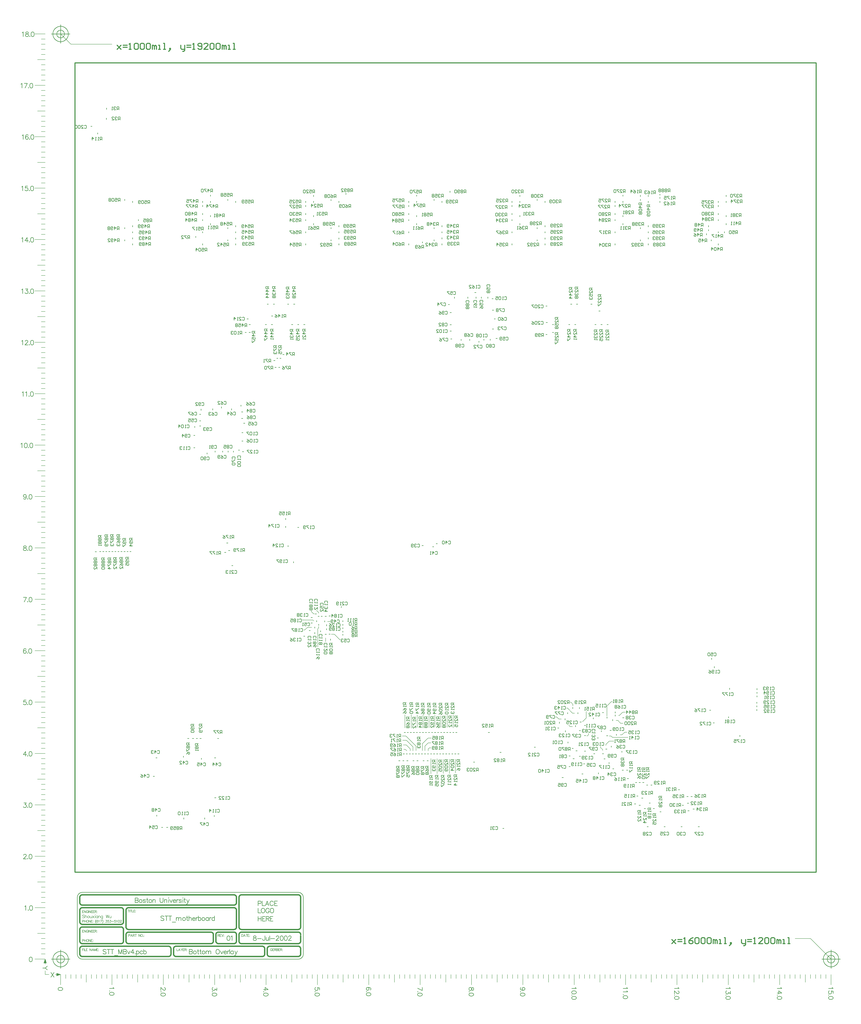
<source format=gbo>
%FSLAX24Y24*%
%MOIN*%
G70*
G01*
G75*
%ADD10C,0.0080*%
%ADD11C,0.0600*%
%ADD12R,0.1063X0.0236*%
%ADD13C,0.0270*%
%ADD14R,0.0157X0.0591*%
%ADD15R,0.0240X0.0800*%
%ADD16R,0.0118X0.0591*%
%ADD17R,0.0354X0.0315*%
%ADD18R,0.0315X0.0354*%
%ADD19R,0.0118X0.0591*%
%ADD20C,0.0280*%
%ADD21R,0.0591X0.0118*%
%ADD22R,0.0591X0.0118*%
%ADD23C,0.0280*%
%ADD24R,0.0787X0.0157*%
%ADD25R,0.0787X0.0157*%
%ADD26R,0.0800X0.0850*%
%ADD27R,0.0800X0.0240*%
%ADD28R,0.0512X0.0827*%
%ADD29R,0.0600X0.0600*%
%ADD30R,0.0600X0.0500*%
%ADD31R,0.2165X0.3150*%
%ADD32R,0.0157X0.0787*%
%ADD33R,0.0157X0.0787*%
%ADD34R,0.0236X0.0945*%
%ADD35R,0.0236X0.0945*%
%ADD36R,0.0236X0.1063*%
%ADD37R,0.1004X0.1063*%
%ADD38R,0.1063X0.1004*%
%ADD39R,0.0591X0.0157*%
%ADD40R,0.0591X0.0157*%
%ADD41R,0.0157X0.0591*%
%ADD42O,0.0800X0.0240*%
%ADD43O,0.0240X0.0800*%
%ADD44C,0.0394*%
%ADD45C,0.0157*%
%ADD46C,0.0060*%
%ADD47C,0.0120*%
%ADD48C,0.0240*%
%ADD49C,0.0100*%
%ADD50C,0.0200*%
%ADD51C,0.0500*%
%ADD52C,0.0150*%
%ADD53C,0.0090*%
%ADD54R,0.4500X0.2000*%
%ADD55R,0.4250X0.2000*%
%ADD56R,0.4250X0.2000*%
%ADD57R,0.4500X0.2000*%
%ADD58C,0.0250*%
%ADD59C,0.0050*%
%ADD60C,0.0200*%
%ADD61C,0.0500*%
%ADD62C,0.1250*%
%ADD63C,0.2165*%
%ADD64C,0.2165*%
%ADD65C,0.0750*%
%ADD66R,0.0750X0.0750*%
%ADD67C,0.2362*%
%ADD68R,0.0500X0.0500*%
%ADD69C,0.0240*%
%ADD70C,0.0230*%
%ADD71R,0.0689X0.1654*%
%ADD72R,0.0374X0.1713*%
%ADD73R,0.0394X0.1693*%
%ADD74R,0.0413X0.1732*%
%ADD75C,0.0079*%
%ADD76R,0.5000X0.2000*%
%ADD77R,0.7500X0.2000*%
D10*
X25154Y127108D02*
X27154D01*
X26404Y126108D02*
X27154D01*
X26404Y125108D02*
X27154D01*
X26404Y124108D02*
X27154D01*
X26404Y123108D02*
X27154D01*
X25654Y122108D02*
X27154D01*
X26404Y121108D02*
X27154D01*
X26404Y120108D02*
X27154D01*
X26404Y119108D02*
X27154D01*
X26404Y118108D02*
X27154D01*
X25154Y117108D02*
X27154D01*
X26404Y116108D02*
X27154D01*
X26404Y115108D02*
X27154D01*
X26404Y114108D02*
X27154D01*
X26404Y113108D02*
X27154D01*
X25654Y112108D02*
X27154D01*
X26404Y111108D02*
X27154D01*
X26404Y110108D02*
X27154D01*
X26404Y109108D02*
X27154D01*
X26404Y108108D02*
X27154D01*
X25154Y107108D02*
X27154D01*
X26404Y106108D02*
X27154D01*
X26404Y105108D02*
X27154D01*
X26404Y104108D02*
X27154D01*
X26404Y103108D02*
X27154D01*
X25654Y102108D02*
X27154D01*
X26404Y101108D02*
X27154D01*
X26404Y100108D02*
X27154D01*
X26404Y99108D02*
X27154D01*
X26404Y98108D02*
X27154D01*
X25154Y97108D02*
X27154D01*
X26404Y96108D02*
X27154D01*
X26404Y95108D02*
X27154D01*
X26404Y94108D02*
X27154D01*
X26404Y93108D02*
X27154D01*
X25654Y92108D02*
X27154D01*
X26404Y91108D02*
X27154D01*
X26404Y90108D02*
X27154D01*
X26404Y89108D02*
X27154D01*
X26404Y88108D02*
X27154D01*
X25154Y87108D02*
X27154D01*
X26404Y86108D02*
X27154D01*
X26404Y85108D02*
X27154D01*
X26404Y84108D02*
X27154D01*
X26404Y83108D02*
X27154D01*
X25654Y82108D02*
X27154D01*
X26404Y81108D02*
X27154D01*
X26404Y80108D02*
X27154D01*
X26404Y79108D02*
X27154D01*
X26404Y78108D02*
X27154D01*
X25154Y77108D02*
X27154D01*
X26404Y76108D02*
X27154D01*
X26404Y75108D02*
X27154D01*
X26404Y74108D02*
X27154D01*
X26404Y73108D02*
X27154D01*
X25654Y72108D02*
X27154D01*
X26404Y71108D02*
X27154D01*
X26404Y70108D02*
X27154D01*
X26404Y69108D02*
X27154D01*
X26404Y68108D02*
X27154D01*
X25154Y67108D02*
X27154D01*
X26404Y66108D02*
X27154D01*
X26404Y65108D02*
X27154D01*
X26404Y64108D02*
X27154D01*
X26404Y63108D02*
X27154D01*
X25654Y62108D02*
X27154D01*
X26404Y61108D02*
X27154D01*
X26404Y60108D02*
X27154D01*
X26404Y59108D02*
X27154D01*
X26404Y58108D02*
X27154D01*
X25154Y57108D02*
X27154D01*
X26404Y56108D02*
X27154D01*
X26404Y55108D02*
X27154D01*
X26404Y54108D02*
X27154D01*
X26404Y53108D02*
X27154D01*
X25654Y52108D02*
X27154D01*
X26404Y51108D02*
X27154D01*
X26404Y50108D02*
X27154D01*
X26404Y49108D02*
X27154D01*
X26404Y48108D02*
X27154D01*
X25154Y47108D02*
X27154D01*
X26404Y46108D02*
X27154D01*
X26404Y45108D02*
X27154D01*
X26404Y44108D02*
X27154D01*
X26404Y43108D02*
X27154D01*
X25654Y42108D02*
X27154D01*
X26404Y41108D02*
X27154D01*
X26404Y40108D02*
X27154D01*
X26404Y39108D02*
X27154D01*
X26404Y38108D02*
X27154D01*
X25154Y37108D02*
X27154D01*
X26404Y36108D02*
X27154D01*
X26404Y35108D02*
X27154D01*
X26404Y34108D02*
X27154D01*
X26404Y33108D02*
X27154D01*
X25654Y32108D02*
X27154D01*
X26404Y31108D02*
X27154D01*
X26404Y30108D02*
X27154D01*
X26404Y29108D02*
X27154D01*
X26404Y28108D02*
X27154D01*
X25154Y27108D02*
X27154D01*
X26404Y26108D02*
X27154D01*
X26404Y25108D02*
X27154D01*
X26404Y24108D02*
X27154D01*
X26404Y23108D02*
X27154D01*
X25654Y22108D02*
X27154D01*
X26404Y21108D02*
X27154D01*
X26404Y20108D02*
X27154D01*
X26404Y19108D02*
X27154D01*
X26404Y18108D02*
X27154D01*
X25154Y17108D02*
X27154D01*
X29154Y14108D02*
X29404D01*
X27109Y16508D02*
X27199D01*
X26959Y16403D02*
X27349D01*
X27059Y16473D02*
X27249D01*
X27009Y16438D02*
X27299D01*
X26904Y16358D02*
X27404D01*
X27154Y14108D02*
X27904D01*
X180154Y12108D02*
Y14108D01*
X179154Y13358D02*
Y14108D01*
X178154Y13358D02*
Y14108D01*
X177154Y13358D02*
Y14108D01*
X176154Y13358D02*
Y14108D01*
X175154Y12608D02*
Y14108D01*
X174154Y13358D02*
Y14108D01*
X173154Y13358D02*
Y14108D01*
X172154Y13358D02*
Y14108D01*
X171154Y13358D02*
Y14108D01*
X170154Y12108D02*
Y14108D01*
X169154Y13358D02*
Y14108D01*
X168154Y13358D02*
Y14108D01*
X167154Y13358D02*
Y14108D01*
X166154Y13358D02*
Y14108D01*
X165154Y12608D02*
Y14108D01*
X164154Y13358D02*
Y14108D01*
X163154Y13358D02*
Y14108D01*
X162154Y13358D02*
Y14108D01*
X161154Y13358D02*
Y14108D01*
X160154Y12108D02*
Y14108D01*
X159154Y13358D02*
Y14108D01*
X158154Y13358D02*
Y14108D01*
X157154Y13358D02*
Y14108D01*
X156154Y13358D02*
Y14108D01*
X155154Y12608D02*
Y14108D01*
X154154Y13358D02*
Y14108D01*
X153154Y13358D02*
Y14108D01*
X152154Y13358D02*
Y14108D01*
X151154Y13358D02*
Y14108D01*
X150154Y12108D02*
Y14108D01*
X149154Y13358D02*
Y14108D01*
X148154Y13358D02*
Y14108D01*
X147154Y13358D02*
Y14108D01*
X146154Y13358D02*
Y14108D01*
X145154Y12608D02*
Y14108D01*
X144154Y13358D02*
Y14108D01*
X143154Y13358D02*
Y14108D01*
X142154Y13358D02*
Y14108D01*
X141154Y13358D02*
Y14108D01*
X140154Y12108D02*
Y14108D01*
X139154Y13358D02*
Y14108D01*
X138154Y13358D02*
Y14108D01*
X137154Y13358D02*
Y14108D01*
X136154Y13358D02*
Y14108D01*
X135154Y12608D02*
Y14108D01*
X134154Y13358D02*
Y14108D01*
X133154Y13358D02*
Y14108D01*
X132154Y13358D02*
Y14108D01*
X131154Y13358D02*
Y14108D01*
X130154Y12108D02*
Y14108D01*
X129154Y13358D02*
Y14108D01*
X128154Y13358D02*
Y14108D01*
X127154Y13358D02*
Y14108D01*
X126154Y13358D02*
Y14108D01*
X125154Y12608D02*
Y14108D01*
X124154Y13358D02*
Y14108D01*
X123154Y13358D02*
Y14108D01*
X122154Y13358D02*
Y14108D01*
X121154Y13358D02*
Y14108D01*
X120154Y12108D02*
Y14108D01*
X119154Y13358D02*
Y14108D01*
X118154Y13358D02*
Y14108D01*
X117154Y13358D02*
Y14108D01*
X116154Y13358D02*
Y14108D01*
X115154Y12608D02*
Y14108D01*
X114154Y13358D02*
Y14108D01*
X113154Y13358D02*
Y14108D01*
X112154Y13358D02*
Y14108D01*
X111154Y13358D02*
Y14108D01*
X110154Y12108D02*
Y14108D01*
X109154Y13358D02*
Y14108D01*
X108154Y13358D02*
Y14108D01*
X107154Y13358D02*
Y14108D01*
X106154Y13358D02*
Y14108D01*
X105154Y12608D02*
Y14108D01*
X104154Y13358D02*
Y14108D01*
X103154Y13358D02*
Y14108D01*
X102154Y13358D02*
Y14108D01*
X101154Y13358D02*
Y14108D01*
X100154Y12108D02*
Y14108D01*
X99154Y13358D02*
Y14108D01*
X98154Y13358D02*
Y14108D01*
X97154Y13358D02*
Y14108D01*
X96154Y13358D02*
Y14108D01*
X95154Y12608D02*
Y14108D01*
X94154Y13358D02*
Y14108D01*
X93154Y13358D02*
Y14108D01*
X92154Y13358D02*
Y14108D01*
X91154Y13358D02*
Y14108D01*
X90154Y12108D02*
Y14108D01*
X89154Y13358D02*
Y14108D01*
X88154Y13358D02*
Y14108D01*
X87154Y13358D02*
Y14108D01*
X86154Y13358D02*
Y14108D01*
X85154Y12608D02*
Y14108D01*
X84154Y13358D02*
Y14108D01*
X83154Y13358D02*
Y14108D01*
X82154Y13358D02*
Y14108D01*
X81154Y13358D02*
Y14108D01*
X80154Y12108D02*
Y14108D01*
X79154Y13358D02*
Y14108D01*
X78154Y13358D02*
Y14108D01*
X77154Y13358D02*
Y14108D01*
X76154Y13358D02*
Y14108D01*
X75154Y12608D02*
Y14108D01*
X74154Y13358D02*
Y14108D01*
X73154Y13358D02*
Y14108D01*
X72154Y13358D02*
Y14108D01*
X71154Y13358D02*
Y14108D01*
X70154Y12108D02*
Y14108D01*
X69154Y13358D02*
Y14108D01*
X68154Y13358D02*
Y14108D01*
X67154Y13358D02*
Y14108D01*
X66154Y13358D02*
Y14108D01*
X65154Y12608D02*
Y14108D01*
X64154Y13358D02*
Y14108D01*
X63154Y13358D02*
Y14108D01*
X62154Y13358D02*
Y14108D01*
X61154Y13358D02*
Y14108D01*
X60154Y12108D02*
Y14108D01*
X59154Y13358D02*
Y14108D01*
X58154Y13358D02*
Y14108D01*
X57154Y13358D02*
Y14108D01*
X56154Y13358D02*
Y14108D01*
X55154Y12608D02*
Y14108D01*
X54154Y13358D02*
Y14108D01*
X53154Y13358D02*
Y14108D01*
X52154Y13358D02*
Y14108D01*
X51154Y13358D02*
Y14108D01*
X50154Y12108D02*
Y14108D01*
X49154Y13358D02*
Y14108D01*
X48154Y13358D02*
Y14108D01*
X47154Y13358D02*
Y14108D01*
X46154Y13358D02*
Y14108D01*
X45154Y12608D02*
Y14108D01*
X44154Y13358D02*
Y14108D01*
X43154Y13358D02*
Y14108D01*
X42154Y13358D02*
Y14108D01*
X41154Y13358D02*
Y14108D01*
X40154Y12108D02*
Y14108D01*
X39154Y13358D02*
Y14108D01*
X38154Y13358D02*
Y14108D01*
X37154Y13358D02*
Y14108D01*
X36154Y13358D02*
Y14108D01*
X35154Y12608D02*
Y14108D01*
X34154Y13358D02*
Y14108D01*
X33154Y13358D02*
Y14108D01*
X32154Y13358D02*
Y14108D01*
X31154Y13358D02*
Y14108D01*
X30154Y12108D02*
Y14108D01*
X29554Y14063D02*
Y14153D01*
X29449Y13913D02*
Y14303D01*
X29519Y14013D02*
Y14203D01*
X27154Y16108D02*
Y16358D01*
X29484Y13963D02*
Y14253D01*
X29404Y13858D02*
Y14358D01*
X27154Y14108D02*
Y14858D01*
X29554Y14063D02*
X29684Y14108D01*
X29554Y14153D02*
X29684Y14108D01*
X29449Y13913D02*
X30029Y14108D01*
X29449Y14303D02*
X30029Y14108D01*
X29519Y14013D02*
X29799Y14108D01*
X29519Y14203D02*
X29799Y14108D01*
X27154Y16638D02*
X27199Y16508D01*
X27109D02*
X27154Y16638D01*
Y16983D02*
X27349Y16403D01*
X26959D02*
X27154Y16983D01*
Y16753D02*
X27249Y16473D01*
X27059D02*
X27154Y16753D01*
Y16868D02*
X27299Y16438D01*
X27009D02*
X27154Y16868D01*
X26904Y16358D02*
X27154Y17108D01*
X27404Y16358D01*
X29484Y13963D02*
X29914Y14108D01*
X29484Y14253D02*
X29914Y14108D01*
X29404Y14358D02*
X30154Y14108D01*
X29404Y13858D02*
X30154Y14108D01*
X25154Y197108D02*
X27154D01*
X26404Y196108D02*
X27154D01*
X26404Y195108D02*
X27154D01*
X26404Y194108D02*
X27154D01*
X26404Y193108D02*
X27154D01*
X25654Y192108D02*
X27154D01*
X26404Y191108D02*
X27154D01*
X26404Y190108D02*
X27154D01*
X26404Y189108D02*
X27154D01*
X26404Y188108D02*
X27154D01*
X25154Y187108D02*
X27154D01*
X26404Y186108D02*
X27154D01*
X26404Y185108D02*
X27154D01*
X26404Y184108D02*
X27154D01*
X26404Y183108D02*
X27154D01*
X25654Y182108D02*
X27154D01*
X26404Y181108D02*
X27154D01*
X26404Y180108D02*
X27154D01*
X26404Y179108D02*
X27154D01*
X26404Y178108D02*
X27154D01*
X25154Y177108D02*
X27154D01*
X26404Y176108D02*
X27154D01*
X26404Y175108D02*
X27154D01*
X26404Y174108D02*
X27154D01*
X26404Y173108D02*
X27154D01*
X25654Y172108D02*
X27154D01*
X26404Y171108D02*
X27154D01*
X26404Y170108D02*
X27154D01*
X26404Y169108D02*
X27154D01*
X26404Y168108D02*
X27154D01*
X25154Y167108D02*
X27154D01*
X26404Y166108D02*
X27154D01*
X26404Y165108D02*
X27154D01*
X26404Y164108D02*
X27154D01*
X26404Y163108D02*
X27154D01*
X25654Y162108D02*
X27154D01*
X26404Y161108D02*
X27154D01*
X26404Y160108D02*
X27154D01*
X26404Y159108D02*
X27154D01*
X26404Y158108D02*
X27154D01*
X25154Y157108D02*
X27154D01*
X26404Y156108D02*
X27154D01*
X26404Y155108D02*
X27154D01*
X26404Y154108D02*
X27154D01*
X26404Y153108D02*
X27154D01*
X25654Y152108D02*
X27154D01*
X26404Y151108D02*
X27154D01*
X26404Y150108D02*
X27154D01*
X26404Y149108D02*
X27154D01*
X26404Y148108D02*
X27154D01*
X25154Y147108D02*
X27154D01*
X26404Y146108D02*
X27154D01*
X26404Y145108D02*
X27154D01*
X26404Y144108D02*
X27154D01*
X26404Y143108D02*
X27154D01*
X25654Y142108D02*
X27154D01*
X26404Y141108D02*
X27154D01*
X26404Y140108D02*
X27154D01*
X26404Y139108D02*
X27154D01*
X26404Y138108D02*
X27154D01*
X25154Y137108D02*
X27154D01*
X26404Y136108D02*
X27154D01*
X26404Y135108D02*
X27154D01*
X26404Y134108D02*
X27154D01*
X26404Y133108D02*
X27154D01*
X25654Y132108D02*
X27154D01*
X26404Y131108D02*
X27154D01*
X26404Y130108D02*
X27154D01*
X26404Y129108D02*
X27154D01*
X26404Y128108D02*
X27154D01*
X25154Y127108D02*
X27154D01*
X34803Y25622D02*
X34746Y25679D01*
X34661Y25708D01*
X34546D01*
X34461Y25679D01*
X34404Y25622D01*
Y25565D01*
X34432Y25508D01*
X34461Y25479D01*
X34518Y25451D01*
X34689Y25394D01*
X34746Y25365D01*
X34775Y25337D01*
X34803Y25280D01*
Y25194D01*
X34746Y25137D01*
X34661Y25108D01*
X34546D01*
X34461Y25137D01*
X34404Y25194D01*
X34938Y25708D02*
Y25108D01*
Y25394D02*
X35023Y25479D01*
X35081Y25508D01*
X35166D01*
X35223Y25479D01*
X35252Y25394D01*
Y25108D01*
X35552Y25508D02*
X35495Y25479D01*
X35438Y25422D01*
X35409Y25337D01*
Y25280D01*
X35438Y25194D01*
X35495Y25137D01*
X35552Y25108D01*
X35638D01*
X35695Y25137D01*
X35752Y25194D01*
X35780Y25280D01*
Y25337D01*
X35752Y25422D01*
X35695Y25479D01*
X35638Y25508D01*
X35552D01*
X35912D02*
Y25222D01*
X35940Y25137D01*
X35997Y25108D01*
X36083D01*
X36140Y25137D01*
X36226Y25222D01*
Y25508D02*
Y25108D01*
X36383Y25508D02*
X36697Y25108D01*
Y25508D02*
X36383Y25108D01*
X36880Y25708D02*
X36909Y25679D01*
X36937Y25708D01*
X36909Y25737D01*
X36880Y25708D01*
X36909Y25508D02*
Y25108D01*
X37386Y25508D02*
Y25108D01*
Y25422D02*
X37329Y25479D01*
X37271Y25508D01*
X37186D01*
X37129Y25479D01*
X37072Y25422D01*
X37043Y25337D01*
Y25280D01*
X37072Y25194D01*
X37129Y25137D01*
X37186Y25108D01*
X37271D01*
X37329Y25137D01*
X37386Y25194D01*
X37546Y25508D02*
Y25108D01*
Y25394D02*
X37631Y25479D01*
X37689Y25508D01*
X37774D01*
X37831Y25479D01*
X37860Y25394D01*
Y25108D01*
X38360Y25508D02*
Y25051D01*
X38331Y24965D01*
X38303Y24937D01*
X38246Y24908D01*
X38160D01*
X38103Y24937D01*
X38360Y25422D02*
X38303Y25479D01*
X38246Y25508D01*
X38160D01*
X38103Y25479D01*
X38046Y25422D01*
X38017Y25337D01*
Y25280D01*
X38046Y25194D01*
X38103Y25137D01*
X38160Y25108D01*
X38246D01*
X38303Y25137D01*
X38360Y25194D01*
X38991Y25708D02*
X39134Y25108D01*
X39277Y25708D02*
X39134Y25108D01*
X39277Y25708D02*
X39420Y25108D01*
X39562Y25708D02*
X39420Y25108D01*
X39682Y25508D02*
Y25222D01*
X39711Y25137D01*
X39768Y25108D01*
X39854D01*
X39911Y25137D01*
X39997Y25222D01*
Y25508D02*
Y25108D01*
D46*
X173154Y21108D02*
X176154D01*
X180154Y17108D01*
X32154Y195108D02*
X40154D01*
X30154Y197108D02*
X32154Y195108D01*
X80390Y81525D02*
Y81840D01*
X80232Y81368D02*
X80390Y81525D01*
X80232Y77825D02*
Y81368D01*
X79287Y83061D02*
X79445Y82903D01*
X77201Y83061D02*
X79287D01*
X77516Y81132D02*
X77713D01*
X78224Y81644D01*
X79051D01*
X80390Y84399D02*
Y84557D01*
X79445Y84281D02*
X79563D01*
X78972Y84754D02*
X79445Y84281D01*
X78972Y84754D02*
Y84951D01*
X79996Y84951D02*
X80390Y84557D01*
X79996Y84951D02*
Y84990D01*
X82122Y82785D02*
X82673D01*
X83461Y80305D02*
X84602Y79163D01*
X82870Y80305D02*
X83461D01*
X81768Y78888D02*
Y79596D01*
X131807Y63297D02*
X132516Y64006D01*
Y65305D01*
X132594Y60541D02*
X132752D01*
X132949Y60738D01*
Y61053D01*
X129366Y62352D02*
X129839D01*
X129130Y62588D02*
X129366Y62352D01*
X129130Y62588D02*
Y62628D01*
X128657Y65935D02*
X128854D01*
X129839Y64951D01*
X130232D01*
X129917Y66368D02*
Y66683D01*
X129524Y67077D02*
X129917Y66683D01*
X129366Y67077D02*
X129524D01*
X127161Y63809D02*
X127673D01*
X126768Y64203D02*
X127161Y63809D01*
X126492Y64203D02*
X126768D01*
X137594Y60226D02*
X140626D01*
X137319Y60502D02*
X137594Y60226D01*
X136965Y60502D02*
X137319D01*
X139996Y61250D02*
X140429D01*
X139484Y60738D02*
X139996Y61250D01*
X139091Y60738D02*
X139484D01*
X136965Y59518D02*
X137870D01*
X136335Y58888D02*
X136965Y59518D01*
X136335Y58691D02*
Y58888D01*
X135311Y58258D02*
Y58494D01*
Y58258D02*
X135705Y57864D01*
Y57707D02*
Y57864D01*
X137398Y67195D02*
X137594D01*
X136531Y66329D02*
X137398Y67195D01*
X136531Y64399D02*
Y66329D01*
X139602Y65147D02*
X140075D01*
X138972Y64518D02*
X139602Y65147D01*
X138815Y64518D02*
X138972D01*
X139209Y62982D02*
X139681D01*
X138657Y63533D02*
X139209Y62982D01*
X138303Y63533D02*
X138657D01*
X96965Y57903D02*
X97280D01*
X97555Y57628D01*
X96886Y58770D02*
X97476D01*
X98224Y58021D01*
Y57628D02*
Y58021D01*
X96768Y59675D02*
X97516D01*
X98776Y58415D01*
Y57628D02*
Y58415D01*
X96689Y60502D02*
X97398D01*
X99366Y58533D01*
Y57667D02*
Y58533D01*
X106610Y62116D02*
Y64636D01*
X105429Y62195D02*
Y64596D01*
X104209Y62195D02*
Y64478D01*
X103028Y62352D02*
Y64557D01*
X101886Y62155D02*
Y64596D01*
X100744Y62077D02*
Y64636D01*
X99602Y62195D02*
Y64596D01*
X98421Y62037D02*
Y64714D01*
X97201Y62116D02*
Y64675D01*
X107043Y53336D02*
Y56014D01*
X105862Y53218D02*
Y56014D01*
X104681Y53258D02*
Y55974D01*
X103461Y53179D02*
Y56092D01*
X102280Y53179D02*
Y56132D01*
X101965Y58218D02*
X102240D01*
X101728Y57982D02*
X101965Y58218D01*
X101728Y57628D02*
Y57982D01*
Y59163D02*
X102280D01*
X101098Y58533D02*
X101728Y59163D01*
X101098Y57667D02*
Y58533D01*
X101689Y60108D02*
X102319D01*
X100587Y59006D02*
X101689Y60108D01*
X100587Y57667D02*
Y59006D01*
D49*
X80783Y80771D02*
Y81021D01*
X39094Y182452D02*
Y182702D01*
X60698Y60029D02*
X60948D01*
X54871D02*
X55121D01*
X57273D02*
X57523D01*
X55816D02*
X56066D01*
X60075Y44826D02*
Y45076D01*
X95973Y55699D02*
X96223D01*
X156846Y156829D02*
Y157079D01*
X82792Y164668D02*
Y164918D01*
X70363Y144558D02*
X70613D01*
X129064Y140580D02*
X129314D01*
X124484Y157188D02*
Y157438D01*
X59326Y165534D02*
Y165784D01*
X64247Y157188D02*
Y157438D01*
X84326Y157188D02*
Y157438D01*
X139641Y165534D02*
Y165784D01*
X99484Y165534D02*
Y165784D01*
X79642Y81499D02*
Y81749D01*
X81925Y81165D02*
Y81415D01*
Y81952D02*
Y82202D01*
X81643Y83808D02*
X81893D01*
X80855D02*
X81105D01*
X80265D02*
X80515D01*
X78906Y82509D02*
X79156D01*
X78906Y83572D02*
X79156D01*
X62847Y96592D02*
X63097D01*
X62071Y96233D02*
X62321D01*
X62479Y98083D02*
X62729D01*
X73973Y102621D02*
Y102871D01*
X137629Y63483D02*
Y63733D01*
X136529Y63983D02*
Y64233D01*
X146847Y165097D02*
Y165347D01*
X143029Y165483D02*
Y165733D01*
X144579Y165483D02*
Y165733D01*
X146847Y164310D02*
Y164560D01*
X124629Y138633D02*
X124879D01*
X66052Y139046D02*
X66302D01*
X75507Y94196D02*
Y94446D01*
X157429Y73783D02*
Y74033D01*
X107469Y57038D02*
X107719D01*
X107076Y61210D02*
X107326D01*
X106879Y57038D02*
X107129D01*
X106485Y61210D02*
X106735D01*
X105895D02*
X106145D01*
X105698Y57038D02*
X105948D01*
X105304Y61210D02*
X105554D01*
X105107Y57038D02*
X105357D01*
X104714Y61209D02*
X104964D01*
X104517Y57038D02*
X104767D01*
X104123Y61210D02*
X104373D01*
X103926Y57038D02*
X104176D01*
X106288D02*
X106538D01*
X103532Y61210D02*
X103782D01*
X103335Y57038D02*
X103585D01*
X102942Y61209D02*
X103192D01*
X102745Y57038D02*
X102995D01*
X102351Y61210D02*
X102601D01*
X102154Y57038D02*
X102404D01*
X101761Y61210D02*
X102011D01*
X101564Y57038D02*
X101814D01*
X101160Y61206D02*
X101410D01*
X100973Y57038D02*
X101223D01*
X100580Y61210D02*
X100830D01*
X100383Y57038D02*
X100633D01*
X99989Y61210D02*
X100239D01*
X99792Y57038D02*
X100042D01*
X99398Y61210D02*
X99648D01*
X99202Y57038D02*
X99452D01*
X98808Y61210D02*
X99058D01*
X98611Y57038D02*
X98861D01*
X98217Y61210D02*
X98467D01*
X98021Y57038D02*
X98271D01*
X97627Y61210D02*
X97877D01*
X97430Y57038D02*
X97680D01*
X97036Y61210D02*
X97286D01*
X96839Y57038D02*
X97089D01*
X165705Y66164D02*
Y66414D01*
X165745Y68802D02*
Y69052D01*
Y69511D02*
Y69761D01*
X165705Y65456D02*
Y65706D01*
X165745Y68093D02*
Y68343D01*
X102566Y97333D02*
X102816D01*
X103266Y97933D02*
X103516D01*
X100516Y97583D02*
X100766D01*
X82391Y80345D02*
X82641D01*
X156886Y75416D02*
Y75666D01*
X81571Y82700D02*
Y82950D01*
X77466Y79936D02*
X77716D01*
X78532Y81052D02*
X78782D01*
X81643Y80306D02*
X81893D01*
X80389Y82031D02*
Y82281D01*
X138129Y64383D02*
Y64633D01*
X135929Y56083D02*
X136179D01*
X133929Y57083D02*
X134179D01*
X127779Y52433D02*
X128029D01*
X135429Y61333D02*
Y61583D01*
X132129Y60608D02*
X132379D01*
X129129Y56633D02*
X129379D01*
X128382Y63645D02*
Y63895D01*
X128879Y64833D02*
Y65083D01*
X129129Y54583D02*
X129379D01*
X139579Y64083D02*
X139829D01*
X131129Y61583D02*
X131379D01*
X137379Y58333D02*
Y58583D01*
X131958Y55108D02*
X132208D01*
X137629Y54133D02*
X137879D01*
X138129Y64983D02*
Y65233D01*
X134879Y53133D02*
Y53383D01*
X131629Y53133D02*
X131879D01*
X130879Y64833D02*
Y65083D01*
X133879Y63833D02*
Y64083D01*
X136446Y60580D02*
X136696D01*
X130479Y57633D02*
X130729D01*
X131129Y56583D02*
X131379D01*
X139429Y57333D02*
Y57583D01*
X138379Y60633D02*
Y60883D01*
X134629Y60133D02*
X134879D01*
X126929Y62083D02*
X127179D01*
X130417Y62318D02*
Y62568D01*
X128420Y61322D02*
Y61572D01*
X132129Y57583D02*
X132379D01*
X129910Y56125D02*
X130160D01*
X136929Y55133D02*
Y55383D01*
X135629Y65083D02*
X135879D01*
X132129Y62583D02*
X132379D01*
X137115Y61605D02*
X137365D01*
X135629Y57083D02*
X135879D01*
X128929Y59133D02*
Y59383D01*
X116229Y42533D02*
X116479D01*
X144329Y42883D02*
X144579D01*
X72588Y132230D02*
X72838D01*
X72824Y134001D02*
X73074D01*
X73414Y134749D02*
X73664D01*
X72233Y134001D02*
X72483D01*
X56453Y157499D02*
Y157749D01*
X71643Y133568D02*
X71893D01*
X71879Y132230D02*
X72129D01*
X100586Y156436D02*
Y156686D01*
X134950Y143218D02*
X135200D01*
X97949Y158404D02*
Y158654D01*
X84326Y164310D02*
Y164560D01*
X97949Y156042D02*
Y156292D01*
X84326Y159585D02*
Y159835D01*
Y158404D02*
Y158654D01*
Y156042D02*
Y156292D01*
X97949Y160767D02*
Y161017D01*
Y161948D02*
Y162198D01*
Y163522D02*
Y163772D01*
Y164310D02*
Y164560D01*
X77871Y158404D02*
Y158654D01*
Y156042D02*
Y156292D01*
Y160767D02*
Y161017D01*
Y161948D02*
Y162198D01*
Y163522D02*
Y163772D01*
Y164310D02*
Y164560D01*
X44169Y164310D02*
Y164560D01*
X42634Y164704D02*
Y164954D01*
X44169Y159585D02*
Y159835D01*
X42634Y159192D02*
Y159442D01*
X44169Y158404D02*
Y158654D01*
Y157223D02*
Y157473D01*
X42634Y156830D02*
Y157080D01*
X44169Y156042D02*
Y156292D01*
X158186Y158404D02*
Y158654D01*
X159720Y159979D02*
Y160229D01*
X144562Y164310D02*
Y164560D01*
X158186Y156042D02*
Y156292D01*
X144562Y159585D02*
Y159835D01*
Y158404D02*
Y158654D01*
Y157223D02*
Y157473D01*
Y156042D02*
Y156292D01*
X158186Y160767D02*
Y161017D01*
X159720Y161554D02*
Y161804D01*
X158186Y161948D02*
Y162198D01*
Y163522D02*
Y163772D01*
Y164310D02*
Y164560D01*
X159720Y164310D02*
Y164560D01*
Y165491D02*
Y165741D01*
X118028Y158404D02*
Y158654D01*
X104405Y164310D02*
Y164560D01*
X118028Y156042D02*
Y156292D01*
X104405Y159585D02*
Y159835D01*
Y158404D02*
Y158654D01*
Y157223D02*
Y157473D01*
Y156042D02*
Y156292D01*
X118028Y160767D02*
Y161017D01*
Y161948D02*
Y162198D01*
Y163522D02*
Y163772D01*
Y164310D02*
Y164560D01*
X138107Y158404D02*
Y158654D01*
X124484Y164310D02*
Y164560D01*
X138107Y156042D02*
Y156292D01*
X124484Y159585D02*
Y159835D01*
Y158404D02*
Y158654D01*
Y156042D02*
Y156292D01*
X138107Y160767D02*
Y161017D01*
Y161948D02*
Y162198D01*
Y164310D02*
Y164560D01*
X125895Y140580D02*
X126145D01*
X125895Y139046D02*
X126145D01*
X133375Y144558D02*
X133625D01*
X129438D02*
X129688D01*
X130225Y140580D02*
X130475D01*
X130580Y144558D02*
X130830D01*
X134162Y140580D02*
X134412D01*
X135344D02*
X135594D01*
X136525Y140576D02*
X136775D01*
X59326Y159979D02*
Y160229D01*
X50777Y42745D02*
X51027D01*
X48855Y44904D02*
Y45154D01*
X58186Y44353D02*
Y44603D01*
X48178Y52667D02*
X48428D01*
X57556Y55967D02*
Y56217D01*
X60107Y56290D02*
X60357D01*
X48690Y56289D02*
X48940D01*
X54052Y56361D02*
Y56611D01*
X150929Y42883D02*
X151179D01*
X154279D02*
X154529D01*
X147629D02*
X147879D01*
X99484Y159979D02*
Y160229D01*
X82792Y159192D02*
Y159442D01*
Y156830D02*
Y157080D01*
X79405Y159979D02*
Y160229D01*
X62713Y159192D02*
Y159442D01*
Y156830D02*
Y157080D01*
X143028Y159192D02*
Y159442D01*
Y156830D02*
Y157080D01*
X119562Y159979D02*
Y160229D01*
X102871Y159192D02*
Y159442D01*
Y156830D02*
Y157080D01*
X139641Y159979D02*
Y160229D01*
X122949Y159192D02*
Y159442D01*
Y156830D02*
Y157080D01*
X66840Y140580D02*
X67090D01*
X66840Y139046D02*
X67090D01*
X74320Y144558D02*
X74570D01*
X69989Y140580D02*
X70239D01*
X71170D02*
X71420D01*
X71564Y144558D02*
X71814D01*
X75107Y140580D02*
X75357D01*
X75501Y144558D02*
X75751D01*
X76288Y140580D02*
X76538D01*
X77469D02*
X77719D01*
X99484Y161554D02*
Y161804D01*
X64247Y164310D02*
Y164560D01*
X62713Y164704D02*
Y164954D01*
X64247Y159585D02*
Y159835D01*
Y158404D02*
Y158654D01*
Y156042D02*
Y156292D01*
X79405Y161554D02*
Y161804D01*
Y164310D02*
Y164560D01*
Y165491D02*
Y165741D01*
X57792Y158404D02*
Y158654D01*
Y156042D02*
Y156292D01*
Y160767D02*
Y161017D01*
X59326Y161554D02*
Y161804D01*
X57792Y161948D02*
Y162198D01*
Y163522D02*
Y163772D01*
Y164310D02*
Y164560D01*
X59326Y164310D02*
Y164560D01*
X143028Y164704D02*
Y164954D01*
X102871Y164704D02*
Y164954D01*
X119562Y161554D02*
Y161804D01*
Y164310D02*
Y164560D01*
Y165491D02*
Y165741D01*
X122949Y164704D02*
Y164954D01*
X139641Y161554D02*
Y161804D01*
Y164310D02*
Y164560D01*
X138107Y163522D02*
Y163772D01*
X99484Y164310D02*
Y164560D01*
X159406Y158404D02*
Y158654D01*
X156295Y158798D02*
Y159048D01*
Y159585D02*
Y159835D01*
X155901Y158010D02*
Y158260D01*
X108146Y137459D02*
Y137709D01*
X105973Y142900D02*
X106223D01*
X56052Y119006D02*
X56302D01*
X57194Y120853D02*
X57444D01*
X57516Y123877D02*
Y124127D01*
X60232Y115727D02*
Y115977D01*
X58658Y115373D02*
Y115623D01*
X109445Y145688D02*
Y145938D01*
X65383Y122309D02*
X65633D01*
X62751Y115727D02*
Y115977D01*
X65383Y123568D02*
X65633D01*
X105974Y140537D02*
X106224D01*
X113814Y137499D02*
Y137749D01*
X114201Y143371D02*
X114451D01*
X106092Y137782D02*
X106342D01*
X105619Y144473D02*
X105869D01*
X114201Y139710D02*
X114451D01*
X111609Y137105D02*
Y137355D01*
X63815Y115727D02*
Y115977D01*
X61689Y115727D02*
Y115977D01*
X109800Y137459D02*
Y137709D01*
X57194Y123095D02*
X57444D01*
X65272Y124664D02*
Y124914D01*
X65776Y121363D02*
X66026D01*
X63422Y123955D02*
Y124205D01*
X59760Y123955D02*
Y124205D01*
X61452Y124310D02*
Y124560D01*
X111020Y145688D02*
Y145938D01*
X114556Y141679D02*
X114806D01*
X114910Y137859D02*
X115160D01*
X113342Y145688D02*
Y145938D01*
X106846Y145688D02*
Y145938D01*
X112083Y145688D02*
Y145938D01*
X57194Y121837D02*
X57444D01*
X110776Y146798D02*
X111026D01*
X65540Y115851D02*
X65790D01*
X56052Y116604D02*
X56302D01*
X112556Y137499D02*
Y137749D01*
X65422Y119553D02*
X65672D01*
X65422Y117900D02*
X65672D01*
X114123Y145615D02*
X114373D01*
X56279Y120533D02*
Y120783D01*
X105973Y139316D02*
X106223D01*
X64753Y116127D02*
X65003D01*
X136279Y57983D02*
X136529D01*
X129729Y58108D02*
X129979D01*
X139482Y53873D02*
X139732D01*
X152879Y48733D02*
X153129D01*
X152079D02*
X152329D01*
X153275Y46296D02*
X153525D01*
X152279Y45983D02*
X152529D01*
X152179Y47433D02*
X152429D01*
X150429Y50083D02*
X150679D01*
X151179Y47033D02*
X151429D01*
X145065Y50991D02*
X145315D01*
X146829Y45783D02*
X147079D01*
X144221Y50991D02*
X144471D01*
X142779Y51483D02*
X143029D01*
X145534Y46409D02*
X145784D01*
X143779Y46394D02*
X144029D01*
X143279Y48433D02*
X143529D01*
X142779Y47033D02*
X143029D01*
X141869Y47308D02*
X142119D01*
X143479Y51483D02*
X143729D01*
X142079D02*
X142329D01*
X144725Y47470D02*
X144975D01*
X140329Y53883D02*
X140579D01*
X140479Y52233D02*
X140729D01*
X142322Y48850D02*
X142572D01*
X157194Y63061D02*
X157444D01*
X73973Y101085D02*
Y101335D01*
X162398Y60416D02*
Y60666D01*
X156485Y65542D02*
X156735D01*
X160390Y69589D02*
Y69839D01*
X76288Y101093D02*
X76538D01*
X160193Y64038D02*
Y64288D01*
X82391Y83888D02*
X82641D01*
X79997Y82740D02*
Y82990D01*
X79642Y80416D02*
Y80666D01*
X79714Y84282D02*
X79964D01*
X165705Y66873D02*
Y67123D01*
X131179Y65833D02*
Y66083D01*
X129877Y65849D02*
Y66099D01*
X127279Y62983D02*
Y63233D01*
X85114Y80692D02*
Y80942D01*
Y80101D02*
Y80351D01*
Y81361D02*
Y81611D01*
X82712Y79156D02*
Y79406D01*
X85115Y82030D02*
Y82280D01*
X85114Y82739D02*
Y82989D01*
X45310Y160771D02*
Y161021D01*
X36029Y179133D02*
X36279D01*
X39079Y180483D02*
Y180733D01*
X37379Y177633D02*
Y177883D01*
X110529Y55433D02*
X110779D01*
X115679Y57333D02*
X115929D01*
X101485Y55699D02*
X101735D01*
X100698D02*
X100948D01*
X99517D02*
X99767D01*
X98729D02*
X98979D01*
X43631Y96392D02*
X43881D01*
X43060Y96408D02*
X43310D01*
X42469D02*
X42719D01*
X41879D02*
X42129D01*
X41288D02*
X41538D01*
X40698D02*
X40948D01*
X40107D02*
X40357D01*
X39517D02*
X39767D01*
X97548Y55699D02*
X97798D01*
X96761D02*
X97011D01*
X38926Y96408D02*
X39176D01*
X38336D02*
X38586D01*
X37745D02*
X37995D01*
X36879Y96369D02*
X37129D01*
X146846Y165731D02*
Y165981D01*
X105981Y166282D02*
Y166532D01*
X85705Y165889D02*
Y166139D01*
X131279Y63257D02*
X131529D01*
X113414Y61211D02*
X113664D01*
X71210Y142231D02*
X71460D01*
X54131Y44353D02*
Y44603D01*
X60147Y48493D02*
X60397D01*
X49792Y42745D02*
X50042D01*
X56564Y60029D02*
X56814D01*
X74320Y97471D02*
X74570D01*
X124634Y144162D02*
X124884D01*
X63454Y93691D02*
X63704D01*
X122351Y58336D02*
X122601D01*
X66446Y141682D02*
X66696D01*
X84800Y85495D02*
Y85745D01*
X124674Y140975D02*
X124924D01*
X62667Y48679D02*
X62767Y48779D01*
X62967D01*
X63067Y48679D01*
Y48279D01*
X62967Y48179D01*
X62767D01*
X62667Y48279D01*
X62467Y48179D02*
X62267D01*
X62367D01*
Y48779D01*
X62467Y48679D01*
X61567Y48179D02*
X61967D01*
X61567Y48579D01*
Y48679D01*
X61667Y48779D01*
X61867D01*
X61967Y48679D01*
X60968Y48179D02*
X61367D01*
X60968Y48579D01*
Y48679D01*
X61068Y48779D01*
X61268D01*
X61367Y48679D01*
X60659Y46159D02*
X60759Y46259D01*
X60959D01*
X61059Y46159D01*
Y45759D01*
X60959Y45659D01*
X60759D01*
X60659Y45759D01*
X60459Y45659D02*
X60259D01*
X60359D01*
Y46259D01*
X60459Y46159D01*
X59959Y45659D02*
X59759D01*
X59859D01*
Y46259D01*
X59959Y46159D01*
X59160Y45659D02*
Y46259D01*
X59460Y45959D01*
X59060D01*
X54636Y45687D02*
X54736Y45787D01*
X54935D01*
X55035Y45687D01*
Y45287D01*
X54935Y45187D01*
X54736D01*
X54636Y45287D01*
X54436Y45187D02*
X54236D01*
X54336D01*
Y45787D01*
X54436Y45687D01*
X53936Y45187D02*
X53736D01*
X53836D01*
Y45787D01*
X53936Y45687D01*
X53436D02*
X53336Y45787D01*
X53136D01*
X53036Y45687D01*
Y45287D01*
X53136Y45187D01*
X53336D01*
X53436Y45287D01*
Y45687D01*
X87004Y166407D02*
Y167007D01*
X86704D01*
X86604Y166907D01*
Y166707D01*
X86704Y166607D01*
X87004D01*
X86804D02*
X86604Y166407D01*
X86404Y166907D02*
X86304Y167007D01*
X86104D01*
X86004Y166907D01*
Y166807D01*
X86104Y166707D01*
X86004Y166607D01*
Y166507D01*
X86104Y166407D01*
X86304D01*
X86404Y166507D01*
Y166607D01*
X86304Y166707D01*
X86404Y166807D01*
Y166907D01*
X86304Y166707D02*
X86104D01*
X85804Y166507D02*
X85704Y166407D01*
X85504D01*
X85404Y166507D01*
Y166907D01*
X85504Y167007D01*
X85704D01*
X85804Y166907D01*
Y166807D01*
X85704Y166707D01*
X85404D01*
X84805Y166407D02*
X85205D01*
X84805Y166807D01*
Y166907D01*
X84905Y167007D01*
X85105D01*
X85205Y166907D01*
X109051Y166171D02*
Y166771D01*
X108751D01*
X108651Y166671D01*
Y166471D01*
X108751Y166371D01*
X109051D01*
X108851D02*
X108651Y166171D01*
X108451Y166671D02*
X108351Y166771D01*
X108151D01*
X108052Y166671D01*
Y166571D01*
X108151Y166471D01*
X108052Y166371D01*
Y166271D01*
X108151Y166171D01*
X108351D01*
X108451Y166271D01*
Y166371D01*
X108351Y166471D01*
X108451Y166571D01*
Y166671D01*
X108351Y166471D02*
X108151D01*
X107852Y166271D02*
X107752Y166171D01*
X107552D01*
X107452Y166271D01*
Y166671D01*
X107552Y166771D01*
X107752D01*
X107852Y166671D01*
Y166571D01*
X107752Y166471D01*
X107452D01*
X107252Y166671D02*
X107152Y166771D01*
X106952D01*
X106852Y166671D01*
Y166271D01*
X106952Y166171D01*
X107152D01*
X107252Y166271D01*
Y166671D01*
X148815Y166368D02*
Y166968D01*
X148515D01*
X148415Y166868D01*
Y166668D01*
X148515Y166568D01*
X148815D01*
X148615D02*
X148415Y166368D01*
X148215Y166868D02*
X148115Y166968D01*
X147915D01*
X147815Y166868D01*
Y166768D01*
X147915Y166668D01*
X147815Y166568D01*
Y166468D01*
X147915Y166368D01*
X148115D01*
X148215Y166468D01*
Y166568D01*
X148115Y166668D01*
X148215Y166768D01*
Y166868D01*
X148115Y166668D02*
X147915D01*
X147615Y166868D02*
X147515Y166968D01*
X147315D01*
X147215Y166868D01*
Y166768D01*
X147315Y166668D01*
X147215Y166568D01*
Y166468D01*
X147315Y166368D01*
X147515D01*
X147615Y166468D01*
Y166568D01*
X147515Y166668D01*
X147615Y166768D01*
Y166868D01*
X147515Y166668D02*
X147315D01*
X147016Y166868D02*
X146916Y166968D01*
X146716D01*
X146616Y166868D01*
Y166768D01*
X146716Y166668D01*
X146616Y166568D01*
Y166468D01*
X146716Y166368D01*
X146916D01*
X147016Y166468D01*
Y166568D01*
X146916Y166668D01*
X147016Y166768D01*
Y166868D01*
X146916Y166668D02*
X146716D01*
X37240Y95187D02*
X36640D01*
Y94887D01*
X36740Y94787D01*
X36940D01*
X37040Y94887D01*
Y95187D01*
Y94987D02*
X37240Y94787D01*
X36740Y94587D02*
X36640Y94487D01*
Y94287D01*
X36740Y94187D01*
X36840D01*
X36940Y94287D01*
X37040Y94187D01*
X37140D01*
X37240Y94287D01*
Y94487D01*
X37140Y94587D01*
X37040D01*
X36940Y94487D01*
X36840Y94587D01*
X36740D01*
X36940Y94487D02*
Y94287D01*
X36740Y93987D02*
X36640Y93887D01*
Y93687D01*
X36740Y93587D01*
X36840D01*
X36940Y93687D01*
X37040Y93587D01*
X37140D01*
X37240Y93687D01*
Y93887D01*
X37140Y93987D01*
X37040D01*
X36940Y93887D01*
X36840Y93987D01*
X36740D01*
X36940Y93887D02*
Y93687D01*
X37240Y92988D02*
Y93387D01*
X36840Y92988D01*
X36740D01*
X36640Y93088D01*
Y93287D01*
X36740Y93387D01*
X38106Y99557D02*
X37506D01*
Y99257D01*
X37606Y99157D01*
X37806D01*
X37906Y99257D01*
Y99557D01*
Y99357D02*
X38106Y99157D01*
X37606Y98957D02*
X37506Y98857D01*
Y98657D01*
X37606Y98557D01*
X37706D01*
X37806Y98657D01*
X37906Y98557D01*
X38006D01*
X38106Y98657D01*
Y98857D01*
X38006Y98957D01*
X37906D01*
X37806Y98857D01*
X37706Y98957D01*
X37606D01*
X37806Y98857D02*
Y98657D01*
X37606Y98357D02*
X37506Y98257D01*
Y98057D01*
X37606Y97957D01*
X37706D01*
X37806Y98057D01*
X37906Y97957D01*
X38006D01*
X38106Y98057D01*
Y98257D01*
X38006Y98357D01*
X37906D01*
X37806Y98257D01*
X37706Y98357D01*
X37606D01*
X37806Y98257D02*
Y98057D01*
X38106Y97758D02*
Y97558D01*
Y97658D01*
X37506D01*
X37606Y97758D01*
X38736Y95187D02*
X38136D01*
Y94887D01*
X38236Y94787D01*
X38436D01*
X38536Y94887D01*
Y95187D01*
Y94987D02*
X38736Y94787D01*
X38236Y94587D02*
X38136Y94487D01*
Y94287D01*
X38236Y94187D01*
X38336D01*
X38436Y94287D01*
X38536Y94187D01*
X38636D01*
X38736Y94287D01*
Y94487D01*
X38636Y94587D01*
X38536D01*
X38436Y94487D01*
X38336Y94587D01*
X38236D01*
X38436Y94487D02*
Y94287D01*
X38236Y93987D02*
X38136Y93887D01*
Y93687D01*
X38236Y93587D01*
X38336D01*
X38436Y93687D01*
X38536Y93587D01*
X38636D01*
X38736Y93687D01*
Y93887D01*
X38636Y93987D01*
X38536D01*
X38436Y93887D01*
X38336Y93987D01*
X38236D01*
X38436Y93887D02*
Y93687D01*
X38236Y93387D02*
X38136Y93287D01*
Y93088D01*
X38236Y92988D01*
X38636D01*
X38736Y93088D01*
Y93287D01*
X38636Y93387D01*
X38236D01*
X39366Y99675D02*
X38766D01*
Y99375D01*
X38866Y99275D01*
X39066D01*
X39166Y99375D01*
Y99675D01*
Y99475D02*
X39366Y99275D01*
X38866Y99075D02*
X38766Y98975D01*
Y98775D01*
X38866Y98675D01*
X38966D01*
X39066Y98775D01*
X39166Y98675D01*
X39266D01*
X39366Y98775D01*
Y98975D01*
X39266Y99075D01*
X39166D01*
X39066Y98975D01*
X38966Y99075D01*
X38866D01*
X39066Y98975D02*
Y98775D01*
X38766Y98475D02*
Y98076D01*
X38866D01*
X39266Y98475D01*
X39366D01*
X39266Y97876D02*
X39366Y97776D01*
Y97576D01*
X39266Y97476D01*
X38866D01*
X38766Y97576D01*
Y97776D01*
X38866Y97876D01*
X38966D01*
X39066Y97776D01*
Y97476D01*
X96138Y54636D02*
X95538D01*
Y54336D01*
X95638Y54236D01*
X95838D01*
X95938Y54336D01*
Y54636D01*
Y54436D02*
X96138Y54236D01*
X95638Y54036D02*
X95538Y53936D01*
Y53736D01*
X95638Y53636D01*
X95738D01*
X95838Y53736D01*
X95938Y53636D01*
X96038D01*
X96138Y53736D01*
Y53936D01*
X96038Y54036D01*
X95938D01*
X95838Y53936D01*
X95738Y54036D01*
X95638D01*
X95838Y53936D02*
Y53736D01*
X95538Y53436D02*
Y53036D01*
X95638D01*
X96038Y53436D01*
X96138D01*
X95638Y52836D02*
X95538Y52736D01*
Y52536D01*
X95638Y52436D01*
X95738D01*
X95838Y52536D01*
X95938Y52436D01*
X96038D01*
X96138Y52536D01*
Y52736D01*
X96038Y52836D01*
X95938D01*
X95838Y52736D01*
X95738Y52836D01*
X95638D01*
X95838Y52736D02*
Y52536D01*
X97161Y54754D02*
X96562D01*
Y54454D01*
X96662Y54354D01*
X96862D01*
X96961Y54454D01*
Y54754D01*
Y54554D02*
X97161Y54354D01*
X96662Y54154D02*
X96562Y54054D01*
Y53854D01*
X96662Y53754D01*
X96762D01*
X96862Y53854D01*
X96961Y53754D01*
X97061D01*
X97161Y53854D01*
Y54054D01*
X97061Y54154D01*
X96961D01*
X96862Y54054D01*
X96762Y54154D01*
X96662D01*
X96862Y54054D02*
Y53854D01*
X96562Y53554D02*
Y53154D01*
X96662D01*
X97061Y53554D01*
X97161D01*
X96562Y52954D02*
Y52554D01*
X96662D01*
X97061Y52954D01*
X97161D01*
X55272Y59163D02*
X54672D01*
Y58863D01*
X54772Y58763D01*
X54972D01*
X55072Y58863D01*
Y59163D01*
Y58963D02*
X55272Y58763D01*
X54772Y58563D02*
X54672Y58463D01*
Y58264D01*
X54772Y58164D01*
X54872D01*
X54972Y58264D01*
X55072Y58164D01*
X55172D01*
X55272Y58264D01*
Y58463D01*
X55172Y58563D01*
X55072D01*
X54972Y58463D01*
X54872Y58563D01*
X54772D01*
X54972Y58463D02*
Y58264D01*
X54672Y57964D02*
Y57564D01*
X54772D01*
X55172Y57964D01*
X55272D01*
X54672Y56964D02*
X54772Y57164D01*
X54972Y57364D01*
X55172D01*
X55272Y57264D01*
Y57064D01*
X55172Y56964D01*
X55072D01*
X54972Y57064D01*
Y57364D01*
X98106Y54754D02*
X97506D01*
Y54454D01*
X97606Y54354D01*
X97806D01*
X97906Y54454D01*
Y54754D01*
Y54554D02*
X98106Y54354D01*
X97606Y54154D02*
X97506Y54054D01*
Y53854D01*
X97606Y53754D01*
X97706D01*
X97806Y53854D01*
X97906Y53754D01*
X98006D01*
X98106Y53854D01*
Y54054D01*
X98006Y54154D01*
X97906D01*
X97806Y54054D01*
X97706Y54154D01*
X97606D01*
X97806Y54054D02*
Y53854D01*
X97506Y53554D02*
Y53154D01*
X97606D01*
X98006Y53554D01*
X98106D01*
X97506Y52554D02*
Y52954D01*
X97806D01*
X97706Y52754D01*
Y52654D01*
X97806Y52554D01*
X98006D01*
X98106Y52654D01*
Y52854D01*
X98006Y52954D01*
X39957Y95187D02*
X39357D01*
Y94887D01*
X39457Y94787D01*
X39657D01*
X39757Y94887D01*
Y95187D01*
Y94987D02*
X39957Y94787D01*
X39457Y94587D02*
X39357Y94487D01*
Y94287D01*
X39457Y94187D01*
X39557D01*
X39657Y94287D01*
X39757Y94187D01*
X39857D01*
X39957Y94287D01*
Y94487D01*
X39857Y94587D01*
X39757D01*
X39657Y94487D01*
X39557Y94587D01*
X39457D01*
X39657Y94487D02*
Y94287D01*
X39357Y93987D02*
Y93587D01*
X39457D01*
X39857Y93987D01*
X39957D01*
Y93088D02*
X39357D01*
X39657Y93387D01*
Y92988D01*
X40469Y99714D02*
X39869D01*
Y99415D01*
X39969Y99315D01*
X40169D01*
X40269Y99415D01*
Y99714D01*
Y99514D02*
X40469Y99315D01*
X39969Y99115D02*
X39869Y99015D01*
Y98815D01*
X39969Y98715D01*
X40069D01*
X40169Y98815D01*
X40269Y98715D01*
X40369D01*
X40469Y98815D01*
Y99015D01*
X40369Y99115D01*
X40269D01*
X40169Y99015D01*
X40069Y99115D01*
X39969D01*
X40169Y99015D02*
Y98815D01*
X39869Y98515D02*
Y98115D01*
X39969D01*
X40369Y98515D01*
X40469D01*
X39969Y97915D02*
X39869Y97815D01*
Y97615D01*
X39969Y97515D01*
X40069D01*
X40169Y97615D01*
Y97715D01*
Y97615D01*
X40269Y97515D01*
X40369D01*
X40469Y97615D01*
Y97815D01*
X40369Y97915D01*
X41064Y95231D02*
X40464D01*
Y94931D01*
X40564Y94831D01*
X40764D01*
X40864Y94931D01*
Y95231D01*
Y95031D02*
X41064Y94831D01*
X40564Y94631D02*
X40464Y94531D01*
Y94331D01*
X40564Y94231D01*
X40664D01*
X40764Y94331D01*
X40864Y94231D01*
X40964D01*
X41064Y94331D01*
Y94531D01*
X40964Y94631D01*
X40864D01*
X40764Y94531D01*
X40664Y94631D01*
X40564D01*
X40764Y94531D02*
Y94331D01*
X40464Y94031D02*
Y93631D01*
X40564D01*
X40964Y94031D01*
X41064D01*
Y93031D02*
Y93431D01*
X40664Y93031D01*
X40564D01*
X40464Y93131D01*
Y93331D01*
X40564Y93431D01*
X41689Y99714D02*
X41089D01*
Y99415D01*
X41189Y99315D01*
X41389D01*
X41489Y99415D01*
Y99714D01*
Y99514D02*
X41689Y99315D01*
X41189Y99115D02*
X41089Y99015D01*
Y98815D01*
X41189Y98715D01*
X41289D01*
X41389Y98815D01*
X41489Y98715D01*
X41589D01*
X41689Y98815D01*
Y99015D01*
X41589Y99115D01*
X41489D01*
X41389Y99015D01*
X41289Y99115D01*
X41189D01*
X41389Y99015D02*
Y98815D01*
X41089Y98115D02*
X41189Y98315D01*
X41389Y98515D01*
X41589D01*
X41689Y98415D01*
Y98215D01*
X41589Y98115D01*
X41489D01*
X41389Y98215D01*
Y98515D01*
X41189Y97915D02*
X41089Y97815D01*
Y97615D01*
X41189Y97515D01*
X41289D01*
X41389Y97615D01*
Y97715D01*
Y97615D01*
X41489Y97515D01*
X41589D01*
X41689Y97615D01*
Y97815D01*
X41589Y97915D01*
X42280Y95266D02*
X41680D01*
Y94966D01*
X41780Y94866D01*
X41980D01*
X42080Y94966D01*
Y95266D01*
Y95066D02*
X42280Y94866D01*
X41780Y94666D02*
X41680Y94566D01*
Y94366D01*
X41780Y94266D01*
X41880D01*
X41980Y94366D01*
X42080Y94266D01*
X42180D01*
X42280Y94366D01*
Y94566D01*
X42180Y94666D01*
X42080D01*
X41980Y94566D01*
X41880Y94666D01*
X41780D01*
X41980Y94566D02*
Y94366D01*
X41680Y93666D02*
X41780Y93866D01*
X41980Y94066D01*
X42180D01*
X42280Y93966D01*
Y93766D01*
X42180Y93666D01*
X42080D01*
X41980Y93766D01*
Y94066D01*
X42280Y93066D02*
Y93466D01*
X41880Y93066D01*
X41780D01*
X41680Y93166D01*
Y93366D01*
X41780Y93466D01*
X42870Y98966D02*
X42270D01*
Y98666D01*
X42370Y98567D01*
X42570D01*
X42670Y98666D01*
Y98966D01*
Y98766D02*
X42870Y98567D01*
X42770Y98367D02*
X42870Y98267D01*
Y98067D01*
X42770Y97967D01*
X42370D01*
X42270Y98067D01*
Y98267D01*
X42370Y98367D01*
X42470D01*
X42570Y98267D01*
Y97967D01*
X42270Y97767D02*
Y97367D01*
X42370D01*
X42770Y97767D01*
X42870D01*
X43421Y95305D02*
X42821D01*
Y95005D01*
X42921Y94905D01*
X43121D01*
X43221Y95005D01*
Y95305D01*
Y95105D02*
X43421Y94905D01*
X43321Y94705D02*
X43421Y94605D01*
Y94405D01*
X43321Y94305D01*
X42921D01*
X42821Y94405D01*
Y94605D01*
X42921Y94705D01*
X43021D01*
X43121Y94605D01*
Y94305D01*
X42821Y93705D02*
Y94105D01*
X43121D01*
X43021Y93905D01*
Y93805D01*
X43121Y93705D01*
X43321D01*
X43421Y93805D01*
Y94005D01*
X43321Y94105D01*
X44169Y99006D02*
X43569D01*
Y98706D01*
X43669Y98606D01*
X43869D01*
X43969Y98706D01*
Y99006D01*
Y98806D02*
X44169Y98606D01*
X44069Y98406D02*
X44169Y98306D01*
Y98106D01*
X44069Y98006D01*
X43669D01*
X43569Y98106D01*
Y98306D01*
X43669Y98406D01*
X43769D01*
X43869Y98306D01*
Y98006D01*
X44169Y97506D02*
X43569D01*
X43869Y97806D01*
Y97406D01*
X56138Y62825D02*
X55538D01*
Y62525D01*
X55638Y62425D01*
X55838D01*
X55938Y62525D01*
Y62825D01*
Y62625D02*
X56138Y62425D01*
X56038Y62225D02*
X56138Y62125D01*
Y61925D01*
X56038Y61825D01*
X55638D01*
X55538Y61925D01*
Y62125D01*
X55638Y62225D01*
X55738D01*
X55838Y62125D01*
Y61825D01*
X55638Y61625D02*
X55538Y61525D01*
Y61325D01*
X55638Y61225D01*
X56038D01*
X56138Y61325D01*
Y61525D01*
X56038Y61625D01*
X55638D01*
X99091Y54596D02*
X98491D01*
Y54296D01*
X98591Y54196D01*
X98791D01*
X98891Y54296D01*
Y54596D01*
Y54396D02*
X99091Y54196D01*
X98591Y53996D02*
X98491Y53897D01*
Y53697D01*
X98591Y53597D01*
X98691D01*
X98791Y53697D01*
X98891Y53597D01*
X98991D01*
X99091Y53697D01*
Y53897D01*
X98991Y53996D01*
X98891D01*
X98791Y53897D01*
X98691Y53996D01*
X98591D01*
X98791Y53897D02*
Y53697D01*
X98491Y52997D02*
X98591Y53197D01*
X98791Y53397D01*
X98991D01*
X99091Y53297D01*
Y53097D01*
X98991Y52997D01*
X98891D01*
X98791Y53097D01*
Y53397D01*
X56965Y59045D02*
X56365D01*
Y58745D01*
X56465Y58645D01*
X56665D01*
X56765Y58745D01*
Y59045D01*
Y58845D02*
X56965Y58645D01*
X56465Y58445D02*
X56365Y58345D01*
Y58145D01*
X56465Y58045D01*
X56565D01*
X56665Y58145D01*
X56765Y58045D01*
X56865D01*
X56965Y58145D01*
Y58345D01*
X56865Y58445D01*
X56765D01*
X56665Y58345D01*
X56565Y58445D01*
X56465D01*
X56665Y58345D02*
Y58145D01*
X56965Y57846D02*
Y57646D01*
Y57746D01*
X56365D01*
X56465Y57846D01*
X99957Y54596D02*
X99357D01*
Y54296D01*
X99457Y54196D01*
X99657D01*
X99757Y54296D01*
Y54596D01*
Y54396D02*
X99957Y54196D01*
X99457Y53996D02*
X99357Y53897D01*
Y53697D01*
X99457Y53597D01*
X99557D01*
X99657Y53697D01*
X99757Y53597D01*
X99857D01*
X99957Y53697D01*
Y53897D01*
X99857Y53996D01*
X99757D01*
X99657Y53897D01*
X99557Y53996D01*
X99457D01*
X99657Y53897D02*
Y53697D01*
X99457Y53397D02*
X99357Y53297D01*
Y53097D01*
X99457Y52997D01*
X99857D01*
X99957Y53097D01*
Y53297D01*
X99857Y53397D01*
X99457D01*
X57732Y62844D02*
X57132D01*
Y62544D01*
X57232Y62444D01*
X57432D01*
X57532Y62544D01*
Y62844D01*
Y62644D02*
X57732Y62444D01*
X57132Y62244D02*
Y61845D01*
X57232D01*
X57632Y62244D01*
X57732D01*
X57632Y61645D02*
X57732Y61545D01*
Y61345D01*
X57632Y61245D01*
X57232D01*
X57132Y61345D01*
Y61545D01*
X57232Y61645D01*
X57332D01*
X57432Y61545D01*
Y61245D01*
X100941Y54596D02*
X100341D01*
Y54296D01*
X100441Y54196D01*
X100641D01*
X100741Y54296D01*
Y54596D01*
Y54396D02*
X100941Y54196D01*
X100341Y53996D02*
Y53597D01*
X100441D01*
X100841Y53996D01*
X100941D01*
X100441Y53397D02*
X100341Y53297D01*
Y53097D01*
X100441Y52997D01*
X100541D01*
X100641Y53097D01*
X100741Y52997D01*
X100841D01*
X100941Y53097D01*
Y53297D01*
X100841Y53397D01*
X100741D01*
X100641Y53297D01*
X100541Y53397D01*
X100441D01*
X100641Y53297D02*
Y53097D01*
X61571Y61014D02*
Y61613D01*
X61271D01*
X61171Y61513D01*
Y61314D01*
X61271Y61214D01*
X61571D01*
X61371D02*
X61171Y61014D01*
X60971Y61613D02*
X60571D01*
Y61513D01*
X60971Y61114D01*
Y61014D01*
X60371Y61613D02*
X59971D01*
Y61513D01*
X60371Y61114D01*
Y61014D01*
X101807Y54636D02*
X101207D01*
Y54336D01*
X101307Y54236D01*
X101507D01*
X101607Y54336D01*
Y54636D01*
Y54436D02*
X101807Y54236D01*
X101207Y53636D02*
X101307Y53836D01*
X101507Y54036D01*
X101707D01*
X101807Y53936D01*
Y53736D01*
X101707Y53636D01*
X101607D01*
X101507Y53736D01*
Y54036D01*
X101307Y53436D02*
X101207Y53336D01*
Y53136D01*
X101307Y53036D01*
X101407D01*
X101507Y53136D01*
X101607Y53036D01*
X101707D01*
X101807Y53136D01*
Y53336D01*
X101707Y53436D01*
X101607D01*
X101507Y53336D01*
X101407Y53436D01*
X101307D01*
X101507Y53336D02*
Y53136D01*
X116650Y55502D02*
Y56102D01*
X116350D01*
X116250Y56002D01*
Y55802D01*
X116350Y55702D01*
X116650D01*
X116450D02*
X116250Y55502D01*
X116050D02*
X115850D01*
X115950D01*
Y56102D01*
X116050Y56002D01*
X115550D02*
X115450Y56102D01*
X115250D01*
X115150Y56002D01*
Y55902D01*
X115250Y55802D01*
X115150Y55702D01*
Y55602D01*
X115250Y55502D01*
X115450D01*
X115550Y55602D01*
Y55702D01*
X115450Y55802D01*
X115550Y55902D01*
Y56002D01*
X115450Y55802D02*
X115250D01*
X114550Y55502D02*
X114950D01*
X114550Y55902D01*
Y56002D01*
X114650Y56102D01*
X114850D01*
X114950Y56002D01*
X111453Y53691D02*
Y54291D01*
X111153D01*
X111053Y54191D01*
Y53991D01*
X111153Y53891D01*
X111453D01*
X111253D02*
X111053Y53691D01*
X110453D02*
X110853D01*
X110453Y54091D01*
Y54191D01*
X110553Y54291D01*
X110753D01*
X110853Y54191D01*
X110253D02*
X110153Y54291D01*
X109953D01*
X109853Y54191D01*
Y53791D01*
X109953Y53691D01*
X110153D01*
X110253Y53791D01*
Y54191D01*
X109653D02*
X109553Y54291D01*
X109353D01*
X109253Y54191D01*
Y54091D01*
X109353Y53991D01*
X109453D01*
X109353D01*
X109253Y53891D01*
Y53791D01*
X109353Y53691D01*
X109553D01*
X109653Y53791D01*
X38185Y176447D02*
Y177047D01*
X37885D01*
X37785Y176947D01*
Y176747D01*
X37885Y176647D01*
X38185D01*
X37985D02*
X37785Y176447D01*
X37585D02*
X37385D01*
X37485D01*
Y177047D01*
X37585Y176947D01*
X37085Y176447D02*
X36885D01*
X36985D01*
Y177047D01*
X37085Y176947D01*
X36286Y176447D02*
Y177047D01*
X36586Y176747D01*
X36186D01*
X41728Y180384D02*
Y180984D01*
X41428D01*
X41328Y180884D01*
Y180684D01*
X41428Y180584D01*
X41728D01*
X41528D02*
X41328Y180384D01*
X41129Y180884D02*
X41029Y180984D01*
X40829D01*
X40729Y180884D01*
Y180784D01*
X40829Y180684D01*
X40929D01*
X40829D01*
X40729Y180584D01*
Y180484D01*
X40829Y180384D01*
X41029D01*
X41129Y180484D01*
X40129Y180384D02*
X40529D01*
X40129Y180784D01*
Y180884D01*
X40229Y180984D01*
X40429D01*
X40529Y180884D01*
X41492Y182352D02*
Y182952D01*
X41192D01*
X41092Y182852D01*
Y182652D01*
X41192Y182552D01*
X41492D01*
X41292D02*
X41092Y182352D01*
X40892Y182852D02*
X40792Y182952D01*
X40592D01*
X40492Y182852D01*
Y182752D01*
X40592Y182652D01*
X40692D01*
X40592D01*
X40492Y182552D01*
Y182452D01*
X40592Y182352D01*
X40792D01*
X40892Y182452D01*
X40293Y182352D02*
X40093D01*
X40193D01*
Y182952D01*
X40293Y182852D01*
X34754Y179230D02*
X34854Y179330D01*
X35054D01*
X35154Y179230D01*
Y178830D01*
X35054Y178730D01*
X34854D01*
X34754Y178830D01*
X34154Y178730D02*
X34554D01*
X34154Y179130D01*
Y179230D01*
X34254Y179330D01*
X34454D01*
X34554Y179230D01*
X33954D02*
X33854Y179330D01*
X33654D01*
X33554Y179230D01*
Y178830D01*
X33654Y178730D01*
X33854D01*
X33954Y178830D01*
Y179230D01*
X33354D02*
X33254Y179330D01*
X33054D01*
X32954Y179230D01*
Y178830D01*
X33054Y178730D01*
X33254D01*
X33354Y178830D01*
Y179230D01*
X47909Y160541D02*
Y161141D01*
X47610D01*
X47510Y161041D01*
Y160841D01*
X47610Y160741D01*
X47909D01*
X47710D02*
X47510Y160541D01*
X47310Y161041D02*
X47210Y161141D01*
X47010D01*
X46910Y161041D01*
Y160941D01*
X47010Y160841D01*
X46910Y160741D01*
Y160641D01*
X47010Y160541D01*
X47210D01*
X47310Y160641D01*
Y160741D01*
X47210Y160841D01*
X47310Y160941D01*
Y161041D01*
X47210Y160841D02*
X47010D01*
X46310Y161141D02*
X46710D01*
Y160841D01*
X46510Y160941D01*
X46410D01*
X46310Y160841D01*
Y160641D01*
X46410Y160541D01*
X46610D01*
X46710Y160641D01*
X87831Y82825D02*
Y83424D01*
X87531D01*
X87431Y83324D01*
Y83125D01*
X87531Y83025D01*
X87831D01*
X87631D02*
X87431Y82825D01*
X87231D02*
X87031D01*
X87131D01*
Y83424D01*
X87231Y83324D01*
X86731Y82825D02*
X86531D01*
X86631D01*
Y83424D01*
X86731Y83324D01*
X86231Y82825D02*
X86031D01*
X86131D01*
Y83424D01*
X86231Y83324D01*
X87831Y82037D02*
Y82637D01*
X87531D01*
X87431Y82537D01*
Y82337D01*
X87531Y82237D01*
X87831D01*
X87631D02*
X87431Y82037D01*
X87231D02*
X87031D01*
X87131D01*
Y82637D01*
X87231Y82537D01*
X86731D02*
X86631Y82637D01*
X86431D01*
X86331Y82537D01*
Y82137D01*
X86431Y82037D01*
X86631D01*
X86731Y82137D01*
Y82537D01*
X83106Y78573D02*
X82506D01*
Y78273D01*
X82606Y78173D01*
X82806D01*
X82906Y78273D01*
Y78573D01*
Y78373D02*
X83106Y78173D01*
Y77973D02*
Y77773D01*
Y77873D01*
X82506D01*
X82606Y77973D01*
Y77473D02*
X82506Y77373D01*
Y77173D01*
X82606Y77073D01*
X83006D01*
X83106Y77173D01*
Y77373D01*
X83006Y77473D01*
X82606D01*
Y76873D02*
X82506Y76773D01*
Y76573D01*
X82606Y76473D01*
X82706D01*
X82806Y76573D01*
X82906Y76473D01*
X83006D01*
X83106Y76573D01*
Y76773D01*
X83006Y76873D01*
X82906D01*
X82806Y76773D01*
X82706Y76873D01*
X82606D01*
X82806Y76773D02*
Y76573D01*
X87831Y81289D02*
Y81889D01*
X87531D01*
X87431Y81789D01*
Y81589D01*
X87531Y81489D01*
X87831D01*
X87631D02*
X87431Y81289D01*
X86831Y81889D02*
X87031Y81789D01*
X87231Y81589D01*
Y81389D01*
X87131Y81289D01*
X86931D01*
X86831Y81389D01*
Y81489D01*
X86931Y81589D01*
X87231D01*
X87870Y79793D02*
Y80393D01*
X87570D01*
X87470Y80293D01*
Y80093D01*
X87570Y79993D01*
X87870D01*
X87670D02*
X87470Y79793D01*
X87270Y80293D02*
X87170Y80393D01*
X86970D01*
X86870Y80293D01*
Y80193D01*
X86970Y80093D01*
X86870Y79993D01*
Y79893D01*
X86970Y79793D01*
X87170D01*
X87270Y79893D01*
Y79993D01*
X87170Y80093D01*
X87270Y80193D01*
Y80293D01*
X87170Y80093D02*
X86970D01*
X87870Y80541D02*
Y81141D01*
X87570D01*
X87470Y81041D01*
Y80841D01*
X87570Y80741D01*
X87870D01*
X87670D02*
X87470Y80541D01*
X87270Y80641D02*
X87170Y80541D01*
X86970D01*
X86870Y80641D01*
Y81041D01*
X86970Y81141D01*
X87170D01*
X87270Y81041D01*
Y80941D01*
X87170Y80841D01*
X86870D01*
X126374Y62825D02*
Y63424D01*
X126074D01*
X125974Y63324D01*
Y63125D01*
X126074Y63025D01*
X126374D01*
X126174D02*
X125974Y62825D01*
X125374D02*
X125774D01*
X125374Y63225D01*
Y63324D01*
X125474Y63424D01*
X125674D01*
X125774Y63324D01*
X125174D02*
X125074Y63424D01*
X124874D01*
X124775Y63324D01*
Y62925D01*
X124874Y62825D01*
X125074D01*
X125174Y62925D01*
Y63324D01*
X124575Y62825D02*
X124375D01*
X124475D01*
Y63424D01*
X124575Y63324D01*
X129169Y66801D02*
Y67401D01*
X128869D01*
X128769Y67301D01*
Y67101D01*
X128869Y67001D01*
X129169D01*
X128969D02*
X128769Y66801D01*
X128170D02*
X128569D01*
X128170Y67201D01*
Y67301D01*
X128270Y67401D01*
X128470D01*
X128569Y67301D01*
X127970D02*
X127870Y67401D01*
X127670D01*
X127570Y67301D01*
Y66901D01*
X127670Y66801D01*
X127870D01*
X127970Y66901D01*
Y67301D01*
X126970Y66801D02*
X127370D01*
X126970Y67201D01*
Y67301D01*
X127070Y67401D01*
X127270D01*
X127370Y67301D01*
X132398Y66801D02*
Y67401D01*
X132098D01*
X131998Y67301D01*
Y67101D01*
X132098Y67001D01*
X132398D01*
X132198D02*
X131998Y66801D01*
X131398D02*
X131798D01*
X131398Y67201D01*
Y67301D01*
X131498Y67401D01*
X131698D01*
X131798Y67301D01*
X131198Y66801D02*
X130998D01*
X131098D01*
Y67401D01*
X131198Y67301D01*
X130698Y66901D02*
X130598Y66801D01*
X130398D01*
X130298Y66901D01*
Y67301D01*
X130398Y67401D01*
X130598D01*
X130698Y67301D01*
Y67201D01*
X130598Y67101D01*
X130298D01*
X168769Y67301D02*
X168869Y67401D01*
X169069D01*
X169169Y67301D01*
Y66901D01*
X169069Y66801D01*
X168869D01*
X168769Y66901D01*
X168569Y66801D02*
X168370D01*
X168470D01*
Y67401D01*
X168569Y67301D01*
X167670Y66801D02*
X168070D01*
X167670Y67201D01*
Y67301D01*
X167770Y67401D01*
X167970D01*
X168070Y67301D01*
X167470Y66901D02*
X167370Y66801D01*
X167170D01*
X167070Y66901D01*
Y67301D01*
X167170Y67401D01*
X167370D01*
X167470Y67301D01*
Y67201D01*
X167370Y67101D01*
X167070D01*
X114327Y62234D02*
Y62834D01*
X114027D01*
X113927Y62734D01*
Y62534D01*
X114027Y62434D01*
X114327D01*
X114127D02*
X113927Y62234D01*
X113727D02*
X113527D01*
X113627D01*
Y62834D01*
X113727Y62734D01*
X112827Y62834D02*
X113227D01*
Y62534D01*
X113027Y62634D01*
X112927D01*
X112827Y62534D01*
Y62334D01*
X112927Y62234D01*
X113127D01*
X113227Y62334D01*
X112227Y62234D02*
X112627D01*
X112227Y62634D01*
Y62734D01*
X112327Y62834D01*
X112527D01*
X112627Y62734D01*
X84163Y81553D02*
X84263Y81653D01*
X84463D01*
X84563Y81553D01*
Y81153D01*
X84463Y81053D01*
X84263D01*
X84163Y81153D01*
X83963Y81053D02*
X83763D01*
X83863D01*
Y81653D01*
X83963Y81553D01*
X83463D02*
X83363Y81653D01*
X83163D01*
X83063Y81553D01*
Y81453D01*
X83163Y81353D01*
X83063Y81253D01*
Y81153D01*
X83163Y81053D01*
X83363D01*
X83463Y81153D01*
Y81253D01*
X83363Y81353D01*
X83463Y81453D01*
Y81553D01*
X83363Y81353D02*
X83163D01*
X82864Y81153D02*
X82764Y81053D01*
X82564D01*
X82464Y81153D01*
Y81553D01*
X82564Y81653D01*
X82764D01*
X82864Y81553D01*
Y81453D01*
X82764Y81353D01*
X82464D01*
X78709Y86755D02*
X78609Y86855D01*
Y87055D01*
X78709Y87155D01*
X79109D01*
X79209Y87055D01*
Y86855D01*
X79109Y86755D01*
X79209Y86556D02*
Y86356D01*
Y86456D01*
X78609D01*
X78709Y86556D01*
Y86056D02*
X78609Y85956D01*
Y85756D01*
X78709Y85656D01*
X78809D01*
X78909Y85756D01*
X79009Y85656D01*
X79109D01*
X79209Y85756D01*
Y85956D01*
X79109Y86056D01*
X79009D01*
X78909Y85956D01*
X78809Y86056D01*
X78709D01*
X78909Y85956D02*
Y85756D01*
X78709Y85456D02*
X78609Y85356D01*
Y85156D01*
X78709Y85056D01*
X78809D01*
X78909Y85156D01*
X79009Y85056D01*
X79109D01*
X79209Y85156D01*
Y85356D01*
X79109Y85456D01*
X79009D01*
X78909Y85356D01*
X78809Y85456D01*
X78709D01*
X78909Y85356D02*
Y85156D01*
X76880Y81356D02*
X76980Y81456D01*
X77180D01*
X77280Y81356D01*
Y80956D01*
X77180Y80856D01*
X76980D01*
X76880Y80956D01*
X76680Y80856D02*
X76480D01*
X76580D01*
Y81456D01*
X76680Y81356D01*
X76180D02*
X76080Y81456D01*
X75880D01*
X75780Y81356D01*
Y81256D01*
X75880Y81156D01*
X75780Y81056D01*
Y80956D01*
X75880Y80856D01*
X76080D01*
X76180Y80956D01*
Y81056D01*
X76080Y81156D01*
X76180Y81256D01*
Y81356D01*
X76080Y81156D02*
X75880D01*
X75580Y81456D02*
X75180D01*
Y81356D01*
X75580Y80956D01*
Y80856D01*
X79417Y79551D02*
X79318Y79651D01*
Y79851D01*
X79417Y79951D01*
X79817D01*
X79917Y79851D01*
Y79651D01*
X79817Y79551D01*
X79917Y79351D02*
Y79151D01*
Y79251D01*
X79318D01*
X79417Y79351D01*
Y78851D02*
X79318Y78751D01*
Y78551D01*
X79417Y78451D01*
X79517D01*
X79617Y78551D01*
X79717Y78451D01*
X79817D01*
X79917Y78551D01*
Y78751D01*
X79817Y78851D01*
X79717D01*
X79617Y78751D01*
X79517Y78851D01*
X79417D01*
X79617Y78751D02*
Y78551D01*
X79318Y77851D02*
X79417Y78051D01*
X79617Y78251D01*
X79817D01*
X79917Y78151D01*
Y77951D01*
X79817Y77851D01*
X79717D01*
X79617Y77951D01*
Y78251D01*
X76643Y83206D02*
X76743Y83306D01*
X76943D01*
X77043Y83206D01*
Y82807D01*
X76943Y82707D01*
X76743D01*
X76643Y82807D01*
X76444Y82707D02*
X76244D01*
X76344D01*
Y83306D01*
X76444Y83206D01*
X75944D02*
X75844Y83306D01*
X75644D01*
X75544Y83206D01*
Y83106D01*
X75644Y83006D01*
X75544Y82906D01*
Y82807D01*
X75644Y82707D01*
X75844D01*
X75944Y82807D01*
Y82906D01*
X75844Y83006D01*
X75944Y83106D01*
Y83206D01*
X75844Y83006D02*
X75644D01*
X74944Y83306D02*
X75344D01*
Y83006D01*
X75144Y83106D01*
X75044D01*
X74944Y83006D01*
Y82807D01*
X75044Y82707D01*
X75244D01*
X75344Y82807D01*
X84557Y84112D02*
X84657Y84212D01*
X84857D01*
X84957Y84112D01*
Y83712D01*
X84857Y83612D01*
X84657D01*
X84557Y83712D01*
X84357Y83612D02*
X84157D01*
X84257D01*
Y84212D01*
X84357Y84112D01*
X83857D02*
X83757Y84212D01*
X83557D01*
X83457Y84112D01*
Y84012D01*
X83557Y83912D01*
X83457Y83812D01*
Y83712D01*
X83557Y83612D01*
X83757D01*
X83857Y83712D01*
Y83812D01*
X83757Y83912D01*
X83857Y84012D01*
Y84112D01*
X83757Y83912D02*
X83557D01*
X82957Y83612D02*
Y84212D01*
X83257Y83912D01*
X82857D01*
X161014Y63561D02*
X161113Y63661D01*
X161313D01*
X161413Y63561D01*
Y63161D01*
X161313Y63061D01*
X161113D01*
X161014Y63161D01*
X160814Y63061D02*
X160614D01*
X160714D01*
Y63661D01*
X160814Y63561D01*
X160314D02*
X160214Y63661D01*
X160014D01*
X159914Y63561D01*
Y63461D01*
X160014Y63361D01*
X159914Y63261D01*
Y63161D01*
X160014Y63061D01*
X160214D01*
X160314Y63161D01*
Y63261D01*
X160214Y63361D01*
X160314Y63461D01*
Y63561D01*
X160214Y63361D02*
X160014D01*
X159714Y63061D02*
X159514D01*
X159614D01*
Y63661D01*
X159714Y63561D01*
X79124Y101356D02*
X79224Y101456D01*
X79424D01*
X79524Y101356D01*
Y100956D01*
X79424Y100856D01*
X79224D01*
X79124Y100956D01*
X78924Y100856D02*
X78724D01*
X78824D01*
Y101456D01*
X78924Y101356D01*
X78424Y101456D02*
X78024D01*
Y101356D01*
X78424Y100956D01*
Y100856D01*
X77824Y100956D02*
X77724Y100856D01*
X77524D01*
X77424Y100956D01*
Y101356D01*
X77524Y101456D01*
X77724D01*
X77824Y101356D01*
Y101256D01*
X77724Y101156D01*
X77424D01*
X160699Y68876D02*
X160799Y68976D01*
X160998D01*
X161098Y68876D01*
Y68476D01*
X160998Y68376D01*
X160799D01*
X160699Y68476D01*
X160499Y68376D02*
X160299D01*
X160399D01*
Y68976D01*
X160499Y68876D01*
X159999Y68976D02*
X159599D01*
Y68876D01*
X159999Y68476D01*
Y68376D01*
X159399Y68976D02*
X158999D01*
Y68876D01*
X159399Y68476D01*
Y68376D01*
X155344Y65726D02*
X155444Y65826D01*
X155644D01*
X155744Y65726D01*
Y65326D01*
X155644Y65226D01*
X155444D01*
X155344Y65326D01*
X155144Y65226D02*
X154944D01*
X155044D01*
Y65826D01*
X155144Y65726D01*
X154644Y65826D02*
X154245D01*
Y65726D01*
X154644Y65326D01*
Y65226D01*
X153645Y65826D02*
X153845Y65726D01*
X154045Y65526D01*
Y65326D01*
X153945Y65226D01*
X153745D01*
X153645Y65326D01*
Y65426D01*
X153745Y65526D01*
X154045D01*
X162982Y59742D02*
X163082Y59842D01*
X163282D01*
X163382Y59742D01*
Y59342D01*
X163282Y59242D01*
X163082D01*
X162982Y59342D01*
X162782Y59242D02*
X162582D01*
X162682D01*
Y59842D01*
X162782Y59742D01*
X162282Y59842D02*
X161882D01*
Y59742D01*
X162282Y59342D01*
Y59242D01*
X161283Y59842D02*
X161682D01*
Y59542D01*
X161483Y59642D01*
X161383D01*
X161283Y59542D01*
Y59342D01*
X161383Y59242D01*
X161582D01*
X161682Y59342D01*
X72313Y101592D02*
X72413Y101692D01*
X72613D01*
X72713Y101592D01*
Y101192D01*
X72613Y101092D01*
X72413D01*
X72313Y101192D01*
X72113Y101092D02*
X71913D01*
X72013D01*
Y101692D01*
X72113Y101592D01*
X71613Y101692D02*
X71213D01*
Y101592D01*
X71613Y101192D01*
Y101092D01*
X70713D02*
Y101692D01*
X71013Y101392D01*
X70613D01*
X156328Y63128D02*
X156428Y63228D01*
X156628D01*
X156728Y63128D01*
Y62728D01*
X156628Y62628D01*
X156428D01*
X156328Y62728D01*
X156129Y62628D02*
X155929D01*
X156029D01*
Y63228D01*
X156129Y63128D01*
X155629Y63228D02*
X155229D01*
Y63128D01*
X155629Y62728D01*
Y62628D01*
X154629D02*
X155029D01*
X154629Y63028D01*
Y63128D01*
X154729Y63228D01*
X154929D01*
X155029Y63128D01*
X141925Y48573D02*
Y49172D01*
X141625D01*
X141525Y49073D01*
Y48873D01*
X141625Y48773D01*
X141925D01*
X141725D02*
X141525Y48573D01*
X141325D02*
X141125D01*
X141225D01*
Y49172D01*
X141325Y49073D01*
X140826Y48573D02*
X140626D01*
X140726D01*
Y49172D01*
X140826Y49073D01*
X139926Y49172D02*
X140326D01*
Y48873D01*
X140126Y48973D01*
X140026D01*
X139926Y48873D01*
Y48673D01*
X140026Y48573D01*
X140226D01*
X140326Y48673D01*
X140035Y51840D02*
Y52440D01*
X139736D01*
X139636Y52340D01*
Y52140D01*
X139736Y52040D01*
X140035D01*
X139835D02*
X139636Y51840D01*
X139436D02*
X139236D01*
X139336D01*
Y52440D01*
X139436Y52340D01*
X138936Y51840D02*
X138736D01*
X138836D01*
Y52440D01*
X138936Y52340D01*
X138036Y52440D02*
X138236Y52340D01*
X138436Y52140D01*
Y51940D01*
X138336Y51840D01*
X138136D01*
X138036Y51940D01*
Y52040D01*
X138136Y52140D01*
X138436D01*
X141492Y55502D02*
X140892D01*
Y55202D01*
X140992Y55102D01*
X141192D01*
X141292Y55202D01*
Y55502D01*
Y55302D02*
X141492Y55102D01*
Y54902D02*
Y54702D01*
Y54802D01*
X140892D01*
X140992Y54902D01*
X141492Y54402D02*
Y54202D01*
Y54302D01*
X140892D01*
X140992Y54402D01*
X140892Y53902D02*
Y53502D01*
X140992D01*
X141392Y53902D01*
X141492D01*
X145114Y46525D02*
X144514D01*
Y46226D01*
X144614Y46126D01*
X144814D01*
X144914Y46226D01*
Y46525D01*
Y46325D02*
X145114Y46126D01*
Y45926D02*
Y45726D01*
Y45826D01*
X144514D01*
X144614Y45926D01*
X145114Y45426D02*
Y45226D01*
Y45326D01*
X144514D01*
X144614Y45426D01*
Y44926D02*
X144514Y44826D01*
Y44626D01*
X144614Y44526D01*
X144714D01*
X144814Y44626D01*
X144914Y44526D01*
X145014D01*
X145114Y44626D01*
Y44826D01*
X145014Y44926D01*
X144914D01*
X144814Y44826D01*
X144714Y44926D01*
X144614D01*
X144814Y44826D02*
Y44626D01*
X141846Y50541D02*
Y51141D01*
X141547D01*
X141447Y51041D01*
Y50841D01*
X141547Y50741D01*
X141846D01*
X141647D02*
X141447Y50541D01*
X141247D02*
X141047D01*
X141147D01*
Y51141D01*
X141247Y51041D01*
X140747Y50541D02*
X140547D01*
X140647D01*
Y51141D01*
X140747Y51041D01*
X140247Y50641D02*
X140147Y50541D01*
X139947D01*
X139847Y50641D01*
Y51041D01*
X139947Y51141D01*
X140147D01*
X140247Y51041D01*
Y50941D01*
X140147Y50841D01*
X139847D01*
X143933Y54321D02*
X143333D01*
Y54021D01*
X143433Y53921D01*
X143633D01*
X143733Y54021D01*
Y54321D01*
Y54121D02*
X143933Y53921D01*
Y53721D02*
Y53521D01*
Y53621D01*
X143333D01*
X143433Y53721D01*
X143933Y52821D02*
Y53221D01*
X143533Y52821D01*
X143433D01*
X143333Y52921D01*
Y53121D01*
X143433Y53221D01*
Y52621D02*
X143333Y52521D01*
Y52321D01*
X143433Y52221D01*
X143833D01*
X143933Y52321D01*
Y52521D01*
X143833Y52621D01*
X143433D01*
X141295Y46998D02*
Y47598D01*
X140995D01*
X140895Y47498D01*
Y47298D01*
X140995Y47198D01*
X141295D01*
X141095D02*
X140895Y46998D01*
X140695D02*
X140496D01*
X140595D01*
Y47598D01*
X140695Y47498D01*
X139796Y46998D02*
X140196D01*
X139796Y47398D01*
Y47498D01*
X139896Y47598D01*
X140096D01*
X140196Y47498D01*
X139596Y46998D02*
X139396D01*
X139496D01*
Y47598D01*
X139596Y47498D01*
X143146Y46053D02*
X142546D01*
Y45753D01*
X142646Y45653D01*
X142846D01*
X142946Y45753D01*
Y46053D01*
Y45853D02*
X143146Y45653D01*
Y45453D02*
Y45253D01*
Y45353D01*
X142546D01*
X142646Y45453D01*
X143146Y44553D02*
Y44953D01*
X142746Y44553D01*
X142646D01*
X142546Y44653D01*
Y44853D01*
X142646Y44953D01*
X143146Y43954D02*
Y44354D01*
X142746Y43954D01*
X142646D01*
X142546Y44054D01*
Y44254D01*
X142646Y44354D01*
X145390Y49163D02*
Y49763D01*
X145090D01*
X144990Y49663D01*
Y49463D01*
X145090Y49363D01*
X145390D01*
X145190D02*
X144990Y49163D01*
X144790D02*
X144590D01*
X144690D01*
Y49763D01*
X144790Y49663D01*
X143890Y49163D02*
X144290D01*
X143890Y49563D01*
Y49663D01*
X143990Y49763D01*
X144190D01*
X144290Y49663D01*
X143690D02*
X143590Y49763D01*
X143390D01*
X143290Y49663D01*
Y49563D01*
X143390Y49463D01*
X143490D01*
X143390D01*
X143290Y49363D01*
Y49263D01*
X143390Y49163D01*
X143590D01*
X143690Y49263D01*
X144209Y45659D02*
X143609D01*
Y45359D01*
X143709Y45259D01*
X143909D01*
X144009Y45359D01*
Y45659D01*
Y45459D02*
X144209Y45259D01*
Y45059D02*
Y44860D01*
Y44960D01*
X143609D01*
X143709Y45059D01*
X144209Y44160D02*
Y44560D01*
X143809Y44160D01*
X143709D01*
X143609Y44260D01*
Y44460D01*
X143709Y44560D01*
X144209Y43660D02*
X143609D01*
X143909Y43960D01*
Y43560D01*
X146059Y45423D02*
X145459D01*
Y45123D01*
X145559Y45023D01*
X145759D01*
X145859Y45123D01*
Y45423D01*
Y45223D02*
X146059Y45023D01*
Y44823D02*
Y44623D01*
Y44723D01*
X145459D01*
X145559Y44823D01*
X146059Y43924D02*
Y44323D01*
X145659Y43924D01*
X145559D01*
X145459Y44024D01*
Y44223D01*
X145559Y44323D01*
X145459Y43324D02*
Y43724D01*
X145759D01*
X145659Y43524D01*
Y43424D01*
X145759Y43324D01*
X145959D01*
X146059Y43424D01*
Y43624D01*
X145959Y43724D01*
X143067Y54360D02*
X142467D01*
Y54060D01*
X142567Y53960D01*
X142767D01*
X142867Y54060D01*
Y54360D01*
Y54160D02*
X143067Y53960D01*
Y53760D02*
Y53560D01*
Y53660D01*
X142467D01*
X142567Y53760D01*
X143067Y52861D02*
Y53260D01*
X142667Y52861D01*
X142567D01*
X142467Y52961D01*
Y53160D01*
X142567Y53260D01*
X142467Y52261D02*
X142567Y52461D01*
X142767Y52661D01*
X142967D01*
X143067Y52561D01*
Y52361D01*
X142967Y52261D01*
X142867D01*
X142767Y52361D01*
Y52661D01*
X144720Y54360D02*
X144121D01*
Y54060D01*
X144221Y53960D01*
X144421D01*
X144521Y54060D01*
Y54360D01*
Y54160D02*
X144720Y53960D01*
Y53760D02*
Y53560D01*
Y53660D01*
X144121D01*
X144221Y53760D01*
X144720Y52861D02*
Y53260D01*
X144321Y52861D01*
X144221D01*
X144121Y52961D01*
Y53160D01*
X144221Y53260D01*
X144121Y52661D02*
Y52261D01*
X144221D01*
X144621Y52661D01*
X144720D01*
X147240Y48809D02*
X146640D01*
Y48509D01*
X146740Y48409D01*
X146940D01*
X147040Y48509D01*
Y48809D01*
Y48609D02*
X147240Y48409D01*
Y48209D02*
Y48009D01*
Y48109D01*
X146640D01*
X146740Y48209D01*
X147240Y47309D02*
Y47709D01*
X146840Y47309D01*
X146740D01*
X146640Y47409D01*
Y47609D01*
X146740Y47709D01*
Y47109D02*
X146640Y47009D01*
Y46810D01*
X146740Y46710D01*
X146840D01*
X146940Y46810D01*
X147040Y46710D01*
X147140D01*
X147240Y46810D01*
Y47009D01*
X147140Y47109D01*
X147040D01*
X146940Y47009D01*
X146840Y47109D01*
X146740D01*
X146940Y47009D02*
Y46810D01*
X147831Y51132D02*
Y51732D01*
X147531D01*
X147431Y51632D01*
Y51432D01*
X147531Y51332D01*
X147831D01*
X147631D02*
X147431Y51132D01*
X147231D02*
X147031D01*
X147131D01*
Y51732D01*
X147231Y51632D01*
X146331Y51132D02*
X146731D01*
X146331Y51532D01*
Y51632D01*
X146431Y51732D01*
X146631D01*
X146731Y51632D01*
X146131Y51232D02*
X146031Y51132D01*
X145831D01*
X145731Y51232D01*
Y51632D01*
X145831Y51732D01*
X146031D01*
X146131Y51632D01*
Y51532D01*
X146031Y51432D01*
X145731D01*
X150862Y46801D02*
Y47401D01*
X150562D01*
X150462Y47301D01*
Y47101D01*
X150562Y47001D01*
X150862D01*
X150662D02*
X150462Y46801D01*
X150262D02*
X150062D01*
X150162D01*
Y47401D01*
X150262Y47301D01*
X149763D02*
X149663Y47401D01*
X149463D01*
X149363Y47301D01*
Y47201D01*
X149463Y47101D01*
X149563D01*
X149463D01*
X149363Y47001D01*
Y46901D01*
X149463Y46801D01*
X149663D01*
X149763Y46901D01*
X149163Y47301D02*
X149063Y47401D01*
X148863D01*
X148763Y47301D01*
Y46901D01*
X148863Y46801D01*
X149063D01*
X149163Y46901D01*
Y47301D01*
X149957Y49872D02*
Y50472D01*
X149657D01*
X149557Y50372D01*
Y50172D01*
X149657Y50072D01*
X149957D01*
X149757D02*
X149557Y49872D01*
X149357D02*
X149157D01*
X149257D01*
Y50472D01*
X149357Y50372D01*
X148857D02*
X148757Y50472D01*
X148557D01*
X148457Y50372D01*
Y50272D01*
X148557Y50172D01*
X148657D01*
X148557D01*
X148457Y50072D01*
Y49972D01*
X148557Y49872D01*
X148757D01*
X148857Y49972D01*
X148257Y49872D02*
X148057D01*
X148157D01*
Y50472D01*
X148257Y50372D01*
X154957Y47155D02*
Y47755D01*
X154657D01*
X154557Y47655D01*
Y47455D01*
X154657Y47355D01*
X154957D01*
X154757D02*
X154557Y47155D01*
X154357D02*
X154157D01*
X154257D01*
Y47755D01*
X154357Y47655D01*
X153857D02*
X153757Y47755D01*
X153557D01*
X153457Y47655D01*
Y47555D01*
X153557Y47455D01*
X153657D01*
X153557D01*
X153457Y47355D01*
Y47255D01*
X153557Y47155D01*
X153757D01*
X153857Y47255D01*
X152857Y47155D02*
X153257D01*
X152857Y47555D01*
Y47655D01*
X152957Y47755D01*
X153157D01*
X153257Y47655D01*
X151768Y45541D02*
Y46141D01*
X151468D01*
X151368Y46041D01*
Y45841D01*
X151468Y45741D01*
X151768D01*
X151568D02*
X151368Y45541D01*
X151168D02*
X150968D01*
X151068D01*
Y46141D01*
X151168Y46041D01*
X150668D02*
X150568Y46141D01*
X150368D01*
X150268Y46041D01*
Y45941D01*
X150368Y45841D01*
X150468D01*
X150368D01*
X150268Y45741D01*
Y45641D01*
X150368Y45541D01*
X150568D01*
X150668Y45641D01*
X150068Y46041D02*
X149968Y46141D01*
X149768D01*
X149668Y46041D01*
Y45941D01*
X149768Y45841D01*
X149868D01*
X149768D01*
X149668Y45741D01*
Y45641D01*
X149768Y45541D01*
X149968D01*
X150068Y45641D01*
X156059Y45974D02*
Y46574D01*
X155759D01*
X155659Y46474D01*
Y46274D01*
X155759Y46174D01*
X156059D01*
X155859D02*
X155659Y45974D01*
X155459D02*
X155259D01*
X155359D01*
Y46574D01*
X155459Y46474D01*
X154959D02*
X154859Y46574D01*
X154660D01*
X154560Y46474D01*
Y46374D01*
X154660Y46274D01*
X154759D01*
X154660D01*
X154560Y46174D01*
Y46074D01*
X154660Y45974D01*
X154859D01*
X154959Y46074D01*
X154060Y45974D02*
Y46574D01*
X154360Y46274D01*
X153960D01*
X151453Y48494D02*
Y49094D01*
X151153D01*
X151053Y48994D01*
Y48794D01*
X151153Y48694D01*
X151453D01*
X151253D02*
X151053Y48494D01*
X150853D02*
X150653D01*
X150753D01*
Y49094D01*
X150853Y48994D01*
X150353D02*
X150253Y49094D01*
X150053D01*
X149953Y48994D01*
Y48894D01*
X150053Y48794D01*
X150153D01*
X150053D01*
X149953Y48694D01*
Y48594D01*
X150053Y48494D01*
X150253D01*
X150353Y48594D01*
X149353Y49094D02*
X149753D01*
Y48794D01*
X149553Y48894D01*
X149453D01*
X149353Y48794D01*
Y48594D01*
X149453Y48494D01*
X149653D01*
X149753Y48594D01*
X155744Y48573D02*
Y49172D01*
X155444D01*
X155344Y49073D01*
Y48873D01*
X155444Y48773D01*
X155744D01*
X155544D02*
X155344Y48573D01*
X155144D02*
X154944D01*
X155044D01*
Y49172D01*
X155144Y49073D01*
X154644D02*
X154544Y49172D01*
X154345D01*
X154245Y49073D01*
Y48973D01*
X154345Y48873D01*
X154445D01*
X154345D01*
X154245Y48773D01*
Y48673D01*
X154345Y48573D01*
X154544D01*
X154644Y48673D01*
X153645Y49172D02*
X153845Y49073D01*
X154045Y48873D01*
Y48673D01*
X153945Y48573D01*
X153745D01*
X153645Y48673D01*
Y48773D01*
X153745Y48873D01*
X154045D01*
X139878Y56250D02*
X139278D01*
Y55950D01*
X139378Y55850D01*
X139578D01*
X139678Y55950D01*
Y56250D01*
Y56050D02*
X139878Y55850D01*
X139378Y55650D02*
X139278Y55550D01*
Y55350D01*
X139378Y55250D01*
X139478D01*
X139578Y55350D01*
Y55450D01*
Y55350D01*
X139678Y55250D01*
X139778D01*
X139878Y55350D01*
Y55550D01*
X139778Y55650D01*
X139378Y55050D02*
X139278Y54950D01*
Y54750D01*
X139378Y54650D01*
X139478D01*
X139578Y54750D01*
X139678Y54650D01*
X139778D01*
X139878Y54750D01*
Y54950D01*
X139778Y55050D01*
X139678D01*
X139578Y54950D01*
X139478Y55050D01*
X139378D01*
X139578Y54950D02*
Y54750D01*
X129366Y57707D02*
Y58306D01*
X129066D01*
X128966Y58206D01*
Y58006D01*
X129066Y57906D01*
X129366D01*
X129166D02*
X128966Y57707D01*
X128766Y58206D02*
X128666Y58306D01*
X128466D01*
X128366Y58206D01*
Y58106D01*
X128466Y58006D01*
X128366Y57906D01*
Y57807D01*
X128466Y57707D01*
X128666D01*
X128766Y57807D01*
Y57906D01*
X128666Y58006D01*
X128766Y58106D01*
Y58206D01*
X128666Y58006D02*
X128466D01*
X128167Y58306D02*
X127767D01*
Y58206D01*
X128167Y57807D01*
Y57707D01*
X127567Y58206D02*
X127467Y58306D01*
X127267D01*
X127167Y58206D01*
Y57807D01*
X127267Y57707D01*
X127467D01*
X127567Y57807D01*
Y58206D01*
X139996Y59242D02*
Y59842D01*
X139696D01*
X139596Y59742D01*
Y59542D01*
X139696Y59442D01*
X139996D01*
X139796D02*
X139596Y59242D01*
X139396Y59742D02*
X139296Y59842D01*
X139096D01*
X138996Y59742D01*
Y59642D01*
X139096Y59542D01*
X138996Y59442D01*
Y59342D01*
X139096Y59242D01*
X139296D01*
X139396Y59342D01*
Y59442D01*
X139296Y59542D01*
X139396Y59642D01*
Y59742D01*
X139296Y59542D02*
X139096D01*
X138796Y59842D02*
X138397D01*
Y59742D01*
X138796Y59342D01*
Y59242D01*
X138197D02*
X137997D01*
X138097D01*
Y59842D01*
X138197Y59742D01*
X64693Y114629D02*
X64593Y114729D01*
Y114929D01*
X64693Y115029D01*
X65093D01*
X65193Y114929D01*
Y114729D01*
X65093Y114629D01*
X65193Y114430D02*
Y114230D01*
Y114330D01*
X64593D01*
X64693Y114430D01*
Y113930D02*
X64593Y113830D01*
Y113630D01*
X64693Y113530D01*
X65093D01*
X65193Y113630D01*
Y113830D01*
X65093Y113930D01*
X64693D01*
Y113330D02*
X64593Y113230D01*
Y113030D01*
X64693Y112930D01*
X65093D01*
X65193Y113030D01*
Y113230D01*
X65093Y113330D01*
X64693D01*
X105029Y139506D02*
X105129Y139606D01*
X105329D01*
X105429Y139506D01*
Y139106D01*
X105329Y139006D01*
X105129D01*
X105029Y139106D01*
X104829Y139006D02*
X104629D01*
X104729D01*
Y139606D01*
X104829Y139506D01*
X104329D02*
X104230Y139606D01*
X104030D01*
X103930Y139506D01*
Y139106D01*
X104030Y139006D01*
X104230D01*
X104329Y139106D01*
Y139506D01*
X103330Y139006D02*
X103730D01*
X103330Y139406D01*
Y139506D01*
X103430Y139606D01*
X103630D01*
X103730Y139506D01*
X54754Y120962D02*
X54854Y121062D01*
X55054D01*
X55154Y120962D01*
Y120562D01*
X55054Y120462D01*
X54854D01*
X54754Y120562D01*
X54554Y120462D02*
X54354D01*
X54454D01*
Y121062D01*
X54554Y120962D01*
X54054D02*
X53954Y121062D01*
X53754D01*
X53654Y120962D01*
Y120562D01*
X53754Y120462D01*
X53954D01*
X54054Y120562D01*
Y120962D01*
X53154Y120462D02*
Y121062D01*
X53454Y120762D01*
X53054D01*
X116565Y145923D02*
X116665Y146023D01*
X116865D01*
X116965Y145923D01*
Y145523D01*
X116865Y145423D01*
X116665D01*
X116565Y145523D01*
X116365Y145423D02*
X116165D01*
X116265D01*
Y146023D01*
X116365Y145923D01*
X115865D02*
X115765Y146023D01*
X115565D01*
X115465Y145923D01*
Y145523D01*
X115565Y145423D01*
X115765D01*
X115865Y145523D01*
Y145923D01*
X114865Y146023D02*
X115265D01*
Y145723D01*
X115065Y145823D01*
X114965D01*
X114865Y145723D01*
Y145523D01*
X114965Y145423D01*
X115165D01*
X115265Y145523D01*
X68139Y118167D02*
X68239Y118267D01*
X68439D01*
X68539Y118167D01*
Y117767D01*
X68439Y117667D01*
X68239D01*
X68139Y117767D01*
X67940Y117667D02*
X67740D01*
X67840D01*
Y118267D01*
X67940Y118167D01*
X67440D02*
X67340Y118267D01*
X67140D01*
X67040Y118167D01*
Y117767D01*
X67140Y117667D01*
X67340D01*
X67440Y117767D01*
Y118167D01*
X66440Y118267D02*
X66640Y118167D01*
X66840Y117967D01*
Y117767D01*
X66740Y117667D01*
X66540D01*
X66440Y117767D01*
Y117867D01*
X66540Y117967D01*
X66840D01*
X68100Y119584D02*
X68200Y119684D01*
X68400D01*
X68500Y119584D01*
Y119184D01*
X68400Y119084D01*
X68200D01*
X68100Y119184D01*
X67900Y119084D02*
X67700D01*
X67800D01*
Y119684D01*
X67900Y119584D01*
X67400D02*
X67300Y119684D01*
X67100D01*
X67000Y119584D01*
Y119184D01*
X67100Y119084D01*
X67300D01*
X67400Y119184D01*
Y119584D01*
X66801Y119684D02*
X66401D01*
Y119584D01*
X66801Y119184D01*
Y119084D01*
X112785Y138639D02*
X112885Y138739D01*
X113085D01*
X113185Y138639D01*
Y138240D01*
X113085Y138140D01*
X112885D01*
X112785Y138240D01*
X112585Y138140D02*
X112385D01*
X112485D01*
Y138739D01*
X112585Y138639D01*
X112085D02*
X111985Y138739D01*
X111785D01*
X111686Y138639D01*
Y138240D01*
X111785Y138140D01*
X111985D01*
X112085Y138240D01*
Y138639D01*
X111486D02*
X111386Y138739D01*
X111186D01*
X111086Y138639D01*
Y138539D01*
X111186Y138440D01*
X111086Y138340D01*
Y138240D01*
X111186Y138140D01*
X111386D01*
X111486Y138240D01*
Y138340D01*
X111386Y138440D01*
X111486Y138539D01*
Y138639D01*
X111386Y138440D02*
X111186D01*
X54951Y116750D02*
X55050Y116850D01*
X55250D01*
X55350Y116750D01*
Y116350D01*
X55250Y116250D01*
X55050D01*
X54951Y116350D01*
X54751Y116250D02*
X54551D01*
X54651D01*
Y116850D01*
X54751Y116750D01*
X54251Y116250D02*
X54051D01*
X54151D01*
Y116850D01*
X54251Y116750D01*
X53751D02*
X53651Y116850D01*
X53451D01*
X53351Y116750D01*
Y116650D01*
X53451Y116550D01*
X53551D01*
X53451D01*
X53351Y116450D01*
Y116350D01*
X53451Y116250D01*
X53651D01*
X53751Y116350D01*
X68179Y116041D02*
X68279Y116141D01*
X68479D01*
X68579Y116041D01*
Y115641D01*
X68479Y115541D01*
X68279D01*
X68179Y115641D01*
X67979Y115541D02*
X67779D01*
X67879D01*
Y116141D01*
X67979Y116041D01*
X67079Y115541D02*
X67479D01*
X67079Y115941D01*
Y116041D01*
X67179Y116141D01*
X67379D01*
X67479Y116041D01*
X66879Y116141D02*
X66479D01*
Y116041D01*
X66879Y115641D01*
Y115541D01*
X111407Y148128D02*
X111507Y148228D01*
X111707D01*
X111807Y148128D01*
Y147728D01*
X111707Y147628D01*
X111507D01*
X111407Y147728D01*
X111207Y147628D02*
X111007D01*
X111107D01*
Y148228D01*
X111207Y148128D01*
X110308Y148228D02*
X110507Y148128D01*
X110707Y147928D01*
Y147728D01*
X110607Y147628D01*
X110408D01*
X110308Y147728D01*
Y147828D01*
X110408Y147928D01*
X110707D01*
X109708Y147628D02*
X110108D01*
X109708Y148028D01*
Y148128D01*
X109808Y148228D01*
X110008D01*
X110108Y148128D01*
X56250Y122143D02*
X56350Y122243D01*
X56550D01*
X56650Y122143D01*
Y121744D01*
X56550Y121644D01*
X56350D01*
X56250Y121744D01*
X55650Y122243D02*
X56050D01*
Y121943D01*
X55850Y122043D01*
X55750D01*
X55650Y121943D01*
Y121744D01*
X55750Y121644D01*
X55950D01*
X56050Y121744D01*
X55050Y122243D02*
X55450D01*
Y121943D01*
X55250Y122043D01*
X55150D01*
X55050Y121943D01*
Y121744D01*
X55150Y121644D01*
X55350D01*
X55450Y121744D01*
X111858Y144905D02*
X111758Y145005D01*
Y145205D01*
X111858Y145305D01*
X112258D01*
X112358Y145205D01*
Y145005D01*
X112258Y144905D01*
X111758Y144305D02*
Y144705D01*
X112058D01*
X111958Y144505D01*
Y144405D01*
X112058Y144305D01*
X112258D01*
X112358Y144405D01*
Y144605D01*
X112258Y144705D01*
X111758Y143705D02*
X111858Y143905D01*
X112058Y144105D01*
X112258D01*
X112358Y144005D01*
Y143805D01*
X112258Y143705D01*
X112158D01*
X112058Y143805D01*
Y144105D01*
X106643Y146907D02*
X106743Y147007D01*
X106943D01*
X107043Y146907D01*
Y146507D01*
X106943Y146407D01*
X106743D01*
X106643Y146507D01*
X106044Y147007D02*
X106444D01*
Y146707D01*
X106244Y146807D01*
X106144D01*
X106044Y146707D01*
Y146507D01*
X106144Y146407D01*
X106344D01*
X106444Y146507D01*
X105844Y147007D02*
X105444D01*
Y146907D01*
X105844Y146507D01*
Y146407D01*
X113236Y147937D02*
X113136Y148037D01*
Y148236D01*
X113236Y148336D01*
X113636D01*
X113736Y148236D01*
Y148037D01*
X113636Y147937D01*
X113136Y147337D02*
Y147737D01*
X113436D01*
X113336Y147537D01*
Y147437D01*
X113436Y147337D01*
X113636D01*
X113736Y147437D01*
Y147637D01*
X113636Y147737D01*
X113236Y147137D02*
X113136Y147037D01*
Y146837D01*
X113236Y146737D01*
X113336D01*
X113436Y146837D01*
X113536Y146737D01*
X113636D01*
X113736Y146837D01*
Y147037D01*
X113636Y147137D01*
X113536D01*
X113436Y147037D01*
X113336Y147137D01*
X113236D01*
X113436Y147037D02*
Y146837D01*
X116880Y138049D02*
X116980Y138149D01*
X117180D01*
X117280Y138049D01*
Y137649D01*
X117180Y137549D01*
X116980D01*
X116880Y137649D01*
X116280Y138149D02*
X116680D01*
Y137849D01*
X116480Y137949D01*
X116380D01*
X116280Y137849D01*
Y137649D01*
X116380Y137549D01*
X116580D01*
X116680Y137649D01*
X116080D02*
X115980Y137549D01*
X115780D01*
X115680Y137649D01*
Y138049D01*
X115780Y138149D01*
X115980D01*
X116080Y138049D01*
Y137949D01*
X115980Y137849D01*
X115680D01*
X116565Y141868D02*
X116665Y141968D01*
X116865D01*
X116965Y141868D01*
Y141468D01*
X116865Y141368D01*
X116665D01*
X116565Y141468D01*
X115965Y141968D02*
X116165Y141868D01*
X116365Y141668D01*
Y141468D01*
X116265Y141368D01*
X116065D01*
X115965Y141468D01*
Y141568D01*
X116065Y141668D01*
X116365D01*
X115765Y141868D02*
X115665Y141968D01*
X115465D01*
X115365Y141868D01*
Y141468D01*
X115465Y141368D01*
X115665D01*
X115765Y141468D01*
Y141868D01*
X110677Y144866D02*
X110577Y144966D01*
Y145166D01*
X110677Y145266D01*
X111077D01*
X111177Y145166D01*
Y144966D01*
X111077Y144866D01*
X110577Y144266D02*
X110677Y144466D01*
X110877Y144666D01*
X111077D01*
X111177Y144566D01*
Y144366D01*
X111077Y144266D01*
X110977D01*
X110877Y144366D01*
Y144666D01*
X111177Y144066D02*
Y143866D01*
Y143966D01*
X110577D01*
X110677Y144066D01*
X61958Y125529D02*
X62058Y125629D01*
X62258D01*
X62358Y125529D01*
Y125129D01*
X62258Y125029D01*
X62058D01*
X61958Y125129D01*
X61359Y125629D02*
X61559Y125529D01*
X61758Y125329D01*
Y125129D01*
X61658Y125029D01*
X61459D01*
X61359Y125129D01*
Y125229D01*
X61459Y125329D01*
X61758D01*
X60759Y125029D02*
X61159D01*
X60759Y125429D01*
Y125529D01*
X60859Y125629D01*
X61059D01*
X61159Y125529D01*
X60187Y123403D02*
X60287Y123503D01*
X60487D01*
X60587Y123403D01*
Y123003D01*
X60487Y122903D01*
X60287D01*
X60187Y123003D01*
X59587Y123503D02*
X59787Y123403D01*
X59987Y123203D01*
Y123003D01*
X59887Y122903D01*
X59687D01*
X59587Y123003D01*
Y123103D01*
X59687Y123203D01*
X59987D01*
X59387Y123403D02*
X59287Y123503D01*
X59087D01*
X58987Y123403D01*
Y123303D01*
X59087Y123203D01*
X59187D01*
X59087D01*
X58987Y123103D01*
Y123003D01*
X59087Y122903D01*
X59287D01*
X59387Y123003D01*
X63809Y123482D02*
X63909Y123582D01*
X64109D01*
X64209Y123482D01*
Y123082D01*
X64109Y122982D01*
X63909D01*
X63809Y123082D01*
X63209Y123582D02*
X63409Y123482D01*
X63609Y123282D01*
Y123082D01*
X63509Y122982D01*
X63309D01*
X63209Y123082D01*
Y123182D01*
X63309Y123282D01*
X63609D01*
X62709Y122982D02*
Y123582D01*
X63009Y123282D01*
X62609D01*
X67943Y121513D02*
X68043Y121613D01*
X68243D01*
X68343Y121513D01*
Y121114D01*
X68243Y121014D01*
X68043D01*
X67943Y121114D01*
X67343Y121613D02*
X67543Y121513D01*
X67743Y121314D01*
Y121114D01*
X67643Y121014D01*
X67443D01*
X67343Y121114D01*
Y121214D01*
X67443Y121314D01*
X67743D01*
X66743Y121613D02*
X67143D01*
Y121314D01*
X66943Y121413D01*
X66843D01*
X66743Y121314D01*
Y121114D01*
X66843Y121014D01*
X67043D01*
X67143Y121114D01*
X67549Y125372D02*
X67649Y125472D01*
X67849D01*
X67949Y125372D01*
Y124972D01*
X67849Y124872D01*
X67649D01*
X67549Y124972D01*
X66949Y125472D02*
X67149Y125372D01*
X67349Y125172D01*
Y124972D01*
X67249Y124872D01*
X67049D01*
X66949Y124972D01*
Y125072D01*
X67049Y125172D01*
X67349D01*
X66349Y125472D02*
X66549Y125372D01*
X66749Y125172D01*
Y124972D01*
X66649Y124872D01*
X66449D01*
X66349Y124972D01*
Y125072D01*
X66449Y125172D01*
X66749D01*
X56250Y123443D02*
X56350Y123543D01*
X56550D01*
X56650Y123443D01*
Y123043D01*
X56550Y122943D01*
X56350D01*
X56250Y123043D01*
X55650Y123543D02*
X55850Y123443D01*
X56050Y123243D01*
Y123043D01*
X55950Y122943D01*
X55750D01*
X55650Y123043D01*
Y123143D01*
X55750Y123243D01*
X56050D01*
X55450Y123543D02*
X55050D01*
Y123443D01*
X55450Y123043D01*
Y122943D01*
X109990Y138758D02*
X110090Y138858D01*
X110290D01*
X110390Y138758D01*
Y138358D01*
X110290Y138258D01*
X110090D01*
X109990Y138358D01*
X109390Y138858D02*
X109590Y138758D01*
X109790Y138558D01*
Y138358D01*
X109690Y138258D01*
X109490D01*
X109390Y138358D01*
Y138458D01*
X109490Y138558D01*
X109790D01*
X109190Y138758D02*
X109090Y138858D01*
X108890D01*
X108790Y138758D01*
Y138658D01*
X108890Y138558D01*
X108790Y138458D01*
Y138358D01*
X108890Y138258D01*
X109090D01*
X109190Y138358D01*
Y138458D01*
X109090Y138558D01*
X109190Y138658D01*
Y138758D01*
X109090Y138558D02*
X108890D01*
X61958Y115057D02*
X62058Y115157D01*
X62258D01*
X62358Y115057D01*
Y114657D01*
X62258Y114557D01*
X62058D01*
X61958Y114657D01*
X61359Y115157D02*
X61559Y115057D01*
X61758Y114857D01*
Y114657D01*
X61658Y114557D01*
X61459D01*
X61359Y114657D01*
Y114757D01*
X61459Y114857D01*
X61758D01*
X61159Y114657D02*
X61059Y114557D01*
X60859D01*
X60759Y114657D01*
Y115057D01*
X60859Y115157D01*
X61059D01*
X61159Y115057D01*
Y114957D01*
X61059Y114857D01*
X60759D01*
X63630Y114433D02*
X63530Y114533D01*
Y114733D01*
X63630Y114833D01*
X64030D01*
X64130Y114733D01*
Y114533D01*
X64030Y114433D01*
X63530Y114233D02*
Y113833D01*
X63630D01*
X64030Y114233D01*
X64130D01*
X63630Y113633D02*
X63530Y113533D01*
Y113333D01*
X63630Y113233D01*
X64030D01*
X64130Y113333D01*
Y113533D01*
X64030Y113633D01*
X63630D01*
X111801Y136474D02*
X111901Y136574D01*
X112101D01*
X112201Y136474D01*
Y136074D01*
X112101Y135974D01*
X111901D01*
X111801Y136074D01*
X111601Y136574D02*
X111201D01*
Y136474D01*
X111601Y136074D01*
Y135974D01*
X110601D02*
X111001D01*
X110601Y136374D01*
Y136474D01*
X110701Y136574D01*
X110901D01*
X111001Y136474D01*
X116486Y140057D02*
X116586Y140157D01*
X116786D01*
X116886Y140057D01*
Y139657D01*
X116786Y139557D01*
X116586D01*
X116486Y139657D01*
X116286Y140157D02*
X115886D01*
Y140057D01*
X116286Y139657D01*
Y139557D01*
X115686Y140057D02*
X115586Y140157D01*
X115386D01*
X115286Y140057D01*
Y139957D01*
X115386Y139857D01*
X115486D01*
X115386D01*
X115286Y139757D01*
Y139657D01*
X115386Y139557D01*
X115586D01*
X115686Y139657D01*
X104714Y144702D02*
X104814Y144802D01*
X105014D01*
X105114Y144702D01*
Y144303D01*
X105014Y144203D01*
X104814D01*
X104714Y144303D01*
X104514Y144802D02*
X104114D01*
Y144702D01*
X104514Y144303D01*
Y144203D01*
X103615D02*
Y144802D01*
X103915Y144502D01*
X103515D01*
X105147Y137852D02*
X105247Y137952D01*
X105447D01*
X105547Y137852D01*
Y137452D01*
X105447Y137352D01*
X105247D01*
X105147Y137452D01*
X104947Y137952D02*
X104548D01*
Y137852D01*
X104947Y137452D01*
Y137352D01*
X103948Y137952D02*
X104148Y137852D01*
X104348Y137652D01*
Y137452D01*
X104248Y137352D01*
X104048D01*
X103948Y137452D01*
Y137552D01*
X104048Y137652D01*
X104348D01*
X116171Y143561D02*
X116271Y143661D01*
X116471D01*
X116571Y143561D01*
Y143161D01*
X116471Y143061D01*
X116271D01*
X116171Y143161D01*
X115971Y143661D02*
X115571D01*
Y143561D01*
X115971Y143161D01*
Y143061D01*
X115371Y143561D02*
X115271Y143661D01*
X115071D01*
X114971Y143561D01*
Y143461D01*
X115071Y143361D01*
X114971Y143261D01*
Y143161D01*
X115071Y143061D01*
X115271D01*
X115371Y143161D01*
Y143261D01*
X115271Y143361D01*
X115371Y143461D01*
Y143561D01*
X115271Y143361D02*
X115071D01*
X114242Y136632D02*
X114342Y136732D01*
X114542D01*
X114642Y136632D01*
Y136232D01*
X114542Y136132D01*
X114342D01*
X114242Y136232D01*
X114042Y136632D02*
X113942Y136732D01*
X113742D01*
X113642Y136632D01*
Y136532D01*
X113742Y136432D01*
X113642Y136332D01*
Y136232D01*
X113742Y136132D01*
X113942D01*
X114042Y136232D01*
Y136332D01*
X113942Y136432D01*
X114042Y136532D01*
Y136632D01*
X113942Y136432D02*
X113742D01*
X113442Y136632D02*
X113342Y136732D01*
X113142D01*
X113042Y136632D01*
Y136232D01*
X113142Y136132D01*
X113342D01*
X113442Y136232D01*
Y136632D01*
X104990Y140765D02*
X105090Y140865D01*
X105290D01*
X105390Y140765D01*
Y140366D01*
X105290Y140266D01*
X105090D01*
X104990Y140366D01*
X104790Y140765D02*
X104690Y140865D01*
X104490D01*
X104390Y140765D01*
Y140665D01*
X104490Y140565D01*
X104390Y140466D01*
Y140366D01*
X104490Y140266D01*
X104690D01*
X104790Y140366D01*
Y140466D01*
X104690Y140565D01*
X104790Y140665D01*
Y140765D01*
X104690Y140565D02*
X104490D01*
X103790Y140266D02*
X104190D01*
X103790Y140665D01*
Y140765D01*
X103890Y140865D01*
X104090D01*
X104190Y140765D01*
X67588Y123994D02*
X67688Y124094D01*
X67888D01*
X67988Y123994D01*
Y123594D01*
X67888Y123494D01*
X67688D01*
X67588Y123594D01*
X67388Y123994D02*
X67288Y124094D01*
X67088D01*
X66989Y123994D01*
Y123894D01*
X67088Y123794D01*
X66989Y123694D01*
Y123594D01*
X67088Y123494D01*
X67288D01*
X67388Y123594D01*
Y123694D01*
X67288Y123794D01*
X67388Y123894D01*
Y123994D01*
X67288Y123794D02*
X67088D01*
X66489Y123494D02*
Y124094D01*
X66789Y123794D01*
X66389D01*
X63139Y117025D02*
X63239Y117125D01*
X63439D01*
X63539Y117025D01*
Y116625D01*
X63439Y116525D01*
X63239D01*
X63139Y116625D01*
X62940Y117025D02*
X62840Y117125D01*
X62640D01*
X62540Y117025D01*
Y116925D01*
X62640Y116825D01*
X62540Y116725D01*
Y116625D01*
X62640Y116525D01*
X62840D01*
X62940Y116625D01*
Y116725D01*
X62840Y116825D01*
X62940Y116925D01*
Y117025D01*
X62840Y116825D02*
X62640D01*
X61940Y117125D02*
X62340D01*
Y116825D01*
X62140Y116925D01*
X62040D01*
X61940Y116825D01*
Y116625D01*
X62040Y116525D01*
X62240D01*
X62340Y116625D01*
X67667Y122734D02*
X67767Y122834D01*
X67967D01*
X68067Y122734D01*
Y122334D01*
X67967Y122234D01*
X67767D01*
X67667Y122334D01*
X67467Y122734D02*
X67367Y122834D01*
X67167D01*
X67067Y122734D01*
Y122634D01*
X67167Y122534D01*
X67067Y122434D01*
Y122334D01*
X67167Y122234D01*
X67367D01*
X67467Y122334D01*
Y122434D01*
X67367Y122534D01*
X67467Y122634D01*
Y122734D01*
X67367Y122534D02*
X67167D01*
X66467Y122834D02*
X66667Y122734D01*
X66867Y122534D01*
Y122334D01*
X66767Y122234D01*
X66567D01*
X66467Y122334D01*
Y122434D01*
X66567Y122534D01*
X66867D01*
X109181Y144826D02*
X109081Y144926D01*
Y145126D01*
X109181Y145226D01*
X109581D01*
X109681Y145126D01*
Y144926D01*
X109581Y144826D01*
X109181Y144626D02*
X109081Y144526D01*
Y144327D01*
X109181Y144227D01*
X109281D01*
X109381Y144327D01*
X109481Y144227D01*
X109581D01*
X109681Y144327D01*
Y144526D01*
X109581Y144626D01*
X109481D01*
X109381Y144526D01*
X109281Y144626D01*
X109181D01*
X109381Y144526D02*
Y144327D01*
X109181Y144027D02*
X109081Y143927D01*
Y143727D01*
X109181Y143627D01*
X109281D01*
X109381Y143727D01*
X109481Y143627D01*
X109581D01*
X109681Y143727D01*
Y143927D01*
X109581Y144027D01*
X109481D01*
X109381Y143927D01*
X109281Y144027D01*
X109181D01*
X109381Y143927D02*
Y143727D01*
X58651Y114742D02*
X58751Y114842D01*
X58951D01*
X59051Y114742D01*
Y114342D01*
X58951Y114242D01*
X58751D01*
X58651Y114342D01*
X58451D02*
X58351Y114242D01*
X58151D01*
X58052Y114342D01*
Y114742D01*
X58151Y114842D01*
X58351D01*
X58451Y114742D01*
Y114642D01*
X58351Y114542D01*
X58052D01*
X57852Y114742D02*
X57752Y114842D01*
X57552D01*
X57452Y114742D01*
Y114342D01*
X57552Y114242D01*
X57752D01*
X57852Y114342D01*
Y114742D01*
X60108Y116986D02*
X60208Y117086D01*
X60408D01*
X60508Y116986D01*
Y116586D01*
X60408Y116486D01*
X60208D01*
X60108Y116586D01*
X59908D02*
X59808Y116486D01*
X59608D01*
X59508Y116586D01*
Y116986D01*
X59608Y117086D01*
X59808D01*
X59908Y116986D01*
Y116886D01*
X59808Y116786D01*
X59508D01*
X59308Y116486D02*
X59108D01*
X59208D01*
Y117086D01*
X59308Y116986D01*
X57628Y125293D02*
X57728Y125393D01*
X57928D01*
X58028Y125293D01*
Y124893D01*
X57928Y124793D01*
X57728D01*
X57628Y124893D01*
X57428D02*
X57328Y124793D01*
X57128D01*
X57028Y124893D01*
Y125293D01*
X57128Y125393D01*
X57328D01*
X57428Y125293D01*
Y125193D01*
X57328Y125093D01*
X57028D01*
X56428Y124793D02*
X56828D01*
X56428Y125193D01*
Y125293D01*
X56528Y125393D01*
X56728D01*
X56828Y125293D01*
X59163Y120450D02*
X59263Y120550D01*
X59463D01*
X59563Y120450D01*
Y120051D01*
X59463Y119951D01*
X59263D01*
X59163Y120051D01*
X58963D02*
X58863Y119951D01*
X58663D01*
X58563Y120051D01*
Y120450D01*
X58663Y120550D01*
X58863D01*
X58963Y120450D01*
Y120351D01*
X58863Y120251D01*
X58563D01*
X58363Y120450D02*
X58263Y120550D01*
X58063D01*
X57964Y120450D01*
Y120351D01*
X58063Y120251D01*
X58163D01*
X58063D01*
X57964Y120151D01*
Y120051D01*
X58063Y119951D01*
X58263D01*
X58363Y120051D01*
X54951Y119151D02*
X55050Y119251D01*
X55250D01*
X55350Y119151D01*
Y118751D01*
X55250Y118651D01*
X55050D01*
X54951Y118751D01*
X54751D02*
X54651Y118651D01*
X54451D01*
X54351Y118751D01*
Y119151D01*
X54451Y119251D01*
X54651D01*
X54751Y119151D01*
Y119051D01*
X54651Y118951D01*
X54351D01*
X53851Y118651D02*
Y119251D01*
X54151Y118951D01*
X53751D01*
X105029Y143088D02*
X105129Y143188D01*
X105329D01*
X105429Y143088D01*
Y142688D01*
X105329Y142588D01*
X105129D01*
X105029Y142688D01*
X104829D02*
X104729Y142588D01*
X104529D01*
X104429Y142688D01*
Y143088D01*
X104529Y143188D01*
X104729D01*
X104829Y143088D01*
Y142988D01*
X104729Y142888D01*
X104429D01*
X103830Y143188D02*
X104030Y143088D01*
X104230Y142888D01*
Y142688D01*
X104130Y142588D01*
X103930D01*
X103830Y142688D01*
Y142788D01*
X103930Y142888D01*
X104230D01*
X108258Y136671D02*
X108358Y136771D01*
X108558D01*
X108657Y136671D01*
Y136271D01*
X108558Y136171D01*
X108358D01*
X108258Y136271D01*
X108058D02*
X107958Y136171D01*
X107758D01*
X107658Y136271D01*
Y136671D01*
X107758Y136771D01*
X107958D01*
X108058Y136671D01*
Y136571D01*
X107958Y136471D01*
X107658D01*
X107458Y136671D02*
X107358Y136771D01*
X107158D01*
X107058Y136671D01*
Y136571D01*
X107158Y136471D01*
X107058Y136371D01*
Y136271D01*
X107158Y136171D01*
X107358D01*
X107458Y136271D01*
Y136371D01*
X107358Y136471D01*
X107458Y136571D01*
Y136671D01*
X107358Y136471D02*
X107158D01*
X155980Y156644D02*
Y157243D01*
X155680D01*
X155580Y157143D01*
Y156943D01*
X155680Y156843D01*
X155980D01*
X155780D02*
X155580Y156644D01*
X155081D02*
Y157243D01*
X155380Y156943D01*
X154981D01*
X154381Y157243D02*
X154781D01*
Y156943D01*
X154581Y157043D01*
X154481D01*
X154381Y156943D01*
Y156744D01*
X154481Y156644D01*
X154681D01*
X154781Y156744D01*
X155075Y157746D02*
Y158346D01*
X154775D01*
X154675Y158246D01*
Y158046D01*
X154775Y157946D01*
X155075D01*
X154875D02*
X154675Y157746D01*
X154175D02*
Y158346D01*
X154475Y158046D01*
X154075D01*
X153475Y158346D02*
X153675Y158246D01*
X153875Y158046D01*
Y157846D01*
X153775Y157746D01*
X153575D01*
X153475Y157846D01*
Y157946D01*
X153575Y158046D01*
X153875D01*
X155232Y159675D02*
Y160275D01*
X154932D01*
X154832Y160175D01*
Y159975D01*
X154932Y159875D01*
X155232D01*
X155032D02*
X154832Y159675D01*
X154333D02*
Y160275D01*
X154632Y159975D01*
X154233D01*
X154033Y160175D02*
X153933Y160275D01*
X153733D01*
X153633Y160175D01*
Y160075D01*
X153733Y159975D01*
X153633Y159875D01*
Y159775D01*
X153733Y159675D01*
X153933D01*
X154033Y159775D01*
Y159875D01*
X153933Y159975D01*
X154033Y160075D01*
Y160175D01*
X153933Y159975D02*
X153733D01*
X155114Y158691D02*
Y159291D01*
X154814D01*
X154714Y159191D01*
Y158991D01*
X154814Y158891D01*
X155114D01*
X154914D02*
X154714Y158691D01*
X154214D02*
Y159291D01*
X154514Y158991D01*
X154114D01*
X153915Y158791D02*
X153815Y158691D01*
X153615D01*
X153515Y158791D01*
Y159191D01*
X153615Y159291D01*
X153815D01*
X153915Y159191D01*
Y159091D01*
X153815Y158991D01*
X153515D01*
X161925Y158258D02*
Y158858D01*
X161625D01*
X161525Y158758D01*
Y158558D01*
X161625Y158458D01*
X161925D01*
X161725D02*
X161525Y158258D01*
X160926Y158858D02*
X161325D01*
Y158558D01*
X161125Y158658D01*
X161025D01*
X160926Y158558D01*
Y158358D01*
X161025Y158258D01*
X161225D01*
X161325Y158358D01*
X160726Y158758D02*
X160626Y158858D01*
X160426D01*
X160326Y158758D01*
Y158358D01*
X160426Y158258D01*
X160626D01*
X160726Y158358D01*
Y158758D01*
X101059Y163455D02*
Y164054D01*
X100759D01*
X100659Y163954D01*
Y163754D01*
X100759Y163654D01*
X101059D01*
X100859D02*
X100659Y163455D01*
X100059Y164054D02*
X100459D01*
Y163754D01*
X100259Y163854D01*
X100159D01*
X100059Y163754D01*
Y163555D01*
X100159Y163455D01*
X100359D01*
X100459Y163555D01*
X99859Y164054D02*
X99460D01*
Y163954D01*
X99859Y163555D01*
Y163455D01*
X98960D02*
Y164054D01*
X99260Y163754D01*
X98860D01*
X137043Y163218D02*
Y163818D01*
X136743D01*
X136643Y163718D01*
Y163518D01*
X136743Y163418D01*
X137043D01*
X136843D02*
X136643Y163218D01*
X136044D02*
X136444D01*
X136044Y163618D01*
Y163718D01*
X136144Y163818D01*
X136344D01*
X136444Y163718D01*
X135844Y163818D02*
X135444D01*
Y163718D01*
X135844Y163318D01*
Y163218D01*
X135244Y163818D02*
X134844D01*
Y163718D01*
X135244Y163318D01*
Y163218D01*
X141020Y163376D02*
Y163976D01*
X140720D01*
X140620Y163876D01*
Y163676D01*
X140720Y163576D01*
X141020D01*
X140820D02*
X140620Y163376D01*
X140020D02*
X140420D01*
X140020Y163776D01*
Y163876D01*
X140120Y163976D01*
X140320D01*
X140420Y163876D01*
X139820Y163976D02*
X139420D01*
Y163876D01*
X139820Y163476D01*
Y163376D01*
X138920D02*
Y163976D01*
X139220Y163676D01*
X138820D01*
X141689Y162116D02*
Y162716D01*
X141389D01*
X141289Y162616D01*
Y162416D01*
X141389Y162316D01*
X141689D01*
X141489D02*
X141289Y162116D01*
X140689D02*
X141089D01*
X140689Y162516D01*
Y162616D01*
X140789Y162716D01*
X140989D01*
X141089Y162616D01*
X140489D02*
X140389Y162716D01*
X140189D01*
X140089Y162616D01*
Y162516D01*
X140189Y162416D01*
X140089Y162316D01*
Y162216D01*
X140189Y162116D01*
X140389D01*
X140489Y162216D01*
Y162316D01*
X140389Y162416D01*
X140489Y162516D01*
Y162616D01*
X140389Y162416D02*
X140189D01*
X139890Y162116D02*
X139690D01*
X139790D01*
Y162716D01*
X139890Y162616D01*
X124012Y165305D02*
Y165905D01*
X123712D01*
X123612Y165805D01*
Y165605D01*
X123712Y165505D01*
X124012D01*
X123812D02*
X123612Y165305D01*
X123412Y165805D02*
X123312Y165905D01*
X123112D01*
X123012Y165805D01*
Y165705D01*
X123112Y165605D01*
X123212D01*
X123112D01*
X123012Y165505D01*
Y165405D01*
X123112Y165305D01*
X123312D01*
X123412Y165405D01*
X122812Y165805D02*
X122712Y165905D01*
X122512D01*
X122412Y165805D01*
Y165405D01*
X122512Y165305D01*
X122712D01*
X122812Y165405D01*
Y165805D01*
X122212D02*
X122112Y165905D01*
X121912D01*
X121813Y165805D01*
Y165705D01*
X121912Y165605D01*
X121813Y165505D01*
Y165405D01*
X121912Y165305D01*
X122112D01*
X122212Y165405D01*
Y165505D01*
X122112Y165605D01*
X122212Y165705D01*
Y165805D01*
X122112Y165605D02*
X121912D01*
X120193Y166171D02*
Y166771D01*
X119893D01*
X119793Y166671D01*
Y166471D01*
X119893Y166371D01*
X120193D01*
X119993D02*
X119793Y166171D01*
X119593Y166671D02*
X119493Y166771D01*
X119293D01*
X119193Y166671D01*
Y166571D01*
X119293Y166471D01*
X119393D01*
X119293D01*
X119193Y166371D01*
Y166271D01*
X119293Y166171D01*
X119493D01*
X119593Y166271D01*
X118593Y166171D02*
X118993D01*
X118593Y166571D01*
Y166671D01*
X118693Y166771D01*
X118893D01*
X118993Y166671D01*
X118393D02*
X118294Y166771D01*
X118094D01*
X117994Y166671D01*
Y166271D01*
X118094Y166171D01*
X118294D01*
X118393Y166271D01*
Y166671D01*
X121531Y163336D02*
Y163936D01*
X121232D01*
X121132Y163836D01*
Y163636D01*
X121232Y163536D01*
X121531D01*
X121332D02*
X121132Y163336D01*
X120932Y163836D02*
X120832Y163936D01*
X120632D01*
X120532Y163836D01*
Y163736D01*
X120632Y163636D01*
X120732D01*
X120632D01*
X120532Y163536D01*
Y163436D01*
X120632Y163336D01*
X120832D01*
X120932Y163436D01*
X119932Y163336D02*
X120332D01*
X119932Y163736D01*
Y163836D01*
X120032Y163936D01*
X120232D01*
X120332Y163836D01*
X119432Y163336D02*
Y163936D01*
X119732Y163636D01*
X119332D01*
X122280Y161840D02*
Y162440D01*
X121980D01*
X121880Y162340D01*
Y162140D01*
X121980Y162040D01*
X122280D01*
X122080D02*
X121880Y161840D01*
X121680Y162340D02*
X121580Y162440D01*
X121380D01*
X121280Y162340D01*
Y162240D01*
X121380Y162140D01*
X121480D01*
X121380D01*
X121280Y162040D01*
Y161940D01*
X121380Y161840D01*
X121580D01*
X121680Y161940D01*
X121080Y162340D02*
X120980Y162440D01*
X120780D01*
X120680Y162340D01*
Y162240D01*
X120780Y162140D01*
X120880D01*
X120780D01*
X120680Y162040D01*
Y161940D01*
X120780Y161840D01*
X120980D01*
X121080Y161940D01*
X120480Y161840D02*
X120280D01*
X120380D01*
Y162440D01*
X120480Y162340D01*
X104681Y165344D02*
Y165944D01*
X104381D01*
X104281Y165844D01*
Y165644D01*
X104381Y165544D01*
X104681D01*
X104481D02*
X104281Y165344D01*
X104081Y165844D02*
X103981Y165944D01*
X103781D01*
X103681Y165844D01*
Y165744D01*
X103781Y165644D01*
X103881D01*
X103781D01*
X103681Y165544D01*
Y165444D01*
X103781Y165344D01*
X103981D01*
X104081Y165444D01*
X103082Y165944D02*
X103481D01*
Y165644D01*
X103282Y165744D01*
X103182D01*
X103082Y165644D01*
Y165444D01*
X103182Y165344D01*
X103382D01*
X103481Y165444D01*
X102882Y165844D02*
X102782Y165944D01*
X102582D01*
X102482Y165844D01*
Y165744D01*
X102582Y165644D01*
X102482Y165544D01*
Y165444D01*
X102582Y165344D01*
X102782D01*
X102882Y165444D01*
Y165544D01*
X102782Y165644D01*
X102882Y165744D01*
Y165844D01*
X102782Y165644D02*
X102582D01*
X143343Y164242D02*
X142743D01*
Y163942D01*
X142843Y163842D01*
X143043D01*
X143143Y163942D01*
Y164242D01*
Y164042D02*
X143343Y163842D01*
Y163342D02*
X142743D01*
X143043Y163642D01*
Y163242D01*
X142843Y163042D02*
X142743Y162942D01*
Y162742D01*
X142843Y162642D01*
X143243D01*
X143343Y162742D01*
Y162942D01*
X143243Y163042D01*
X142843D01*
Y162443D02*
X142743Y162343D01*
Y162143D01*
X142843Y162043D01*
X142943D01*
X143043Y162143D01*
X143143Y162043D01*
X143243D01*
X143343Y162143D01*
Y162343D01*
X143243Y162443D01*
X143143D01*
X143043Y162343D01*
X142943Y162443D01*
X142843D01*
X143043Y162343D02*
Y162143D01*
X59720Y166329D02*
Y166928D01*
X59421D01*
X59321Y166828D01*
Y166628D01*
X59421Y166529D01*
X59720D01*
X59521D02*
X59321Y166329D01*
X58821D02*
Y166928D01*
X59121Y166628D01*
X58721D01*
X58521Y166928D02*
X58121D01*
Y166828D01*
X58521Y166429D01*
Y166329D01*
X57921Y166828D02*
X57821Y166928D01*
X57621D01*
X57521Y166828D01*
Y166429D01*
X57621Y166329D01*
X57821D01*
X57921Y166429D01*
Y166828D01*
X60744Y163297D02*
Y163897D01*
X60444D01*
X60344Y163797D01*
Y163597D01*
X60444Y163497D01*
X60744D01*
X60544D02*
X60344Y163297D01*
X59844D02*
Y163897D01*
X60144Y163597D01*
X59744D01*
X59544Y163897D02*
X59145D01*
Y163797D01*
X59544Y163397D01*
Y163297D01*
X58645D02*
Y163897D01*
X58945Y163597D01*
X58545D01*
X56886Y164321D02*
Y164921D01*
X56586D01*
X56486Y164821D01*
Y164621D01*
X56586Y164521D01*
X56886D01*
X56686D02*
X56486Y164321D01*
X55986D02*
Y164921D01*
X56286Y164621D01*
X55886D01*
X55686Y164921D02*
X55286D01*
Y164821D01*
X55686Y164421D01*
Y164321D01*
X54687Y164921D02*
X55086D01*
Y164621D01*
X54886Y164721D01*
X54787D01*
X54687Y164621D01*
Y164421D01*
X54787Y164321D01*
X54986D01*
X55086Y164421D01*
X56807Y163297D02*
Y163897D01*
X56507D01*
X56407Y163797D01*
Y163597D01*
X56507Y163497D01*
X56807D01*
X56607D02*
X56407Y163297D01*
X55907D02*
Y163897D01*
X56207Y163597D01*
X55807D01*
X55607Y163897D02*
X55208D01*
Y163797D01*
X55607Y163397D01*
Y163297D01*
X55008Y163897D02*
X54608D01*
Y163797D01*
X55008Y163397D01*
Y163297D01*
X56650Y161840D02*
Y162440D01*
X56350D01*
X56250Y162340D01*
Y162140D01*
X56350Y162040D01*
X56650D01*
X56450D02*
X56250Y161840D01*
X55750D02*
Y162440D01*
X56050Y162140D01*
X55650D01*
X55450Y162340D02*
X55350Y162440D01*
X55150D01*
X55050Y162340D01*
Y162240D01*
X55150Y162140D01*
X55050Y162040D01*
Y161940D01*
X55150Y161840D01*
X55350D01*
X55450Y161940D01*
Y162040D01*
X55350Y162140D01*
X55450Y162240D01*
Y162340D01*
X55350Y162140D02*
X55150D01*
X54850Y162340D02*
X54750Y162440D01*
X54550D01*
X54450Y162340D01*
Y161940D01*
X54550Y161840D01*
X54750D01*
X54850Y161940D01*
Y162340D01*
X62043Y161525D02*
Y162125D01*
X61743D01*
X61643Y162025D01*
Y161825D01*
X61743Y161725D01*
X62043D01*
X61843D02*
X61643Y161525D01*
X61144D02*
Y162125D01*
X61444Y161825D01*
X61044D01*
X60844Y162025D02*
X60744Y162125D01*
X60544D01*
X60444Y162025D01*
Y161925D01*
X60544Y161825D01*
X60444Y161725D01*
Y161625D01*
X60544Y161525D01*
X60744D01*
X60844Y161625D01*
Y161725D01*
X60744Y161825D01*
X60844Y161925D01*
Y162025D01*
X60744Y161825D02*
X60544D01*
X60244Y161525D02*
X60044D01*
X60144D01*
Y162125D01*
X60244Y162025D01*
X56650Y160620D02*
Y161220D01*
X56350D01*
X56250Y161120D01*
Y160920D01*
X56350Y160820D01*
X56650D01*
X56450D02*
X56250Y160620D01*
X55750D02*
Y161220D01*
X56050Y160920D01*
X55650D01*
X55450Y161120D02*
X55350Y161220D01*
X55150D01*
X55050Y161120D01*
Y161020D01*
X55150Y160920D01*
X55050Y160820D01*
Y160720D01*
X55150Y160620D01*
X55350D01*
X55450Y160720D01*
Y160820D01*
X55350Y160920D01*
X55450Y161020D01*
Y161120D01*
X55350Y160920D02*
X55150D01*
X54550Y160620D02*
Y161220D01*
X54850Y160920D01*
X54450D01*
X58618Y154833D02*
Y155432D01*
X58318D01*
X58218Y155332D01*
Y155132D01*
X58318Y155032D01*
X58618D01*
X58418D02*
X58218Y154833D01*
X57618Y155432D02*
X58018D01*
Y155132D01*
X57818Y155232D01*
X57718D01*
X57618Y155132D01*
Y154932D01*
X57718Y154833D01*
X57918D01*
X58018Y154932D01*
X57418Y155332D02*
X57319Y155432D01*
X57119D01*
X57019Y155332D01*
Y154932D01*
X57119Y154833D01*
X57319D01*
X57418Y154932D01*
Y155332D01*
X56519Y154833D02*
Y155432D01*
X56819Y155132D01*
X56419D01*
X57949Y158927D02*
Y159527D01*
X57649D01*
X57549Y159427D01*
Y159227D01*
X57649Y159127D01*
X57949D01*
X57749D02*
X57549Y158927D01*
X56949Y159527D02*
X57349D01*
Y159227D01*
X57149Y159327D01*
X57049D01*
X56949Y159227D01*
Y159027D01*
X57049Y158927D01*
X57249D01*
X57349Y159027D01*
X56749Y158927D02*
X56549D01*
X56649D01*
Y159527D01*
X56749Y159427D01*
X56249Y159527D02*
X55849D01*
Y159427D01*
X56249Y159027D01*
Y158927D01*
X79602Y166171D02*
Y166771D01*
X79302D01*
X79202Y166671D01*
Y166471D01*
X79302Y166371D01*
X79602D01*
X79402D02*
X79202Y166171D01*
X78603Y166771D02*
X79003D01*
Y166471D01*
X78803Y166571D01*
X78703D01*
X78603Y166471D01*
Y166271D01*
X78703Y166171D01*
X78903D01*
X79003Y166271D01*
X78003Y166171D02*
X78403D01*
X78003Y166571D01*
Y166671D01*
X78103Y166771D01*
X78303D01*
X78403Y166671D01*
X77803D02*
X77703Y166771D01*
X77503D01*
X77403Y166671D01*
Y166271D01*
X77503Y166171D01*
X77703D01*
X77803Y166271D01*
Y166671D01*
X81098Y163415D02*
Y164015D01*
X80799D01*
X80699Y163915D01*
Y163715D01*
X80799Y163615D01*
X81098D01*
X80898D02*
X80699Y163415D01*
X80099Y164015D02*
X80499D01*
Y163715D01*
X80299Y163815D01*
X80199D01*
X80099Y163715D01*
Y163515D01*
X80199Y163415D01*
X80399D01*
X80499Y163515D01*
X79499Y163415D02*
X79899D01*
X79499Y163815D01*
Y163915D01*
X79599Y164015D01*
X79799D01*
X79899Y163915D01*
X78999Y163415D02*
Y164015D01*
X79299Y163715D01*
X78899D01*
X82043Y161840D02*
Y162440D01*
X81743D01*
X81643Y162340D01*
Y162140D01*
X81743Y162040D01*
X82043D01*
X81843D02*
X81643Y161840D01*
X81044Y162440D02*
X81444D01*
Y162140D01*
X81244Y162240D01*
X81144D01*
X81044Y162140D01*
Y161940D01*
X81144Y161840D01*
X81344D01*
X81444Y161940D01*
X80844Y162340D02*
X80744Y162440D01*
X80544D01*
X80444Y162340D01*
Y162240D01*
X80544Y162140D01*
X80644D01*
X80544D01*
X80444Y162040D01*
Y161940D01*
X80544Y161840D01*
X80744D01*
X80844Y161940D01*
X80244Y161840D02*
X80044D01*
X80144D01*
Y162440D01*
X80244Y162340D01*
X67752Y155974D02*
Y156574D01*
X67452D01*
X67352Y156474D01*
Y156274D01*
X67452Y156174D01*
X67752D01*
X67552D02*
X67352Y155974D01*
X66752Y156574D02*
X67152D01*
Y156274D01*
X66952Y156374D01*
X66852D01*
X66752Y156274D01*
Y156074D01*
X66852Y155974D01*
X67052D01*
X67152Y156074D01*
X66552Y156474D02*
X66452Y156574D01*
X66252D01*
X66152Y156474D01*
Y156374D01*
X66252Y156274D01*
X66352D01*
X66252D01*
X66152Y156174D01*
Y156074D01*
X66252Y155974D01*
X66452D01*
X66552Y156074D01*
X65953D02*
X65853Y155974D01*
X65653D01*
X65553Y156074D01*
Y156474D01*
X65653Y156574D01*
X65853D01*
X65953Y156474D01*
Y156374D01*
X65853Y156274D01*
X65553D01*
X67634Y157195D02*
Y157795D01*
X67334D01*
X67234Y157695D01*
Y157495D01*
X67334Y157395D01*
X67634D01*
X67434D02*
X67234Y157195D01*
X66634Y157795D02*
X67034D01*
Y157495D01*
X66834Y157595D01*
X66734D01*
X66634Y157495D01*
Y157295D01*
X66734Y157195D01*
X66934D01*
X67034Y157295D01*
X66134Y157195D02*
Y157795D01*
X66434Y157495D01*
X66034D01*
X65834Y157695D02*
X65734Y157795D01*
X65535D01*
X65435Y157695D01*
Y157595D01*
X65535Y157495D01*
X65634D01*
X65535D01*
X65435Y157395D01*
Y157295D01*
X65535Y157195D01*
X65734D01*
X65834Y157295D01*
X67673Y158297D02*
Y158897D01*
X67373D01*
X67273Y158797D01*
Y158597D01*
X67373Y158497D01*
X67673D01*
X67473D02*
X67273Y158297D01*
X66674Y158897D02*
X67073D01*
Y158597D01*
X66873Y158697D01*
X66774D01*
X66674Y158597D01*
Y158397D01*
X66774Y158297D01*
X66973D01*
X67073Y158397D01*
X66174Y158297D02*
Y158897D01*
X66474Y158597D01*
X66074D01*
X65474Y158897D02*
X65874D01*
Y158597D01*
X65674Y158697D01*
X65574D01*
X65474Y158597D01*
Y158397D01*
X65574Y158297D01*
X65774D01*
X65874Y158397D01*
X67634Y159399D02*
Y159999D01*
X67334D01*
X67234Y159899D01*
Y159699D01*
X67334Y159599D01*
X67634D01*
X67434D02*
X67234Y159399D01*
X66634Y159999D02*
X67034D01*
Y159699D01*
X66834Y159799D01*
X66734D01*
X66634Y159699D01*
Y159499D01*
X66734Y159399D01*
X66934D01*
X67034Y159499D01*
X66134Y159399D02*
Y159999D01*
X66434Y159699D01*
X66034D01*
X65834Y159499D02*
X65734Y159399D01*
X65535D01*
X65435Y159499D01*
Y159899D01*
X65535Y159999D01*
X65734D01*
X65834Y159899D01*
Y159799D01*
X65734Y159699D01*
X65435D01*
X63579Y165502D02*
Y166102D01*
X63279D01*
X63179Y166002D01*
Y165802D01*
X63279Y165702D01*
X63579D01*
X63379D02*
X63179Y165502D01*
X62579Y166102D02*
X62979D01*
Y165802D01*
X62779Y165902D01*
X62679D01*
X62579Y165802D01*
Y165602D01*
X62679Y165502D01*
X62879D01*
X62979Y165602D01*
X61979Y166102D02*
X62379D01*
Y165802D01*
X62179Y165902D01*
X62079D01*
X61979Y165802D01*
Y165602D01*
X62079Y165502D01*
X62279D01*
X62379Y165602D01*
X61779Y166002D02*
X61679Y166102D01*
X61479D01*
X61379Y166002D01*
Y165902D01*
X61479Y165802D01*
X61379Y165702D01*
Y165602D01*
X61479Y165502D01*
X61679D01*
X61779Y165602D01*
Y165702D01*
X61679Y165802D01*
X61779Y165902D01*
Y166002D01*
X61679Y165802D02*
X61479D01*
X67673Y164203D02*
Y164802D01*
X67373D01*
X67273Y164702D01*
Y164503D01*
X67373Y164403D01*
X67673D01*
X67473D02*
X67273Y164203D01*
X66674Y164802D02*
X67073D01*
Y164503D01*
X66873Y164602D01*
X66774D01*
X66674Y164503D01*
Y164303D01*
X66774Y164203D01*
X66973D01*
X67073Y164303D01*
X66074Y164802D02*
X66474D01*
Y164503D01*
X66274Y164602D01*
X66174D01*
X66074Y164503D01*
Y164303D01*
X66174Y164203D01*
X66374D01*
X66474Y164303D01*
X65874D02*
X65774Y164203D01*
X65574D01*
X65474Y164303D01*
Y164702D01*
X65574Y164802D01*
X65774D01*
X65874Y164702D01*
Y164602D01*
X65774Y164503D01*
X65474D01*
X100390Y166132D02*
Y166732D01*
X100090D01*
X99990Y166632D01*
Y166432D01*
X100090Y166332D01*
X100390D01*
X100190D02*
X99990Y166132D01*
X99390Y166732D02*
X99790D01*
Y166432D01*
X99590Y166532D01*
X99490D01*
X99390Y166432D01*
Y166232D01*
X99490Y166132D01*
X99690D01*
X99790Y166232D01*
X99190Y166732D02*
X98790D01*
Y166632D01*
X99190Y166232D01*
Y166132D01*
X98590Y166632D02*
X98490Y166732D01*
X98290D01*
X98190Y166632D01*
Y166232D01*
X98290Y166132D01*
X98490D01*
X98590Y166232D01*
Y166632D01*
X102516Y161683D02*
Y162283D01*
X102216D01*
X102116Y162183D01*
Y161983D01*
X102216Y161883D01*
X102516D01*
X102316D02*
X102116Y161683D01*
X101516Y162283D02*
X101916D01*
Y161983D01*
X101716Y162083D01*
X101616D01*
X101516Y161983D01*
Y161783D01*
X101616Y161683D01*
X101816D01*
X101916Y161783D01*
X101316Y162183D02*
X101216Y162283D01*
X101016D01*
X100916Y162183D01*
Y162083D01*
X101016Y161983D01*
X100916Y161883D01*
Y161783D01*
X101016Y161683D01*
X101216D01*
X101316Y161783D01*
Y161883D01*
X101216Y161983D01*
X101316Y162083D01*
Y162183D01*
X101216Y161983D02*
X101016D01*
X100716Y161683D02*
X100516D01*
X100616D01*
Y162283D01*
X100716Y162183D01*
X83776Y165266D02*
Y165865D01*
X83476D01*
X83376Y165765D01*
Y165565D01*
X83476Y165466D01*
X83776D01*
X83576D02*
X83376Y165266D01*
X82776Y165865D02*
X82976Y165765D01*
X83176Y165565D01*
Y165366D01*
X83076Y165266D01*
X82876D01*
X82776Y165366D01*
Y165466D01*
X82876Y165565D01*
X83176D01*
X82576Y165765D02*
X82476Y165865D01*
X82276D01*
X82176Y165765D01*
Y165366D01*
X82276Y165266D01*
X82476D01*
X82576Y165366D01*
Y165765D01*
X81976D02*
X81876Y165865D01*
X81676D01*
X81576Y165765D01*
Y165665D01*
X81676Y165565D01*
X81576Y165466D01*
Y165366D01*
X81676Y165266D01*
X81876D01*
X81976Y165366D01*
Y165466D01*
X81876Y165565D01*
X81976Y165665D01*
Y165765D01*
X81876Y165565D02*
X81676D01*
X77870Y139675D02*
X77270D01*
Y139375D01*
X77370Y139275D01*
X77570D01*
X77670Y139375D01*
Y139675D01*
Y139475D02*
X77870Y139275D01*
Y138775D02*
X77270D01*
X77570Y139075D01*
Y138675D01*
X77870Y138076D02*
Y138475D01*
X77470Y138076D01*
X77370D01*
X77270Y138176D01*
Y138375D01*
X77370Y138475D01*
X77870Y137876D02*
Y137676D01*
Y137776D01*
X77270D01*
X77370Y137876D01*
X76650Y139675D02*
X76050D01*
Y139375D01*
X76150Y139275D01*
X76350D01*
X76450Y139375D01*
Y139675D01*
Y139475D02*
X76650Y139275D01*
Y138775D02*
X76050D01*
X76350Y139075D01*
Y138675D01*
X76650Y138076D02*
Y138475D01*
X76250Y138076D01*
X76150D01*
X76050Y138176D01*
Y138375D01*
X76150Y138475D01*
X76050Y137476D02*
Y137876D01*
X76350D01*
X76250Y137676D01*
Y137576D01*
X76350Y137476D01*
X76550D01*
X76650Y137576D01*
Y137776D01*
X76550Y137876D01*
X75902Y147943D02*
X75302D01*
Y147643D01*
X75402Y147543D01*
X75602D01*
X75702Y147643D01*
Y147943D01*
Y147743D02*
X75902Y147543D01*
Y147043D02*
X75302D01*
X75602Y147343D01*
Y146943D01*
X75902Y146343D02*
Y146743D01*
X75502Y146343D01*
X75402D01*
X75302Y146443D01*
Y146643D01*
X75402Y146743D01*
Y146143D02*
X75302Y146043D01*
Y145843D01*
X75402Y145743D01*
X75502D01*
X75602Y145843D01*
X75702Y145743D01*
X75802D01*
X75902Y145843D01*
Y146043D01*
X75802Y146143D01*
X75702D01*
X75602Y146043D01*
X75502Y146143D01*
X75402D01*
X75602Y146043D02*
Y145843D01*
X75429Y139636D02*
X74829D01*
Y139336D01*
X74929Y139236D01*
X75129D01*
X75229Y139336D01*
Y139636D01*
Y139436D02*
X75429Y139236D01*
Y138736D02*
X74829D01*
X75129Y139036D01*
Y138636D01*
X74929Y138436D02*
X74829Y138336D01*
Y138136D01*
X74929Y138036D01*
X75029D01*
X75129Y138136D01*
Y138236D01*
Y138136D01*
X75229Y138036D01*
X75329D01*
X75429Y138136D01*
Y138336D01*
X75329Y138436D01*
X75429Y137836D02*
Y137636D01*
Y137736D01*
X74829D01*
X74929Y137836D01*
X72004Y147982D02*
X71404D01*
Y147682D01*
X71504Y147582D01*
X71704D01*
X71804Y147682D01*
Y147982D01*
Y147782D02*
X72004Y147582D01*
Y147082D02*
X71404D01*
X71704Y147382D01*
Y146982D01*
X71504Y146783D02*
X71404Y146683D01*
Y146483D01*
X71504Y146383D01*
X71604D01*
X71704Y146483D01*
Y146583D01*
Y146483D01*
X71804Y146383D01*
X71904D01*
X72004Y146483D01*
Y146683D01*
X71904Y146783D01*
X71504Y146183D02*
X71404Y146083D01*
Y145883D01*
X71504Y145783D01*
X71604D01*
X71704Y145883D01*
X71804Y145783D01*
X71904D01*
X72004Y145883D01*
Y146083D01*
X71904Y146183D01*
X71804D01*
X71704Y146083D01*
X71604Y146183D01*
X71504D01*
X71704Y146083D02*
Y145883D01*
X71610Y139675D02*
X71010D01*
Y139375D01*
X71110Y139275D01*
X71310D01*
X71410Y139375D01*
Y139675D01*
Y139475D02*
X71610Y139275D01*
Y138775D02*
X71010D01*
X71310Y139075D01*
Y138675D01*
X71610Y138176D02*
X71010D01*
X71310Y138475D01*
Y138076D01*
X71610Y137876D02*
Y137676D01*
Y137776D01*
X71010D01*
X71110Y137876D01*
X70705Y147943D02*
X70105D01*
Y147643D01*
X70205Y147543D01*
X70405D01*
X70505Y147643D01*
Y147943D01*
Y147743D02*
X70705Y147543D01*
Y147043D02*
X70105D01*
X70405Y147343D01*
Y146943D01*
X70705Y146443D02*
X70105D01*
X70405Y146743D01*
Y146343D01*
X70705Y145843D02*
X70105D01*
X70405Y146143D01*
Y145743D01*
X70429Y139714D02*
X69829D01*
Y139415D01*
X69929Y139315D01*
X70129D01*
X70229Y139415D01*
Y139714D01*
Y139514D02*
X70429Y139315D01*
Y138815D02*
X69829D01*
X70129Y139115D01*
Y138715D01*
X70429Y138215D02*
X69829D01*
X70129Y138515D01*
Y138115D01*
X69829Y137915D02*
Y137515D01*
X69929D01*
X70329Y137915D01*
X70429D01*
X74681Y147864D02*
X74081D01*
Y147564D01*
X74181Y147464D01*
X74381D01*
X74481Y147564D01*
Y147864D01*
Y147664D02*
X74681Y147464D01*
Y146964D02*
X74081D01*
X74381Y147264D01*
Y146864D01*
X74081Y146265D02*
Y146664D01*
X74381D01*
X74281Y146464D01*
Y146364D01*
X74381Y146265D01*
X74581D01*
X74681Y146364D01*
Y146564D01*
X74581Y146664D01*
X74181Y146065D02*
X74081Y145965D01*
Y145765D01*
X74181Y145665D01*
X74281D01*
X74381Y145765D01*
Y145865D01*
Y145765D01*
X74481Y145665D01*
X74581D01*
X74681Y145765D01*
Y145965D01*
X74581Y146065D01*
X68028Y139281D02*
X67428D01*
Y138981D01*
X67528Y138881D01*
X67728D01*
X67828Y138981D01*
Y139281D01*
Y139081D02*
X68028Y138881D01*
Y138382D02*
X67428D01*
X67728Y138682D01*
Y138282D01*
X67428Y137682D02*
Y138082D01*
X67728D01*
X67628Y137882D01*
Y137782D01*
X67728Y137682D01*
X67928D01*
X68028Y137782D01*
Y137982D01*
X67928Y138082D01*
X67428Y137482D02*
Y137082D01*
X67528D01*
X67928Y137482D01*
X68028D01*
X66413Y140147D02*
Y140747D01*
X66113D01*
X66014Y140647D01*
Y140447D01*
X66113Y140347D01*
X66413D01*
X66213D02*
X66014Y140147D01*
X65514D02*
Y140747D01*
X65814Y140447D01*
X65414D01*
X64814Y140747D02*
X65214D01*
Y140447D01*
X65014Y140547D01*
X64914D01*
X64814Y140447D01*
Y140247D01*
X64914Y140147D01*
X65114D01*
X65214Y140247D01*
X64614Y140647D02*
X64514Y140747D01*
X64314D01*
X64214Y140647D01*
Y140547D01*
X64314Y140447D01*
X64214Y140347D01*
Y140247D01*
X64314Y140147D01*
X64514D01*
X64614Y140247D01*
Y140347D01*
X64514Y140447D01*
X64614Y140547D01*
Y140647D01*
X64514Y140447D02*
X64314D01*
X123224Y155856D02*
Y156456D01*
X122924D01*
X122825Y156356D01*
Y156156D01*
X122924Y156056D01*
X123224D01*
X123024D02*
X122825Y155856D01*
X122225D02*
X122625D01*
X122225Y156256D01*
Y156356D01*
X122325Y156456D01*
X122525D01*
X122625Y156356D01*
X122025Y155956D02*
X121925Y155856D01*
X121725D01*
X121625Y155956D01*
Y156356D01*
X121725Y156456D01*
X121925D01*
X122025Y156356D01*
Y156256D01*
X121925Y156156D01*
X121625D01*
X121025Y155856D02*
X121425D01*
X121025Y156256D01*
Y156356D01*
X121125Y156456D01*
X121325D01*
X121425Y156356D01*
X123776Y159990D02*
Y160590D01*
X123476D01*
X123376Y160490D01*
Y160290D01*
X123476Y160190D01*
X123776D01*
X123576D02*
X123376Y159990D01*
X122776D02*
X123176D01*
X122776Y160390D01*
Y160490D01*
X122876Y160590D01*
X123076D01*
X123176Y160490D01*
X122576Y160090D02*
X122476Y159990D01*
X122276D01*
X122176Y160090D01*
Y160490D01*
X122276Y160590D01*
X122476D01*
X122576Y160490D01*
Y160390D01*
X122476Y160290D01*
X122176D01*
X121976Y160490D02*
X121876Y160590D01*
X121676D01*
X121576Y160490D01*
Y160390D01*
X121676Y160290D01*
X121576Y160190D01*
Y160090D01*
X121676Y159990D01*
X121876D01*
X121976Y160090D01*
Y160190D01*
X121876Y160290D01*
X121976Y160390D01*
Y160490D01*
X121876Y160290D02*
X121676D01*
X141059Y159084D02*
Y159684D01*
X140759D01*
X140659Y159584D01*
Y159384D01*
X140759Y159284D01*
X141059D01*
X140859D02*
X140659Y159084D01*
X140459Y159584D02*
X140359Y159684D01*
X140159D01*
X140059Y159584D01*
Y159484D01*
X140159Y159384D01*
X140259D01*
X140159D01*
X140059Y159284D01*
Y159184D01*
X140159Y159084D01*
X140359D01*
X140459Y159184D01*
X139859Y159084D02*
X139660D01*
X139759D01*
Y159684D01*
X139859Y159584D01*
X139360Y159084D02*
X139160D01*
X139260D01*
Y159684D01*
X139360Y159584D01*
X103421Y155856D02*
Y156456D01*
X103121D01*
X103021Y156356D01*
Y156156D01*
X103121Y156056D01*
X103421D01*
X103221D02*
X103021Y155856D01*
X102821Y156356D02*
X102721Y156456D01*
X102522D01*
X102422Y156356D01*
Y156256D01*
X102522Y156156D01*
X102622D01*
X102522D01*
X102422Y156056D01*
Y155956D01*
X102522Y155856D01*
X102721D01*
X102821Y155956D01*
X101922Y155856D02*
Y156456D01*
X102222Y156156D01*
X101822D01*
X101222Y155856D02*
X101622D01*
X101222Y156256D01*
Y156356D01*
X101322Y156456D01*
X101522D01*
X101622Y156356D01*
X103697Y159833D02*
Y160432D01*
X103397D01*
X103297Y160332D01*
Y160132D01*
X103397Y160032D01*
X103697D01*
X103497D02*
X103297Y159833D01*
X103097Y160332D02*
X102997Y160432D01*
X102797D01*
X102697Y160332D01*
Y160232D01*
X102797Y160132D01*
X102897D01*
X102797D01*
X102697Y160032D01*
Y159932D01*
X102797Y159833D01*
X102997D01*
X103097Y159932D01*
X102197Y159833D02*
Y160432D01*
X102497Y160132D01*
X102097D01*
X101897Y160332D02*
X101797Y160432D01*
X101598D01*
X101498Y160332D01*
Y160232D01*
X101598Y160132D01*
X101498Y160032D01*
Y159932D01*
X101598Y159833D01*
X101797D01*
X101897Y159932D01*
Y160032D01*
X101797Y160132D01*
X101897Y160232D01*
Y160332D01*
X101797Y160132D02*
X101598D01*
X121020Y159124D02*
Y159724D01*
X120720D01*
X120620Y159624D01*
Y159424D01*
X120720Y159324D01*
X121020D01*
X120820D02*
X120620Y159124D01*
X120420Y159624D02*
X120320Y159724D01*
X120120D01*
X120020Y159624D01*
Y159524D01*
X120120Y159424D01*
X120220D01*
X120120D01*
X120020Y159324D01*
Y159224D01*
X120120Y159124D01*
X120320D01*
X120420Y159224D01*
X119420Y159724D02*
X119620Y159624D01*
X119820Y159424D01*
Y159224D01*
X119720Y159124D01*
X119520D01*
X119420Y159224D01*
Y159324D01*
X119520Y159424D01*
X119820D01*
X119220Y159124D02*
X119020D01*
X119120D01*
Y159724D01*
X119220Y159624D01*
X143539Y155817D02*
Y156417D01*
X143239D01*
X143139Y156317D01*
Y156117D01*
X143239Y156017D01*
X143539D01*
X143339D02*
X143139Y155817D01*
X142940Y156317D02*
X142840Y156417D01*
X142640D01*
X142540Y156317D01*
Y156217D01*
X142640Y156117D01*
X142740D01*
X142640D01*
X142540Y156017D01*
Y155917D01*
X142640Y155817D01*
X142840D01*
X142940Y155917D01*
X142340D02*
X142240Y155817D01*
X142040D01*
X141940Y155917D01*
Y156317D01*
X142040Y156417D01*
X142240D01*
X142340Y156317D01*
Y156217D01*
X142240Y156117D01*
X141940D01*
X141340Y155817D02*
X141740D01*
X141340Y156217D01*
Y156317D01*
X141440Y156417D01*
X141640D01*
X141740Y156317D01*
X143657Y159833D02*
Y160432D01*
X143358D01*
X143258Y160332D01*
Y160132D01*
X143358Y160032D01*
X143657D01*
X143458D02*
X143258Y159833D01*
X143058Y160332D02*
X142958Y160432D01*
X142758D01*
X142658Y160332D01*
Y160232D01*
X142758Y160132D01*
X142858D01*
X142758D01*
X142658Y160032D01*
Y159932D01*
X142758Y159833D01*
X142958D01*
X143058Y159932D01*
X142458D02*
X142358Y159833D01*
X142158D01*
X142058Y159932D01*
Y160332D01*
X142158Y160432D01*
X142358D01*
X142458Y160332D01*
Y160232D01*
X142358Y160132D01*
X142058D01*
X141858Y160332D02*
X141758Y160432D01*
X141558D01*
X141458Y160332D01*
Y160232D01*
X141558Y160132D01*
X141458Y160032D01*
Y159932D01*
X141558Y159833D01*
X141758D01*
X141858Y159932D01*
Y160032D01*
X141758Y160132D01*
X141858Y160232D01*
Y160332D01*
X141758Y160132D02*
X141558D01*
X62870Y155856D02*
Y156456D01*
X62570D01*
X62470Y156356D01*
Y156156D01*
X62570Y156056D01*
X62870D01*
X62670D02*
X62470Y155856D01*
X61870Y156456D02*
X62270D01*
Y156156D01*
X62070Y156256D01*
X61970D01*
X61870Y156156D01*
Y155956D01*
X61970Y155856D01*
X62170D01*
X62270Y155956D01*
X61371Y155856D02*
Y156456D01*
X61670Y156156D01*
X61271D01*
X60671Y155856D02*
X61071D01*
X60671Y156256D01*
Y156356D01*
X60771Y156456D01*
X60971D01*
X61071Y156356D01*
X63500Y159872D02*
Y160472D01*
X63200D01*
X63100Y160372D01*
Y160172D01*
X63200Y160072D01*
X63500D01*
X63300D02*
X63100Y159872D01*
X62500Y160472D02*
X62900D01*
Y160172D01*
X62700Y160272D01*
X62600D01*
X62500Y160172D01*
Y159972D01*
X62600Y159872D01*
X62800D01*
X62900Y159972D01*
X62000Y159872D02*
Y160472D01*
X62300Y160172D01*
X61901D01*
X61701Y160372D02*
X61601Y160472D01*
X61401D01*
X61301Y160372D01*
Y160272D01*
X61401Y160172D01*
X61301Y160072D01*
Y159972D01*
X61401Y159872D01*
X61601D01*
X61701Y159972D01*
Y160072D01*
X61601Y160172D01*
X61701Y160272D01*
Y160372D01*
X61601Y160172D02*
X61401D01*
X80390Y159084D02*
Y159684D01*
X80090D01*
X79990Y159584D01*
Y159384D01*
X80090Y159284D01*
X80390D01*
X80190D02*
X79990Y159084D01*
X79390Y159684D02*
X79790D01*
Y159384D01*
X79590Y159484D01*
X79490D01*
X79390Y159384D01*
Y159184D01*
X79490Y159084D01*
X79690D01*
X79790Y159184D01*
X78790Y159684D02*
X78990Y159584D01*
X79190Y159384D01*
Y159184D01*
X79090Y159084D01*
X78890D01*
X78790Y159184D01*
Y159284D01*
X78890Y159384D01*
X79190D01*
X78590Y159084D02*
X78390D01*
X78490D01*
Y159684D01*
X78590Y159584D01*
X82949Y155817D02*
Y156417D01*
X82649D01*
X82549Y156317D01*
Y156117D01*
X82649Y156017D01*
X82949D01*
X82749D02*
X82549Y155817D01*
X81949Y156417D02*
X82349D01*
Y156117D01*
X82149Y156217D01*
X82049D01*
X81949Y156117D01*
Y155917D01*
X82049Y155817D01*
X82249D01*
X82349Y155917D01*
X81749D02*
X81649Y155817D01*
X81449D01*
X81349Y155917D01*
Y156317D01*
X81449Y156417D01*
X81649D01*
X81749Y156317D01*
Y156217D01*
X81649Y156117D01*
X81349D01*
X80750Y155817D02*
X81149D01*
X80750Y156217D01*
Y156317D01*
X80849Y156417D01*
X81049D01*
X81149Y156317D01*
X83461Y159872D02*
Y160472D01*
X83161D01*
X83061Y160372D01*
Y160172D01*
X83161Y160072D01*
X83461D01*
X83261D02*
X83061Y159872D01*
X82461Y160472D02*
X82861D01*
Y160172D01*
X82661Y160272D01*
X82561D01*
X82461Y160172D01*
Y159972D01*
X82561Y159872D01*
X82761D01*
X82861Y159972D01*
X82261D02*
X82161Y159872D01*
X81961D01*
X81861Y159972D01*
Y160372D01*
X81961Y160472D01*
X82161D01*
X82261Y160372D01*
Y160272D01*
X82161Y160172D01*
X81861D01*
X81661Y160372D02*
X81561Y160472D01*
X81361D01*
X81261Y160372D01*
Y160272D01*
X81361Y160172D01*
X81261Y160072D01*
Y159972D01*
X81361Y159872D01*
X81561D01*
X81661Y159972D01*
Y160072D01*
X81561Y160172D01*
X81661Y160272D01*
Y160372D01*
X81561Y160172D02*
X81361D01*
X100705Y159084D02*
Y159684D01*
X100405D01*
X100305Y159584D01*
Y159384D01*
X100405Y159284D01*
X100705D01*
X100505D02*
X100305Y159084D01*
X99705Y159684D02*
X99905Y159584D01*
X100105Y159384D01*
Y159184D01*
X100005Y159084D01*
X99805D01*
X99705Y159184D01*
Y159284D01*
X99805Y159384D01*
X100105D01*
X99505Y159084D02*
X99305D01*
X99405D01*
Y159684D01*
X99505Y159584D01*
X99005Y159084D02*
X98805D01*
X98905D01*
Y159684D01*
X99005Y159584D01*
X148139Y41750D02*
X148239Y41850D01*
X148439D01*
X148539Y41750D01*
Y41350D01*
X148439Y41250D01*
X148239D01*
X148139Y41350D01*
X147540Y41250D02*
X147940D01*
X147540Y41650D01*
Y41750D01*
X147640Y41850D01*
X147840D01*
X147940Y41750D01*
X146940Y41850D02*
X147340D01*
Y41550D01*
X147140Y41650D01*
X147040D01*
X146940Y41550D01*
Y41350D01*
X147040Y41250D01*
X147240D01*
X147340Y41350D01*
X154832Y41710D02*
X154932Y41810D01*
X155132D01*
X155232Y41710D01*
Y41310D01*
X155132Y41210D01*
X154932D01*
X154832Y41310D01*
X154233Y41210D02*
X154632D01*
X154233Y41610D01*
Y41710D01*
X154333Y41810D01*
X154532D01*
X154632Y41710D01*
X154033Y41810D02*
X153633D01*
Y41710D01*
X154033Y41310D01*
Y41210D01*
X151368Y41710D02*
X151468Y41810D01*
X151668D01*
X151768Y41710D01*
Y41310D01*
X151668Y41210D01*
X151468D01*
X151368Y41310D01*
X151168Y41710D02*
X151068Y41810D01*
X150868D01*
X150768Y41710D01*
Y41610D01*
X150868Y41510D01*
X150968D01*
X150868D01*
X150768Y41410D01*
Y41310D01*
X150868Y41210D01*
X151068D01*
X151168Y41310D01*
X150568Y41710D02*
X150468Y41810D01*
X150268D01*
X150168Y41710D01*
Y41310D01*
X150268Y41210D01*
X150468D01*
X150568Y41310D01*
Y41710D01*
X54517Y55529D02*
X54617Y55629D01*
X54817D01*
X54917Y55529D01*
Y55129D01*
X54817Y55029D01*
X54617D01*
X54517Y55129D01*
X54018Y55029D02*
Y55629D01*
X54318Y55329D01*
X53918D01*
X53318Y55029D02*
X53718D01*
X53318Y55429D01*
Y55529D01*
X53418Y55629D01*
X53618D01*
X53718Y55529D01*
X49006Y57616D02*
X49106Y57716D01*
X49306D01*
X49406Y57616D01*
Y57216D01*
X49306Y57116D01*
X49106D01*
X49006Y57216D01*
X48506Y57116D02*
Y57716D01*
X48806Y57416D01*
X48406D01*
X48206Y57616D02*
X48106Y57716D01*
X47906D01*
X47806Y57616D01*
Y57516D01*
X47906Y57416D01*
X48006D01*
X47906D01*
X47806Y57316D01*
Y57216D01*
X47906Y57116D01*
X48106D01*
X48206Y57216D01*
X60935Y55214D02*
X61035Y55314D01*
X61235D01*
X61335Y55214D01*
Y54814D01*
X61235Y54714D01*
X61035D01*
X60935Y54814D01*
X60435Y54714D02*
Y55314D01*
X60735Y55014D01*
X60335D01*
X59835Y54714D02*
Y55314D01*
X60135Y55014D01*
X59735D01*
X57982Y55214D02*
X58082Y55314D01*
X58282D01*
X58382Y55214D01*
Y54814D01*
X58282Y54714D01*
X58082D01*
X57982Y54814D01*
X57482Y54714D02*
Y55314D01*
X57782Y55014D01*
X57382D01*
X56782Y55314D02*
X57182D01*
Y55014D01*
X56982Y55114D01*
X56882D01*
X56782Y55014D01*
Y54814D01*
X56882Y54714D01*
X57082D01*
X57182Y54814D01*
X46958Y52970D02*
X47058Y53070D01*
X47258D01*
X47358Y52970D01*
Y52570D01*
X47258Y52470D01*
X47058D01*
X46958Y52570D01*
X46459Y52470D02*
Y53070D01*
X46758Y52770D01*
X46359D01*
X45759Y53070D02*
X45959Y52970D01*
X46159Y52770D01*
Y52570D01*
X46059Y52470D01*
X45859D01*
X45759Y52570D01*
Y52670D01*
X45859Y52770D01*
X46159D01*
X58533Y43561D02*
X58633Y43661D01*
X58833D01*
X58933Y43561D01*
Y43161D01*
X58833Y43061D01*
X58633D01*
X58533Y43161D01*
X58033Y43061D02*
Y43661D01*
X58333Y43361D01*
X57933D01*
X57733Y43661D02*
X57334D01*
Y43561D01*
X57733Y43161D01*
Y43061D01*
X49124Y46356D02*
X49224Y46456D01*
X49424D01*
X49524Y46356D01*
Y45956D01*
X49424Y45856D01*
X49224D01*
X49124Y45956D01*
X48624Y45856D02*
Y46456D01*
X48924Y46156D01*
X48524D01*
X48324Y46356D02*
X48224Y46456D01*
X48024D01*
X47924Y46356D01*
Y46256D01*
X48024Y46156D01*
X47924Y46056D01*
Y45956D01*
X48024Y45856D01*
X48224D01*
X48324Y45956D01*
Y46056D01*
X48224Y46156D01*
X48324Y46256D01*
Y46356D01*
X48224Y46156D02*
X48024D01*
X48612Y42970D02*
X48712Y43070D01*
X48912D01*
X49012Y42970D01*
Y42570D01*
X48912Y42470D01*
X48712D01*
X48612Y42570D01*
X48012Y43070D02*
X48412D01*
Y42770D01*
X48212Y42870D01*
X48112D01*
X48012Y42770D01*
Y42570D01*
X48112Y42470D01*
X48312D01*
X48412Y42570D01*
X47512Y42470D02*
Y43070D01*
X47812Y42770D01*
X47412D01*
X53776Y42313D02*
Y42913D01*
X53476D01*
X53376Y42813D01*
Y42613D01*
X53476Y42513D01*
X53776D01*
X53576D02*
X53376Y42313D01*
X53176Y42813D02*
X53076Y42913D01*
X52876D01*
X52776Y42813D01*
Y42713D01*
X52876Y42613D01*
X52776Y42513D01*
Y42413D01*
X52876Y42313D01*
X53076D01*
X53176Y42413D01*
Y42513D01*
X53076Y42613D01*
X53176Y42713D01*
Y42813D01*
X53076Y42613D02*
X52876D01*
X52176Y42913D02*
X52576D01*
Y42613D01*
X52376Y42713D01*
X52276D01*
X52176Y42613D01*
Y42413D01*
X52276Y42313D01*
X52476D01*
X52576Y42413D01*
X51976D02*
X51876Y42313D01*
X51676D01*
X51576Y42413D01*
Y42813D01*
X51676Y42913D01*
X51876D01*
X51976Y42813D01*
Y42713D01*
X51876Y42613D01*
X51576D01*
X60783Y159163D02*
Y159763D01*
X60484D01*
X60384Y159663D01*
Y159463D01*
X60484Y159363D01*
X60783D01*
X60584D02*
X60384Y159163D01*
X59784Y159763D02*
X60184D01*
Y159463D01*
X59984Y159563D01*
X59884D01*
X59784Y159463D01*
Y159263D01*
X59884Y159163D01*
X60084D01*
X60184Y159263D01*
X59584Y159163D02*
X59384D01*
X59484D01*
Y159763D01*
X59584Y159663D01*
X59084Y159163D02*
X58884D01*
X58984D01*
Y159763D01*
X59084Y159663D01*
X136886Y139518D02*
X136286D01*
Y139218D01*
X136386Y139118D01*
X136586D01*
X136686Y139218D01*
Y139518D01*
Y139318D02*
X136886Y139118D01*
Y138518D02*
Y138918D01*
X136486Y138518D01*
X136386D01*
X136286Y138618D01*
Y138818D01*
X136386Y138918D01*
X136886Y137918D02*
Y138318D01*
X136486Y137918D01*
X136386D01*
X136286Y138018D01*
Y138218D01*
X136386Y138318D01*
X136886Y137718D02*
Y137518D01*
Y137618D01*
X136286D01*
X136386Y137718D01*
X135705Y139596D02*
X135105D01*
Y139296D01*
X135205Y139196D01*
X135405D01*
X135505Y139296D01*
Y139596D01*
Y139396D02*
X135705Y139196D01*
Y138597D02*
Y138996D01*
X135305Y138597D01*
X135205D01*
X135105Y138697D01*
Y138897D01*
X135205Y138996D01*
X135705Y137997D02*
Y138397D01*
X135305Y137997D01*
X135205D01*
X135105Y138097D01*
Y138297D01*
X135205Y138397D01*
X135105Y137397D02*
Y137797D01*
X135405D01*
X135305Y137597D01*
Y137497D01*
X135405Y137397D01*
X135605D01*
X135705Y137497D01*
Y137697D01*
X135605Y137797D01*
X134642Y139557D02*
X134042D01*
Y139257D01*
X134142Y139157D01*
X134342D01*
X134442Y139257D01*
Y139557D01*
Y139357D02*
X134642Y139157D01*
Y138557D02*
Y138957D01*
X134242Y138557D01*
X134142D01*
X134042Y138657D01*
Y138857D01*
X134142Y138957D01*
Y138357D02*
X134042Y138257D01*
Y138057D01*
X134142Y137957D01*
X134242D01*
X134342Y138057D01*
Y138157D01*
Y138057D01*
X134442Y137957D01*
X134542D01*
X134642Y138057D01*
Y138257D01*
X134542Y138357D01*
X134642Y137758D02*
Y137558D01*
Y137658D01*
X134042D01*
X134142Y137758D01*
X130902Y147864D02*
X130302D01*
Y147564D01*
X130402Y147464D01*
X130602D01*
X130702Y147564D01*
Y147864D01*
Y147664D02*
X130902Y147464D01*
Y146864D02*
Y147264D01*
X130502Y146864D01*
X130402D01*
X130302Y146964D01*
Y147164D01*
X130402Y147264D01*
Y146664D02*
X130302Y146564D01*
Y146364D01*
X130402Y146265D01*
X130502D01*
X130602Y146364D01*
Y146464D01*
Y146364D01*
X130702Y146265D01*
X130802D01*
X130902Y146364D01*
Y146564D01*
X130802Y146664D01*
X130402Y146065D02*
X130302Y145965D01*
Y145765D01*
X130402Y145665D01*
X130502D01*
X130602Y145765D01*
X130702Y145665D01*
X130802D01*
X130902Y145765D01*
Y145965D01*
X130802Y146065D01*
X130702D01*
X130602Y145965D01*
X130502Y146065D01*
X130402D01*
X130602Y145965D02*
Y145765D01*
X130626Y139636D02*
X130026D01*
Y139336D01*
X130126Y139236D01*
X130326D01*
X130426Y139336D01*
Y139636D01*
Y139436D02*
X130626Y139236D01*
Y138636D02*
Y139036D01*
X130226Y138636D01*
X130126D01*
X130026Y138736D01*
Y138936D01*
X130126Y139036D01*
X130626Y138136D02*
X130026D01*
X130326Y138436D01*
Y138036D01*
X130626Y137836D02*
Y137636D01*
Y137736D01*
X130026D01*
X130126Y137836D01*
X129760Y147825D02*
X129160D01*
Y147525D01*
X129260Y147425D01*
X129460D01*
X129560Y147525D01*
Y147825D01*
Y147625D02*
X129760Y147425D01*
Y146825D02*
Y147225D01*
X129360Y146825D01*
X129260D01*
X129160Y146925D01*
Y147125D01*
X129260Y147225D01*
X129760Y146325D02*
X129160D01*
X129460Y146625D01*
Y146225D01*
X129760Y145725D02*
X129160D01*
X129460Y146025D01*
Y145625D01*
X129445Y139636D02*
X128845D01*
Y139336D01*
X128945Y139236D01*
X129145D01*
X129245Y139336D01*
Y139636D01*
Y139436D02*
X129445Y139236D01*
Y138636D02*
Y139036D01*
X129045Y138636D01*
X128945D01*
X128845Y138736D01*
Y138936D01*
X128945Y139036D01*
X129445Y138136D02*
X128845D01*
X129145Y138436D01*
Y138036D01*
X128845Y137836D02*
Y137436D01*
X128945D01*
X129345Y137836D01*
X129445D01*
X133697Y147667D02*
X133097D01*
Y147367D01*
X133197Y147267D01*
X133397D01*
X133497Y147367D01*
Y147667D01*
Y147467D02*
X133697Y147267D01*
Y146667D02*
Y147067D01*
X133297Y146667D01*
X133197D01*
X133097Y146767D01*
Y146967D01*
X133197Y147067D01*
X133097Y146068D02*
Y146468D01*
X133397D01*
X133297Y146268D01*
Y146168D01*
X133397Y146068D01*
X133597D01*
X133697Y146168D01*
Y146368D01*
X133597Y146468D01*
X133197Y145868D02*
X133097Y145768D01*
Y145568D01*
X133197Y145468D01*
X133297D01*
X133397Y145568D01*
Y145668D01*
Y145568D01*
X133497Y145468D01*
X133597D01*
X133697Y145568D01*
Y145768D01*
X133597Y145868D01*
X127043Y139006D02*
X126444D01*
Y138706D01*
X126543Y138606D01*
X126743D01*
X126843Y138706D01*
Y139006D01*
Y138806D02*
X127043Y138606D01*
Y138006D02*
Y138406D01*
X126643Y138006D01*
X126543D01*
X126444Y138106D01*
Y138306D01*
X126543Y138406D01*
X126444Y137406D02*
Y137806D01*
X126743D01*
X126643Y137606D01*
Y137506D01*
X126743Y137406D01*
X126943D01*
X127043Y137506D01*
Y137706D01*
X126943Y137806D01*
X126444Y137206D02*
Y136806D01*
X126543D01*
X126943Y137206D01*
X127043D01*
Y141959D02*
X126444D01*
Y141659D01*
X126543Y141559D01*
X126743D01*
X126843Y141659D01*
Y141959D01*
Y141759D02*
X127043Y141559D01*
Y140959D02*
Y141359D01*
X126643Y140959D01*
X126543D01*
X126444Y141059D01*
Y141259D01*
X126543Y141359D01*
X126444Y140359D02*
Y140759D01*
X126743D01*
X126643Y140559D01*
Y140459D01*
X126743Y140359D01*
X126943D01*
X127043Y140459D01*
Y140659D01*
X126943Y140759D01*
X126543Y140159D02*
X126444Y140059D01*
Y139859D01*
X126543Y139759D01*
X126643D01*
X126743Y139859D01*
X126843Y139759D01*
X126943D01*
X127043Y139859D01*
Y140059D01*
X126943Y140159D01*
X126843D01*
X126743Y140059D01*
X126643Y140159D01*
X126543D01*
X126743Y140059D02*
Y139859D01*
X140075Y166250D02*
Y166850D01*
X139775D01*
X139675Y166750D01*
Y166550D01*
X139775Y166450D01*
X140075D01*
X139875D02*
X139675Y166250D01*
X139075D02*
X139475D01*
X139075Y166650D01*
Y166750D01*
X139175Y166850D01*
X139375D01*
X139475Y166750D01*
X138875Y166850D02*
X138475D01*
Y166750D01*
X138875Y166350D01*
Y166250D01*
X138275Y166750D02*
X138175Y166850D01*
X137975D01*
X137876Y166750D01*
Y166350D01*
X137975Y166250D01*
X138175D01*
X138275Y166350D01*
Y166750D01*
X137122Y164399D02*
Y164999D01*
X136822D01*
X136722Y164899D01*
Y164699D01*
X136822Y164599D01*
X137122D01*
X136922D02*
X136722Y164399D01*
X136122D02*
X136522D01*
X136122Y164799D01*
Y164899D01*
X136222Y164999D01*
X136422D01*
X136522Y164899D01*
X135922Y164999D02*
X135523D01*
Y164899D01*
X135922Y164499D01*
Y164399D01*
X134923Y164999D02*
X135323D01*
Y164699D01*
X135123Y164799D01*
X135023D01*
X134923Y164699D01*
Y164499D01*
X135023Y164399D01*
X135223D01*
X135323Y164499D01*
X137161Y161762D02*
Y162361D01*
X136862D01*
X136762Y162261D01*
Y162062D01*
X136862Y161962D01*
X137161D01*
X136961D02*
X136762Y161762D01*
X136162D02*
X136562D01*
X136162Y162162D01*
Y162261D01*
X136262Y162361D01*
X136462D01*
X136562Y162261D01*
X135962D02*
X135862Y162361D01*
X135662D01*
X135562Y162261D01*
Y162162D01*
X135662Y162062D01*
X135562Y161962D01*
Y161862D01*
X135662Y161762D01*
X135862D01*
X135962Y161862D01*
Y161962D01*
X135862Y162062D01*
X135962Y162162D01*
Y162261D01*
X135862Y162062D02*
X135662D01*
X135362Y162261D02*
X135262Y162361D01*
X135062D01*
X134962Y162261D01*
Y161862D01*
X135062Y161762D01*
X135262D01*
X135362Y161862D01*
Y162261D01*
X137122Y160620D02*
Y161220D01*
X136822D01*
X136722Y161120D01*
Y160920D01*
X136822Y160820D01*
X137122D01*
X136922D02*
X136722Y160620D01*
X136122D02*
X136522D01*
X136122Y161020D01*
Y161120D01*
X136222Y161220D01*
X136422D01*
X136522Y161120D01*
X135922D02*
X135822Y161220D01*
X135623D01*
X135523Y161120D01*
Y161020D01*
X135623Y160920D01*
X135523Y160820D01*
Y160720D01*
X135623Y160620D01*
X135822D01*
X135922Y160720D01*
Y160820D01*
X135822Y160920D01*
X135922Y161020D01*
Y161120D01*
X135822Y160920D02*
X135623D01*
X135023Y160620D02*
Y161220D01*
X135323Y160920D01*
X134923D01*
X127752Y155935D02*
Y156535D01*
X127452D01*
X127352Y156435D01*
Y156235D01*
X127452Y156135D01*
X127752D01*
X127552D02*
X127352Y155935D01*
X126752D02*
X127152D01*
X126752Y156335D01*
Y156435D01*
X126852Y156535D01*
X127052D01*
X127152Y156435D01*
X126552D02*
X126452Y156535D01*
X126252D01*
X126152Y156435D01*
Y156335D01*
X126252Y156235D01*
X126152Y156135D01*
Y156035D01*
X126252Y155935D01*
X126452D01*
X126552Y156035D01*
Y156135D01*
X126452Y156235D01*
X126552Y156335D01*
Y156435D01*
X126452Y156235D02*
X126252D01*
X125953Y156035D02*
X125853Y155935D01*
X125653D01*
X125553Y156035D01*
Y156435D01*
X125653Y156535D01*
X125853D01*
X125953Y156435D01*
Y156335D01*
X125853Y156235D01*
X125553D01*
X127752Y157077D02*
Y157676D01*
X127452D01*
X127352Y157576D01*
Y157377D01*
X127452Y157277D01*
X127752D01*
X127552D02*
X127352Y157077D01*
X126752D02*
X127152D01*
X126752Y157476D01*
Y157576D01*
X126852Y157676D01*
X127052D01*
X127152Y157576D01*
X126552Y157177D02*
X126452Y157077D01*
X126252D01*
X126152Y157177D01*
Y157576D01*
X126252Y157676D01*
X126452D01*
X126552Y157576D01*
Y157476D01*
X126452Y157377D01*
X126152D01*
X125953Y157576D02*
X125853Y157676D01*
X125653D01*
X125553Y157576D01*
Y157476D01*
X125653Y157377D01*
X125753D01*
X125653D01*
X125553Y157277D01*
Y157177D01*
X125653Y157077D01*
X125853D01*
X125953Y157177D01*
X127752Y158297D02*
Y158897D01*
X127452D01*
X127352Y158797D01*
Y158597D01*
X127452Y158497D01*
X127752D01*
X127552D02*
X127352Y158297D01*
X126752D02*
X127152D01*
X126752Y158697D01*
Y158797D01*
X126852Y158897D01*
X127052D01*
X127152Y158797D01*
X126552Y158397D02*
X126452Y158297D01*
X126252D01*
X126152Y158397D01*
Y158797D01*
X126252Y158897D01*
X126452D01*
X126552Y158797D01*
Y158697D01*
X126452Y158597D01*
X126152D01*
X125553Y158897D02*
X125953D01*
Y158597D01*
X125753Y158697D01*
X125653D01*
X125553Y158597D01*
Y158397D01*
X125653Y158297D01*
X125853D01*
X125953Y158397D01*
X127752Y159557D02*
Y160157D01*
X127452D01*
X127352Y160057D01*
Y159857D01*
X127452Y159757D01*
X127752D01*
X127552D02*
X127352Y159557D01*
X126752D02*
X127152D01*
X126752Y159957D01*
Y160057D01*
X126852Y160157D01*
X127052D01*
X127152Y160057D01*
X126552Y159657D02*
X126452Y159557D01*
X126252D01*
X126152Y159657D01*
Y160057D01*
X126252Y160157D01*
X126452D01*
X126552Y160057D01*
Y159957D01*
X126452Y159857D01*
X126152D01*
X125953Y159657D02*
X125853Y159557D01*
X125653D01*
X125553Y159657D01*
Y160057D01*
X125653Y160157D01*
X125853D01*
X125953Y160057D01*
Y159957D01*
X125853Y159857D01*
X125553D01*
X137201Y155777D02*
Y156377D01*
X136901D01*
X136801Y156277D01*
Y156077D01*
X136901Y155977D01*
X137201D01*
X137001D02*
X136801Y155777D01*
X136601Y156277D02*
X136501Y156377D01*
X136301D01*
X136201Y156277D01*
Y156177D01*
X136301Y156077D01*
X136401D01*
X136301D01*
X136201Y155977D01*
Y155877D01*
X136301Y155777D01*
X136501D01*
X136601Y155877D01*
X136001Y156277D02*
X135901Y156377D01*
X135701D01*
X135601Y156277D01*
Y155877D01*
X135701Y155777D01*
X135901D01*
X136001Y155877D01*
Y156277D01*
X135101Y155777D02*
Y156377D01*
X135401Y156077D01*
X135001D01*
X127555Y164242D02*
Y164842D01*
X127255D01*
X127155Y164742D01*
Y164542D01*
X127255Y164442D01*
X127555D01*
X127355D02*
X127155Y164242D01*
X126955Y164742D02*
X126855Y164842D01*
X126655D01*
X126555Y164742D01*
Y164642D01*
X126655Y164542D01*
X126755D01*
X126655D01*
X126555Y164442D01*
Y164342D01*
X126655Y164242D01*
X126855D01*
X126955Y164342D01*
X126355Y164742D02*
X126256Y164842D01*
X126056D01*
X125956Y164742D01*
Y164342D01*
X126056Y164242D01*
X126256D01*
X126355Y164342D01*
Y164742D01*
X125756Y164342D02*
X125656Y164242D01*
X125456D01*
X125356Y164342D01*
Y164742D01*
X125456Y164842D01*
X125656D01*
X125756Y164742D01*
Y164642D01*
X125656Y164542D01*
X125356D01*
X137161Y158258D02*
Y158858D01*
X136862D01*
X136762Y158758D01*
Y158558D01*
X136862Y158458D01*
X137161D01*
X136961D02*
X136762Y158258D01*
X136562Y158758D02*
X136462Y158858D01*
X136262D01*
X136162Y158758D01*
Y158658D01*
X136262Y158558D01*
X136362D01*
X136262D01*
X136162Y158458D01*
Y158358D01*
X136262Y158258D01*
X136462D01*
X136562Y158358D01*
X135962Y158258D02*
X135762D01*
X135862D01*
Y158858D01*
X135962Y158758D01*
X135462Y158858D02*
X135062D01*
Y158758D01*
X135462Y158358D01*
Y158258D01*
X117201Y164399D02*
Y164999D01*
X116901D01*
X116801Y164899D01*
Y164699D01*
X116901Y164599D01*
X117201D01*
X117001D02*
X116801Y164399D01*
X116601Y164899D02*
X116501Y164999D01*
X116301D01*
X116201Y164899D01*
Y164799D01*
X116301Y164699D01*
X116401D01*
X116301D01*
X116201Y164599D01*
Y164499D01*
X116301Y164399D01*
X116501D01*
X116601Y164499D01*
X115601Y164399D02*
X116001D01*
X115601Y164799D01*
Y164899D01*
X115701Y164999D01*
X115901D01*
X116001Y164899D01*
X115001Y164999D02*
X115401D01*
Y164699D01*
X115201Y164799D01*
X115101D01*
X115001Y164699D01*
Y164499D01*
X115101Y164399D01*
X115301D01*
X115401Y164499D01*
X117083Y163140D02*
Y163739D01*
X116783D01*
X116683Y163639D01*
Y163440D01*
X116783Y163340D01*
X117083D01*
X116883D02*
X116683Y163140D01*
X116483Y163639D02*
X116383Y163739D01*
X116183D01*
X116083Y163639D01*
Y163539D01*
X116183Y163440D01*
X116283D01*
X116183D01*
X116083Y163340D01*
Y163240D01*
X116183Y163140D01*
X116383D01*
X116483Y163240D01*
X115483Y163140D02*
X115883D01*
X115483Y163539D01*
Y163639D01*
X115583Y163739D01*
X115783D01*
X115883Y163639D01*
X115283Y163739D02*
X114883D01*
Y163639D01*
X115283Y163240D01*
Y163140D01*
X117043Y161683D02*
Y162283D01*
X116743D01*
X116643Y162183D01*
Y161983D01*
X116743Y161883D01*
X117043D01*
X116843D02*
X116643Y161683D01*
X116444Y162183D02*
X116344Y162283D01*
X116144D01*
X116044Y162183D01*
Y162083D01*
X116144Y161983D01*
X116244D01*
X116144D01*
X116044Y161883D01*
Y161783D01*
X116144Y161683D01*
X116344D01*
X116444Y161783D01*
X115844Y162183D02*
X115744Y162283D01*
X115544D01*
X115444Y162183D01*
Y162083D01*
X115544Y161983D01*
X115644D01*
X115544D01*
X115444Y161883D01*
Y161783D01*
X115544Y161683D01*
X115744D01*
X115844Y161783D01*
X115244Y162183D02*
X115144Y162283D01*
X114944D01*
X114844Y162183D01*
Y161783D01*
X114944Y161683D01*
X115144D01*
X115244Y161783D01*
Y162183D01*
X117122Y160541D02*
Y161141D01*
X116822D01*
X116722Y161041D01*
Y160841D01*
X116822Y160741D01*
X117122D01*
X116922D02*
X116722Y160541D01*
X116522Y161041D02*
X116422Y161141D01*
X116222D01*
X116122Y161041D01*
Y160941D01*
X116222Y160841D01*
X116322D01*
X116222D01*
X116122Y160741D01*
Y160641D01*
X116222Y160541D01*
X116422D01*
X116522Y160641D01*
X115922Y161041D02*
X115822Y161141D01*
X115623D01*
X115523Y161041D01*
Y160941D01*
X115623Y160841D01*
X115722D01*
X115623D01*
X115523Y160741D01*
Y160641D01*
X115623Y160541D01*
X115822D01*
X115922Y160641D01*
X115023Y160541D02*
Y161141D01*
X115323Y160841D01*
X114923D01*
X107713Y156014D02*
Y156613D01*
X107413D01*
X107313Y156513D01*
Y156314D01*
X107413Y156214D01*
X107713D01*
X107513D02*
X107313Y156014D01*
X107113Y156513D02*
X107013Y156613D01*
X106813D01*
X106713Y156513D01*
Y156413D01*
X106813Y156314D01*
X106913D01*
X106813D01*
X106713Y156214D01*
Y156114D01*
X106813Y156014D01*
X107013D01*
X107113Y156114D01*
X106513Y156513D02*
X106413Y156613D01*
X106213D01*
X106113Y156513D01*
Y156413D01*
X106213Y156314D01*
X106313D01*
X106213D01*
X106113Y156214D01*
Y156114D01*
X106213Y156014D01*
X106413D01*
X106513Y156114D01*
X105913D02*
X105813Y156014D01*
X105613D01*
X105513Y156114D01*
Y156513D01*
X105613Y156613D01*
X105813D01*
X105913Y156513D01*
Y156413D01*
X105813Y156314D01*
X105513D01*
X107594Y157195D02*
Y157795D01*
X107295D01*
X107195Y157695D01*
Y157495D01*
X107295Y157395D01*
X107594D01*
X107395D02*
X107195Y157195D01*
X106995Y157695D02*
X106895Y157795D01*
X106695D01*
X106595Y157695D01*
Y157595D01*
X106695Y157495D01*
X106795D01*
X106695D01*
X106595Y157395D01*
Y157295D01*
X106695Y157195D01*
X106895D01*
X106995Y157295D01*
X106095Y157195D02*
Y157795D01*
X106395Y157495D01*
X105995D01*
X105795Y157695D02*
X105695Y157795D01*
X105495D01*
X105395Y157695D01*
Y157595D01*
X105495Y157495D01*
X105595D01*
X105495D01*
X105395Y157395D01*
Y157295D01*
X105495Y157195D01*
X105695D01*
X105795Y157295D01*
X107594Y158297D02*
Y158897D01*
X107295D01*
X107195Y158797D01*
Y158597D01*
X107295Y158497D01*
X107594D01*
X107395D02*
X107195Y158297D01*
X106995Y158797D02*
X106895Y158897D01*
X106695D01*
X106595Y158797D01*
Y158697D01*
X106695Y158597D01*
X106795D01*
X106695D01*
X106595Y158497D01*
Y158397D01*
X106695Y158297D01*
X106895D01*
X106995Y158397D01*
X106095Y158297D02*
Y158897D01*
X106395Y158597D01*
X105995D01*
X105395Y158897D02*
X105795D01*
Y158597D01*
X105595Y158697D01*
X105495D01*
X105395Y158597D01*
Y158397D01*
X105495Y158297D01*
X105695D01*
X105795Y158397D01*
X107594Y159478D02*
Y160078D01*
X107295D01*
X107195Y159978D01*
Y159778D01*
X107295Y159678D01*
X107594D01*
X107395D02*
X107195Y159478D01*
X106995Y159978D02*
X106895Y160078D01*
X106695D01*
X106595Y159978D01*
Y159878D01*
X106695Y159778D01*
X106795D01*
X106695D01*
X106595Y159678D01*
Y159578D01*
X106695Y159478D01*
X106895D01*
X106995Y159578D01*
X106095Y159478D02*
Y160078D01*
X106395Y159778D01*
X105995D01*
X105795Y159578D02*
X105695Y159478D01*
X105495D01*
X105395Y159578D01*
Y159978D01*
X105495Y160078D01*
X105695D01*
X105795Y159978D01*
Y159878D01*
X105695Y159778D01*
X105395D01*
X117201Y155856D02*
Y156456D01*
X116901D01*
X116801Y156356D01*
Y156156D01*
X116901Y156056D01*
X117201D01*
X117001D02*
X116801Y155856D01*
X116601Y156356D02*
X116501Y156456D01*
X116301D01*
X116201Y156356D01*
Y156256D01*
X116301Y156156D01*
X116401D01*
X116301D01*
X116201Y156056D01*
Y155956D01*
X116301Y155856D01*
X116501D01*
X116601Y155956D01*
X115601Y156456D02*
X116001D01*
Y156156D01*
X115801Y156256D01*
X115701D01*
X115601Y156156D01*
Y155956D01*
X115701Y155856D01*
X115901D01*
X116001Y155956D01*
X115101Y155856D02*
Y156456D01*
X115401Y156156D01*
X115001D01*
X107437Y164203D02*
Y164802D01*
X107137D01*
X107037Y164702D01*
Y164503D01*
X107137Y164403D01*
X107437D01*
X107237D02*
X107037Y164203D01*
X106837Y164702D02*
X106737Y164802D01*
X106537D01*
X106437Y164702D01*
Y164602D01*
X106537Y164503D01*
X106637D01*
X106537D01*
X106437Y164403D01*
Y164303D01*
X106537Y164203D01*
X106737D01*
X106837Y164303D01*
X105838Y164802D02*
X106237D01*
Y164503D01*
X106037Y164602D01*
X105937D01*
X105838Y164503D01*
Y164303D01*
X105937Y164203D01*
X106137D01*
X106237Y164303D01*
X105638D02*
X105538Y164203D01*
X105338D01*
X105238Y164303D01*
Y164702D01*
X105338Y164802D01*
X105538D01*
X105638Y164702D01*
Y164602D01*
X105538Y164503D01*
X105238D01*
X117201Y158218D02*
Y158818D01*
X116901D01*
X116801Y158718D01*
Y158518D01*
X116901Y158418D01*
X117201D01*
X117001D02*
X116801Y158218D01*
X116601Y158718D02*
X116501Y158818D01*
X116301D01*
X116201Y158718D01*
Y158618D01*
X116301Y158518D01*
X116401D01*
X116301D01*
X116201Y158418D01*
Y158318D01*
X116301Y158218D01*
X116501D01*
X116601Y158318D01*
X115601Y158818D02*
X115801Y158718D01*
X116001Y158518D01*
Y158318D01*
X115901Y158218D01*
X115701D01*
X115601Y158318D01*
Y158418D01*
X115701Y158518D01*
X116001D01*
X115401Y158818D02*
X115001D01*
Y158718D01*
X115401Y158318D01*
Y158218D01*
X162752Y165344D02*
Y165944D01*
X162452D01*
X162352Y165844D01*
Y165644D01*
X162452Y165544D01*
X162752D01*
X162552D02*
X162352Y165344D01*
X162152Y165844D02*
X162052Y165944D01*
X161852D01*
X161752Y165844D01*
Y165744D01*
X161852Y165644D01*
X161952D01*
X161852D01*
X161752Y165544D01*
Y165444D01*
X161852Y165344D01*
X162052D01*
X162152Y165444D01*
X161552Y165944D02*
X161152D01*
Y165844D01*
X161552Y165444D01*
Y165344D01*
X160953Y165844D02*
X160853Y165944D01*
X160653D01*
X160553Y165844D01*
Y165444D01*
X160653Y165344D01*
X160853D01*
X160953Y165444D01*
Y165844D01*
X162831Y164242D02*
Y164842D01*
X162531D01*
X162431Y164742D01*
Y164542D01*
X162531Y164442D01*
X162831D01*
X162631D02*
X162431Y164242D01*
X162231Y164742D02*
X162131Y164842D01*
X161931D01*
X161831Y164742D01*
Y164642D01*
X161931Y164542D01*
X162031D01*
X161931D01*
X161831Y164442D01*
Y164342D01*
X161931Y164242D01*
X162131D01*
X162231Y164342D01*
X161631Y164842D02*
X161231D01*
Y164742D01*
X161631Y164342D01*
Y164242D01*
X160731D02*
Y164842D01*
X161031Y164542D01*
X160631D01*
X157201Y164124D02*
Y164724D01*
X156901D01*
X156801Y164624D01*
Y164424D01*
X156901Y164324D01*
X157201D01*
X157001D02*
X156801Y164124D01*
X156601Y164624D02*
X156501Y164724D01*
X156301D01*
X156201Y164624D01*
Y164524D01*
X156301Y164424D01*
X156401D01*
X156301D01*
X156201Y164324D01*
Y164224D01*
X156301Y164124D01*
X156501D01*
X156601Y164224D01*
X156001Y164724D02*
X155601D01*
Y164624D01*
X156001Y164224D01*
Y164124D01*
X155001Y164724D02*
X155401D01*
Y164424D01*
X155201Y164524D01*
X155101D01*
X155001Y164424D01*
Y164224D01*
X155101Y164124D01*
X155301D01*
X155401Y164224D01*
X157240Y163258D02*
Y163858D01*
X156940D01*
X156840Y163758D01*
Y163558D01*
X156940Y163458D01*
X157240D01*
X157040D02*
X156840Y163258D01*
X156640Y163758D02*
X156540Y163858D01*
X156340D01*
X156240Y163758D01*
Y163658D01*
X156340Y163558D01*
X156440D01*
X156340D01*
X156240Y163458D01*
Y163358D01*
X156340Y163258D01*
X156540D01*
X156640Y163358D01*
X156041Y163858D02*
X155641D01*
Y163758D01*
X156041Y163358D01*
Y163258D01*
X155441Y163858D02*
X155041D01*
Y163758D01*
X155441Y163358D01*
Y163258D01*
X157240Y161840D02*
Y162440D01*
X156940D01*
X156840Y162340D01*
Y162140D01*
X156940Y162040D01*
X157240D01*
X157040D02*
X156840Y161840D01*
X156640Y162340D02*
X156540Y162440D01*
X156340D01*
X156240Y162340D01*
Y162240D01*
X156340Y162140D01*
X156440D01*
X156340D01*
X156240Y162040D01*
Y161940D01*
X156340Y161840D01*
X156540D01*
X156640Y161940D01*
X156041Y162340D02*
X155941Y162440D01*
X155741D01*
X155641Y162340D01*
Y162240D01*
X155741Y162140D01*
X155641Y162040D01*
Y161940D01*
X155741Y161840D01*
X155941D01*
X156041Y161940D01*
Y162040D01*
X155941Y162140D01*
X156041Y162240D01*
Y162340D01*
X155941Y162140D02*
X155741D01*
X155441Y162340D02*
X155341Y162440D01*
X155141D01*
X155041Y162340D01*
Y161940D01*
X155141Y161840D01*
X155341D01*
X155441Y161940D01*
Y162340D01*
X162634Y161565D02*
Y162165D01*
X162334D01*
X162234Y162065D01*
Y161865D01*
X162334Y161765D01*
X162634D01*
X162434D02*
X162234Y161565D01*
X162034Y162065D02*
X161934Y162165D01*
X161734D01*
X161634Y162065D01*
Y161965D01*
X161734Y161865D01*
X161834D01*
X161734D01*
X161634Y161765D01*
Y161665D01*
X161734Y161565D01*
X161934D01*
X162034Y161665D01*
X161434Y162065D02*
X161334Y162165D01*
X161134D01*
X161034Y162065D01*
Y161965D01*
X161134Y161865D01*
X161034Y161765D01*
Y161665D01*
X161134Y161565D01*
X161334D01*
X161434Y161665D01*
Y161765D01*
X161334Y161865D01*
X161434Y161965D01*
Y162065D01*
X161334Y161865D02*
X161134D01*
X160834Y161565D02*
X160634D01*
X160734D01*
Y162165D01*
X160834Y162065D01*
X157240Y160777D02*
Y161377D01*
X156940D01*
X156840Y161277D01*
Y161077D01*
X156940Y160977D01*
X157240D01*
X157040D02*
X156840Y160777D01*
X156640Y161277D02*
X156540Y161377D01*
X156340D01*
X156240Y161277D01*
Y161177D01*
X156340Y161077D01*
X156440D01*
X156340D01*
X156240Y160977D01*
Y160877D01*
X156340Y160777D01*
X156540D01*
X156640Y160877D01*
X156041Y161277D02*
X155941Y161377D01*
X155741D01*
X155641Y161277D01*
Y161177D01*
X155741Y161077D01*
X155641Y160977D01*
Y160877D01*
X155741Y160777D01*
X155941D01*
X156041Y160877D01*
Y160977D01*
X155941Y161077D01*
X156041Y161177D01*
Y161277D01*
X155941Y161077D02*
X155741D01*
X155141Y160777D02*
Y161377D01*
X155441Y161077D01*
X155041D01*
X147752Y155856D02*
Y156456D01*
X147452D01*
X147352Y156356D01*
Y156156D01*
X147452Y156056D01*
X147752D01*
X147552D02*
X147352Y155856D01*
X147152Y156356D02*
X147052Y156456D01*
X146852D01*
X146752Y156356D01*
Y156256D01*
X146852Y156156D01*
X146952D01*
X146852D01*
X146752Y156056D01*
Y155956D01*
X146852Y155856D01*
X147052D01*
X147152Y155956D01*
X146552Y156356D02*
X146452Y156456D01*
X146252D01*
X146152Y156356D01*
Y156256D01*
X146252Y156156D01*
X146152Y156056D01*
Y155956D01*
X146252Y155856D01*
X146452D01*
X146552Y155956D01*
Y156056D01*
X146452Y156156D01*
X146552Y156256D01*
Y156356D01*
X146452Y156156D02*
X146252D01*
X145953Y155956D02*
X145853Y155856D01*
X145653D01*
X145553Y155956D01*
Y156356D01*
X145653Y156456D01*
X145853D01*
X145953Y156356D01*
Y156256D01*
X145853Y156156D01*
X145553D01*
X147673Y157077D02*
Y157676D01*
X147373D01*
X147273Y157576D01*
Y157377D01*
X147373Y157277D01*
X147673D01*
X147473D02*
X147273Y157077D01*
X147073Y157576D02*
X146973Y157676D01*
X146774D01*
X146674Y157576D01*
Y157476D01*
X146774Y157377D01*
X146873D01*
X146774D01*
X146674Y157277D01*
Y157177D01*
X146774Y157077D01*
X146973D01*
X147073Y157177D01*
X146474D02*
X146374Y157077D01*
X146174D01*
X146074Y157177D01*
Y157576D01*
X146174Y157676D01*
X146374D01*
X146474Y157576D01*
Y157476D01*
X146374Y157377D01*
X146074D01*
X145874Y157576D02*
X145774Y157676D01*
X145574D01*
X145474Y157576D01*
Y157476D01*
X145574Y157377D01*
X145674D01*
X145574D01*
X145474Y157277D01*
Y157177D01*
X145574Y157077D01*
X145774D01*
X145874Y157177D01*
X147634Y158258D02*
Y158858D01*
X147334D01*
X147234Y158758D01*
Y158558D01*
X147334Y158458D01*
X147634D01*
X147434D02*
X147234Y158258D01*
X147034Y158758D02*
X146934Y158858D01*
X146734D01*
X146634Y158758D01*
Y158658D01*
X146734Y158558D01*
X146834D01*
X146734D01*
X146634Y158458D01*
Y158358D01*
X146734Y158258D01*
X146934D01*
X147034Y158358D01*
X146434D02*
X146334Y158258D01*
X146134D01*
X146034Y158358D01*
Y158758D01*
X146134Y158858D01*
X146334D01*
X146434Y158758D01*
Y158658D01*
X146334Y158558D01*
X146034D01*
X145435Y158858D02*
X145834D01*
Y158558D01*
X145634Y158658D01*
X145535D01*
X145435Y158558D01*
Y158358D01*
X145535Y158258D01*
X145734D01*
X145834Y158358D01*
X147673Y159478D02*
Y160078D01*
X147373D01*
X147273Y159978D01*
Y159778D01*
X147373Y159678D01*
X147673D01*
X147473D02*
X147273Y159478D01*
X147073Y159978D02*
X146973Y160078D01*
X146774D01*
X146674Y159978D01*
Y159878D01*
X146774Y159778D01*
X146873D01*
X146774D01*
X146674Y159678D01*
Y159578D01*
X146774Y159478D01*
X146973D01*
X147073Y159578D01*
X146474D02*
X146374Y159478D01*
X146174D01*
X146074Y159578D01*
Y159978D01*
X146174Y160078D01*
X146374D01*
X146474Y159978D01*
Y159878D01*
X146374Y159778D01*
X146074D01*
X145874Y159578D02*
X145774Y159478D01*
X145574D01*
X145474Y159578D01*
Y159978D01*
X145574Y160078D01*
X145774D01*
X145874Y159978D01*
Y159878D01*
X145774Y159778D01*
X145474D01*
X159012Y154990D02*
Y155590D01*
X158712D01*
X158612Y155490D01*
Y155290D01*
X158712Y155190D01*
X159012D01*
X158812D02*
X158612Y154990D01*
X158112D02*
Y155590D01*
X158412Y155290D01*
X158012D01*
X157812Y155490D02*
X157712Y155590D01*
X157512D01*
X157412Y155490D01*
Y155090D01*
X157512Y154990D01*
X157712D01*
X157812Y155090D01*
Y155490D01*
X156912Y154990D02*
Y155590D01*
X157212Y155290D01*
X156813D01*
X144917Y163888D02*
X144318D01*
Y163588D01*
X144417Y163488D01*
X144617D01*
X144717Y163588D01*
Y163888D01*
Y163688D02*
X144917Y163488D01*
Y162988D02*
X144318D01*
X144617Y163288D01*
Y162888D01*
X144417Y162688D02*
X144318Y162588D01*
Y162388D01*
X144417Y162288D01*
X144817D01*
X144917Y162388D01*
Y162588D01*
X144817Y162688D01*
X144417D01*
X144817Y162088D02*
X144917Y161988D01*
Y161788D01*
X144817Y161688D01*
X144417D01*
X144318Y161788D01*
Y161988D01*
X144417Y162088D01*
X144517D01*
X144617Y161988D01*
Y161688D01*
X162555Y159990D02*
Y160590D01*
X162255D01*
X162155Y160490D01*
Y160290D01*
X162255Y160190D01*
X162555D01*
X162355D02*
X162155Y159990D01*
X161655D02*
Y160590D01*
X161955Y160290D01*
X161555D01*
X161355Y159990D02*
X161156D01*
X161256D01*
Y160590D01*
X161355Y160490D01*
X160856Y159990D02*
X160656D01*
X160756D01*
Y160590D01*
X160856Y160490D01*
X159051Y157510D02*
Y158109D01*
X158751D01*
X158651Y158010D01*
Y157810D01*
X158751Y157710D01*
X159051D01*
X158851D02*
X158651Y157510D01*
X158151D02*
Y158109D01*
X158451Y157810D01*
X158052D01*
X157852Y157510D02*
X157652D01*
X157752D01*
Y158109D01*
X157852Y158010D01*
X157352Y158109D02*
X156952D01*
Y158010D01*
X157352Y157610D01*
Y157510D01*
X47673Y155935D02*
Y156535D01*
X47373D01*
X47273Y156435D01*
Y156235D01*
X47373Y156135D01*
X47673D01*
X47473D02*
X47273Y155935D01*
X46774D02*
Y156535D01*
X47073Y156235D01*
X46674D01*
X46474Y156435D02*
X46374Y156535D01*
X46174D01*
X46074Y156435D01*
Y156335D01*
X46174Y156235D01*
X46074Y156135D01*
Y156035D01*
X46174Y155935D01*
X46374D01*
X46474Y156035D01*
Y156135D01*
X46374Y156235D01*
X46474Y156335D01*
Y156435D01*
X46374Y156235D02*
X46174D01*
X45874Y156035D02*
X45774Y155935D01*
X45574D01*
X45474Y156035D01*
Y156435D01*
X45574Y156535D01*
X45774D01*
X45874Y156435D01*
Y156335D01*
X45774Y156235D01*
X45474D01*
X41571Y156679D02*
Y157279D01*
X41271D01*
X41171Y157179D01*
Y156979D01*
X41271Y156879D01*
X41571D01*
X41371D02*
X41171Y156679D01*
X40671D02*
Y157279D01*
X40971Y156979D01*
X40571D01*
X40371Y156779D02*
X40271Y156679D01*
X40071D01*
X39971Y156779D01*
Y157179D01*
X40071Y157279D01*
X40271D01*
X40371Y157179D01*
Y157079D01*
X40271Y156979D01*
X39971D01*
X39372Y156679D02*
X39771D01*
X39372Y157079D01*
Y157179D01*
X39472Y157279D01*
X39671D01*
X39771Y157179D01*
X47634Y157073D02*
Y157672D01*
X47334D01*
X47234Y157573D01*
Y157373D01*
X47334Y157273D01*
X47634D01*
X47434D02*
X47234Y157073D01*
X46734D02*
Y157672D01*
X47034Y157373D01*
X46634D01*
X46434Y157173D02*
X46334Y157073D01*
X46134D01*
X46034Y157173D01*
Y157573D01*
X46134Y157672D01*
X46334D01*
X46434Y157573D01*
Y157473D01*
X46334Y157373D01*
X46034D01*
X45834Y157573D02*
X45734Y157672D01*
X45535D01*
X45435Y157573D01*
Y157473D01*
X45535Y157373D01*
X45634D01*
X45535D01*
X45435Y157273D01*
Y157173D01*
X45535Y157073D01*
X45734D01*
X45834Y157173D01*
X47634Y158218D02*
Y158818D01*
X47334D01*
X47234Y158718D01*
Y158518D01*
X47334Y158418D01*
X47634D01*
X47434D02*
X47234Y158218D01*
X46734D02*
Y158818D01*
X47034Y158518D01*
X46634D01*
X46434Y158318D02*
X46334Y158218D01*
X46134D01*
X46034Y158318D01*
Y158718D01*
X46134Y158818D01*
X46334D01*
X46434Y158718D01*
Y158618D01*
X46334Y158518D01*
X46034D01*
X45435Y158818D02*
X45834D01*
Y158518D01*
X45634Y158618D01*
X45535D01*
X45435Y158518D01*
Y158318D01*
X45535Y158218D01*
X45734D01*
X45834Y158318D01*
X41531Y159002D02*
Y159602D01*
X41232D01*
X41132Y159502D01*
Y159302D01*
X41232Y159202D01*
X41531D01*
X41332D02*
X41132Y159002D01*
X40632D02*
Y159602D01*
X40932Y159302D01*
X40532D01*
X40332Y159102D02*
X40232Y159002D01*
X40032D01*
X39932Y159102D01*
Y159502D01*
X40032Y159602D01*
X40232D01*
X40332Y159502D01*
Y159402D01*
X40232Y159302D01*
X39932D01*
X39732Y159502D02*
X39632Y159602D01*
X39432D01*
X39332Y159502D01*
Y159402D01*
X39432Y159302D01*
X39332Y159202D01*
Y159102D01*
X39432Y159002D01*
X39632D01*
X39732Y159102D01*
Y159202D01*
X39632Y159302D01*
X39732Y159402D01*
Y159502D01*
X39632Y159302D02*
X39432D01*
X47476Y159399D02*
Y159999D01*
X47176D01*
X47077Y159899D01*
Y159699D01*
X47176Y159599D01*
X47476D01*
X47276D02*
X47077Y159399D01*
X46577D02*
Y159999D01*
X46877Y159699D01*
X46477D01*
X46277Y159499D02*
X46177Y159399D01*
X45977D01*
X45877Y159499D01*
Y159899D01*
X45977Y159999D01*
X46177D01*
X46277Y159899D01*
Y159799D01*
X46177Y159699D01*
X45877D01*
X45677Y159499D02*
X45577Y159399D01*
X45377D01*
X45277Y159499D01*
Y159899D01*
X45377Y159999D01*
X45577D01*
X45677Y159899D01*
Y159799D01*
X45577Y159699D01*
X45277D01*
X41728Y164557D02*
Y165157D01*
X41428D01*
X41328Y165057D01*
Y164857D01*
X41428Y164757D01*
X41728D01*
X41528D02*
X41328Y164557D01*
X40729Y165157D02*
X41129D01*
Y164857D01*
X40929Y164957D01*
X40829D01*
X40729Y164857D01*
Y164657D01*
X40829Y164557D01*
X41029D01*
X41129Y164657D01*
X40529Y165057D02*
X40429Y165157D01*
X40229D01*
X40129Y165057D01*
Y164657D01*
X40229Y164557D01*
X40429D01*
X40529Y164657D01*
Y165057D01*
X39929D02*
X39829Y165157D01*
X39629D01*
X39529Y165057D01*
Y164957D01*
X39629Y164857D01*
X39529Y164757D01*
Y164657D01*
X39629Y164557D01*
X39829D01*
X39929Y164657D01*
Y164757D01*
X39829Y164857D01*
X39929Y164957D01*
Y165057D01*
X39829Y164857D02*
X39629D01*
X47516Y164120D02*
Y164720D01*
X47216D01*
X47116Y164620D01*
Y164420D01*
X47216Y164320D01*
X47516D01*
X47316D02*
X47116Y164120D01*
X46516Y164720D02*
X46916D01*
Y164420D01*
X46716Y164520D01*
X46616D01*
X46516Y164420D01*
Y164220D01*
X46616Y164120D01*
X46816D01*
X46916Y164220D01*
X46316Y164620D02*
X46216Y164720D01*
X46016D01*
X45916Y164620D01*
Y164220D01*
X46016Y164120D01*
X46216D01*
X46316Y164220D01*
Y164620D01*
X45716Y164220D02*
X45616Y164120D01*
X45416D01*
X45316Y164220D01*
Y164620D01*
X45416Y164720D01*
X45616D01*
X45716Y164620D01*
Y164520D01*
X45616Y164420D01*
X45316D01*
X76925Y164203D02*
Y164802D01*
X76625D01*
X76525Y164702D01*
Y164503D01*
X76625Y164403D01*
X76925D01*
X76725D02*
X76525Y164203D01*
X75926Y164802D02*
X76325D01*
Y164503D01*
X76125Y164602D01*
X76025D01*
X75926Y164503D01*
Y164303D01*
X76025Y164203D01*
X76225D01*
X76325Y164303D01*
X75326Y164203D02*
X75726D01*
X75326Y164602D01*
Y164702D01*
X75426Y164802D01*
X75626D01*
X75726Y164702D01*
X74726Y164802D02*
X75126D01*
Y164503D01*
X74926Y164602D01*
X74826D01*
X74726Y164503D01*
Y164303D01*
X74826Y164203D01*
X75026D01*
X75126Y164303D01*
X76965Y163258D02*
Y163858D01*
X76665D01*
X76565Y163758D01*
Y163558D01*
X76665Y163458D01*
X76965D01*
X76765D02*
X76565Y163258D01*
X75965Y163858D02*
X76365D01*
Y163558D01*
X76165Y163658D01*
X76065D01*
X75965Y163558D01*
Y163358D01*
X76065Y163258D01*
X76265D01*
X76365Y163358D01*
X75365Y163258D02*
X75765D01*
X75365Y163658D01*
Y163758D01*
X75465Y163858D01*
X75665D01*
X75765Y163758D01*
X75165Y163858D02*
X74765D01*
Y163758D01*
X75165Y163358D01*
Y163258D01*
X76965Y161801D02*
Y162401D01*
X76665D01*
X76565Y162301D01*
Y162101D01*
X76665Y162001D01*
X76965D01*
X76765D02*
X76565Y161801D01*
X75965Y162401D02*
X76365D01*
Y162101D01*
X76165Y162201D01*
X76065D01*
X75965Y162101D01*
Y161901D01*
X76065Y161801D01*
X76265D01*
X76365Y161901D01*
X75765Y162301D02*
X75665Y162401D01*
X75465D01*
X75365Y162301D01*
Y162201D01*
X75465Y162101D01*
X75565D01*
X75465D01*
X75365Y162001D01*
Y161901D01*
X75465Y161801D01*
X75665D01*
X75765Y161901D01*
X75165Y162301D02*
X75065Y162401D01*
X74865D01*
X74765Y162301D01*
Y161901D01*
X74865Y161801D01*
X75065D01*
X75165Y161901D01*
Y162301D01*
X76925Y160581D02*
Y161180D01*
X76625D01*
X76525Y161080D01*
Y160880D01*
X76625Y160780D01*
X76925D01*
X76725D02*
X76525Y160581D01*
X75926Y161180D02*
X76325D01*
Y160880D01*
X76125Y160980D01*
X76025D01*
X75926Y160880D01*
Y160681D01*
X76025Y160581D01*
X76225D01*
X76325Y160681D01*
X75726Y161080D02*
X75626Y161180D01*
X75426D01*
X75326Y161080D01*
Y160980D01*
X75426Y160880D01*
X75526D01*
X75426D01*
X75326Y160780D01*
Y160681D01*
X75426Y160581D01*
X75626D01*
X75726Y160681D01*
X74826Y160581D02*
Y161180D01*
X75126Y160880D01*
X74726D01*
X76965Y155856D02*
Y156456D01*
X76665D01*
X76565Y156356D01*
Y156156D01*
X76665Y156056D01*
X76965D01*
X76765D02*
X76565Y155856D01*
X75965Y156456D02*
X76365D01*
Y156156D01*
X76165Y156256D01*
X76065D01*
X75965Y156156D01*
Y155956D01*
X76065Y155856D01*
X76265D01*
X76365Y155956D01*
X75365Y156456D02*
X75765D01*
Y156156D01*
X75565Y156256D01*
X75465D01*
X75365Y156156D01*
Y155956D01*
X75465Y155856D01*
X75665D01*
X75765Y155956D01*
X74865Y155856D02*
Y156456D01*
X75165Y156156D01*
X74765D01*
X76965Y158258D02*
Y158858D01*
X76665D01*
X76565Y158758D01*
Y158558D01*
X76665Y158458D01*
X76965D01*
X76765D02*
X76565Y158258D01*
X75965Y158858D02*
X76365D01*
Y158558D01*
X76165Y158658D01*
X76065D01*
X75965Y158558D01*
Y158358D01*
X76065Y158258D01*
X76265D01*
X76365Y158358D01*
X75365Y158858D02*
X75565Y158758D01*
X75765Y158558D01*
Y158358D01*
X75665Y158258D01*
X75465D01*
X75365Y158358D01*
Y158458D01*
X75465Y158558D01*
X75765D01*
X75165Y158858D02*
X74765D01*
Y158758D01*
X75165Y158358D01*
Y158258D01*
X97004Y164439D02*
Y165039D01*
X96704D01*
X96604Y164939D01*
Y164739D01*
X96704Y164639D01*
X97004D01*
X96804D02*
X96604Y164439D01*
X96004Y165039D02*
X96404D01*
Y164739D01*
X96204Y164839D01*
X96104D01*
X96004Y164739D01*
Y164539D01*
X96104Y164439D01*
X96304D01*
X96404Y164539D01*
X95804Y165039D02*
X95404D01*
Y164939D01*
X95804Y164539D01*
Y164439D01*
X94805Y165039D02*
X95205D01*
Y164739D01*
X95005Y164839D01*
X94905D01*
X94805Y164739D01*
Y164539D01*
X94905Y164439D01*
X95105D01*
X95205Y164539D01*
X97043Y163258D02*
Y163858D01*
X96743D01*
X96643Y163758D01*
Y163558D01*
X96743Y163458D01*
X97043D01*
X96843D02*
X96643Y163258D01*
X96044Y163858D02*
X96444D01*
Y163558D01*
X96244Y163658D01*
X96144D01*
X96044Y163558D01*
Y163358D01*
X96144Y163258D01*
X96344D01*
X96444Y163358D01*
X95844Y163858D02*
X95444D01*
Y163758D01*
X95844Y163358D01*
Y163258D01*
X95244Y163858D02*
X94844D01*
Y163758D01*
X95244Y163358D01*
Y163258D01*
X96965Y161762D02*
Y162361D01*
X96665D01*
X96565Y162261D01*
Y162062D01*
X96665Y161962D01*
X96965D01*
X96765D02*
X96565Y161762D01*
X95965Y162361D02*
X96365D01*
Y162062D01*
X96165Y162162D01*
X96065D01*
X95965Y162062D01*
Y161862D01*
X96065Y161762D01*
X96265D01*
X96365Y161862D01*
X95765Y162261D02*
X95665Y162361D01*
X95465D01*
X95365Y162261D01*
Y162162D01*
X95465Y162062D01*
X95365Y161962D01*
Y161862D01*
X95465Y161762D01*
X95665D01*
X95765Y161862D01*
Y161962D01*
X95665Y162062D01*
X95765Y162162D01*
Y162261D01*
X95665Y162062D02*
X95465D01*
X95165Y162261D02*
X95065Y162361D01*
X94865D01*
X94765Y162261D01*
Y161862D01*
X94865Y161762D01*
X95065D01*
X95165Y161862D01*
Y162261D01*
X96886Y160502D02*
Y161102D01*
X96586D01*
X96486Y161002D01*
Y160802D01*
X96586Y160702D01*
X96886D01*
X96686D02*
X96486Y160502D01*
X95886Y161102D02*
X96286D01*
Y160802D01*
X96086Y160902D01*
X95986D01*
X95886Y160802D01*
Y160602D01*
X95986Y160502D01*
X96186D01*
X96286Y160602D01*
X95686Y161002D02*
X95586Y161102D01*
X95386D01*
X95286Y161002D01*
Y160902D01*
X95386Y160802D01*
X95286Y160702D01*
Y160602D01*
X95386Y160502D01*
X95586D01*
X95686Y160602D01*
Y160702D01*
X95586Y160802D01*
X95686Y160902D01*
Y161002D01*
X95586Y160802D02*
X95386D01*
X94787Y160502D02*
Y161102D01*
X95086Y160802D01*
X94687D01*
X87634Y155974D02*
Y156574D01*
X87334D01*
X87234Y156474D01*
Y156274D01*
X87334Y156174D01*
X87634D01*
X87434D02*
X87234Y155974D01*
X86634Y156574D02*
X87034D01*
Y156274D01*
X86834Y156374D01*
X86734D01*
X86634Y156274D01*
Y156074D01*
X86734Y155974D01*
X86934D01*
X87034Y156074D01*
X86434Y156474D02*
X86334Y156574D01*
X86134D01*
X86034Y156474D01*
Y156374D01*
X86134Y156274D01*
X86034Y156174D01*
Y156074D01*
X86134Y155974D01*
X86334D01*
X86434Y156074D01*
Y156174D01*
X86334Y156274D01*
X86434Y156374D01*
Y156474D01*
X86334Y156274D02*
X86134D01*
X85834Y156074D02*
X85734Y155974D01*
X85535D01*
X85435Y156074D01*
Y156474D01*
X85535Y156574D01*
X85734D01*
X85834Y156474D01*
Y156374D01*
X85734Y156274D01*
X85435D01*
X87555Y157155D02*
Y157755D01*
X87255D01*
X87155Y157655D01*
Y157455D01*
X87255Y157355D01*
X87555D01*
X87355D02*
X87155Y157155D01*
X86555Y157755D02*
X86955D01*
Y157455D01*
X86755Y157555D01*
X86655D01*
X86555Y157455D01*
Y157255D01*
X86655Y157155D01*
X86855D01*
X86955Y157255D01*
X86355D02*
X86256Y157155D01*
X86056D01*
X85956Y157255D01*
Y157655D01*
X86056Y157755D01*
X86256D01*
X86355Y157655D01*
Y157555D01*
X86256Y157455D01*
X85956D01*
X85756Y157655D02*
X85656Y157755D01*
X85456D01*
X85356Y157655D01*
Y157555D01*
X85456Y157455D01*
X85556D01*
X85456D01*
X85356Y157355D01*
Y157255D01*
X85456Y157155D01*
X85656D01*
X85756Y157255D01*
X87555Y158376D02*
Y158976D01*
X87255D01*
X87155Y158876D01*
Y158676D01*
X87255Y158576D01*
X87555D01*
X87355D02*
X87155Y158376D01*
X86555Y158976D02*
X86955D01*
Y158676D01*
X86755Y158776D01*
X86655D01*
X86555Y158676D01*
Y158476D01*
X86655Y158376D01*
X86855D01*
X86955Y158476D01*
X86355D02*
X86256Y158376D01*
X86056D01*
X85956Y158476D01*
Y158876D01*
X86056Y158976D01*
X86256D01*
X86355Y158876D01*
Y158776D01*
X86256Y158676D01*
X85956D01*
X85356Y158976D02*
X85756D01*
Y158676D01*
X85556Y158776D01*
X85456D01*
X85356Y158676D01*
Y158476D01*
X85456Y158376D01*
X85656D01*
X85756Y158476D01*
X87476Y159478D02*
Y160078D01*
X87176D01*
X87077Y159978D01*
Y159778D01*
X87176Y159678D01*
X87476D01*
X87276D02*
X87077Y159478D01*
X86477Y160078D02*
X86877D01*
Y159778D01*
X86677Y159878D01*
X86577D01*
X86477Y159778D01*
Y159578D01*
X86577Y159478D01*
X86777D01*
X86877Y159578D01*
X86277D02*
X86177Y159478D01*
X85977D01*
X85877Y159578D01*
Y159978D01*
X85977Y160078D01*
X86177D01*
X86277Y159978D01*
Y159878D01*
X86177Y159778D01*
X85877D01*
X85677Y159578D02*
X85577Y159478D01*
X85377D01*
X85277Y159578D01*
Y159978D01*
X85377Y160078D01*
X85577D01*
X85677Y159978D01*
Y159878D01*
X85577Y159778D01*
X85277D01*
X97004Y155935D02*
Y156535D01*
X96704D01*
X96604Y156435D01*
Y156235D01*
X96704Y156135D01*
X97004D01*
X96804D02*
X96604Y155935D01*
X96004Y156535D02*
X96204Y156435D01*
X96404Y156235D01*
Y156035D01*
X96304Y155935D01*
X96104D01*
X96004Y156035D01*
Y156135D01*
X96104Y156235D01*
X96404D01*
X95804Y156435D02*
X95704Y156535D01*
X95504D01*
X95404Y156435D01*
Y156035D01*
X95504Y155935D01*
X95704D01*
X95804Y156035D01*
Y156435D01*
X94905Y155935D02*
Y156535D01*
X95205Y156235D01*
X94805D01*
X86650Y163336D02*
Y163936D01*
X86350D01*
X86250Y163836D01*
Y163636D01*
X86350Y163536D01*
X86650D01*
X86450D02*
X86250Y163336D01*
X85650Y163936D02*
X85850Y163836D01*
X86050Y163636D01*
Y163436D01*
X85950Y163336D01*
X85750D01*
X85650Y163436D01*
Y163536D01*
X85750Y163636D01*
X86050D01*
X85450Y163836D02*
X85350Y163936D01*
X85150D01*
X85050Y163836D01*
Y163436D01*
X85150Y163336D01*
X85350D01*
X85450Y163436D01*
Y163836D01*
X84850Y163436D02*
X84750Y163336D01*
X84550D01*
X84450Y163436D01*
Y163836D01*
X84550Y163936D01*
X84750D01*
X84850Y163836D01*
Y163736D01*
X84750Y163636D01*
X84450D01*
X96965Y158179D02*
Y158779D01*
X96665D01*
X96565Y158679D01*
Y158479D01*
X96665Y158379D01*
X96965D01*
X96765D02*
X96565Y158179D01*
X95965Y158779D02*
X96165Y158679D01*
X96365Y158479D01*
Y158279D01*
X96265Y158179D01*
X96065D01*
X95965Y158279D01*
Y158379D01*
X96065Y158479D01*
X96365D01*
X95765Y158179D02*
X95565D01*
X95665D01*
Y158779D01*
X95765Y158679D01*
X95265Y158779D02*
X94865D01*
Y158679D01*
X95265Y158279D01*
Y158179D01*
X135390Y146407D02*
X134790D01*
Y146107D01*
X134890Y146007D01*
X135090D01*
X135190Y146107D01*
Y146407D01*
Y146207D02*
X135390Y146007D01*
Y145408D02*
Y145808D01*
X134990Y145408D01*
X134890D01*
X134790Y145508D01*
Y145708D01*
X134890Y145808D01*
X135390Y144808D02*
Y145208D01*
X134990Y144808D01*
X134890D01*
X134790Y144908D01*
Y145108D01*
X134890Y145208D01*
X134790Y144608D02*
Y144208D01*
X134890D01*
X135290Y144608D01*
X135390D01*
X74012Y141959D02*
Y142558D01*
X73712D01*
X73612Y142458D01*
Y142258D01*
X73712Y142158D01*
X74012D01*
X73812D02*
X73612Y141959D01*
X73412D02*
X73212D01*
X73312D01*
Y142558D01*
X73412Y142458D01*
X72612Y141959D02*
Y142558D01*
X72912Y142258D01*
X72512D01*
X71912Y142558D02*
X72112Y142458D01*
X72312Y142258D01*
Y142058D01*
X72212Y141959D01*
X72012D01*
X71912Y142058D01*
Y142158D01*
X72012Y142258D01*
X72312D01*
X100823Y155423D02*
Y156023D01*
X100523D01*
X100423Y155923D01*
Y155723D01*
X100523Y155623D01*
X100823D01*
X100623D02*
X100423Y155423D01*
X99823Y156023D02*
X100023Y155923D01*
X100223Y155723D01*
Y155523D01*
X100123Y155423D01*
X99923D01*
X99823Y155523D01*
Y155623D01*
X99923Y155723D01*
X100223D01*
X99623Y155523D02*
X99523Y155423D01*
X99323D01*
X99223Y155523D01*
Y155923D01*
X99323Y156023D01*
X99523D01*
X99623Y155923D01*
Y155823D01*
X99523Y155723D01*
X99223D01*
X71453Y131880D02*
Y132480D01*
X71153D01*
X71053Y132380D01*
Y132180D01*
X71153Y132080D01*
X71453D01*
X71253D02*
X71053Y131880D01*
X70853Y132480D02*
X70453D01*
Y132380D01*
X70853Y131980D01*
Y131880D01*
X70253Y132380D02*
X70153Y132480D01*
X69953D01*
X69853Y132380D01*
Y131980D01*
X69953Y131880D01*
X70153D01*
X70253Y131980D01*
Y132380D01*
X71059Y133258D02*
Y133858D01*
X70759D01*
X70659Y133758D01*
Y133558D01*
X70759Y133458D01*
X71059D01*
X70859D02*
X70659Y133258D01*
X70459Y133858D02*
X70059D01*
Y133758D01*
X70459Y133358D01*
Y133258D01*
X69859D02*
X69660D01*
X69759D01*
Y133858D01*
X69859Y133758D01*
X55272Y157273D02*
Y157873D01*
X54972D01*
X54872Y157773D01*
Y157573D01*
X54972Y157473D01*
X55272D01*
X55072D02*
X54872Y157273D01*
X54672Y157873D02*
X54272D01*
Y157773D01*
X54672Y157373D01*
Y157273D01*
X53672D02*
X54072D01*
X53672Y157673D01*
Y157773D01*
X53772Y157873D01*
X53972D01*
X54072Y157773D01*
X72240Y136486D02*
X71640D01*
Y136186D01*
X71740Y136086D01*
X71940D01*
X72040Y136186D01*
Y136486D01*
Y136286D02*
X72240Y136086D01*
X71640Y135886D02*
Y135486D01*
X71740D01*
X72140Y135886D01*
X72240D01*
X71740Y135286D02*
X71640Y135186D01*
Y134987D01*
X71740Y134887D01*
X71840D01*
X71940Y134987D01*
Y135087D01*
Y134987D01*
X72040Y134887D01*
X72140D01*
X72240Y134987D01*
Y135186D01*
X72140Y135286D01*
X75665Y134557D02*
Y135157D01*
X75365D01*
X75265Y135057D01*
Y134857D01*
X75365Y134757D01*
X75665D01*
X75465D02*
X75265Y134557D01*
X75066Y135157D02*
X74666D01*
Y135057D01*
X75066Y134657D01*
Y134557D01*
X74166D02*
Y135157D01*
X74466Y134857D01*
X74066D01*
X73185Y136486D02*
X72585D01*
Y136186D01*
X72685Y136086D01*
X72885D01*
X72985Y136186D01*
Y136486D01*
Y136286D02*
X73185Y136086D01*
X72585Y135886D02*
Y135486D01*
X72685D01*
X73085Y135886D01*
X73185D01*
X72585Y134887D02*
Y135286D01*
X72885D01*
X72785Y135087D01*
Y134987D01*
X72885Y134887D01*
X73085D01*
X73185Y134987D01*
Y135186D01*
X73085Y135286D01*
X74917Y131880D02*
Y132480D01*
X74617D01*
X74517Y132380D01*
Y132180D01*
X74617Y132080D01*
X74917D01*
X74717D02*
X74517Y131880D01*
X74318Y132480D02*
X73918D01*
Y132380D01*
X74318Y131980D01*
Y131880D01*
X73318Y132480D02*
X73518Y132380D01*
X73718Y132180D01*
Y131980D01*
X73618Y131880D01*
X73418D01*
X73318Y131980D01*
Y132080D01*
X73418Y132180D01*
X73718D01*
X144754Y41710D02*
X144854Y41810D01*
X145054D01*
X145154Y41710D01*
Y41310D01*
X145054Y41210D01*
X144854D01*
X144754Y41310D01*
X144154Y41210D02*
X144554D01*
X144154Y41610D01*
Y41710D01*
X144254Y41810D01*
X144454D01*
X144554Y41710D01*
X143954D02*
X143854Y41810D01*
X143654D01*
X143554Y41710D01*
Y41610D01*
X143654Y41510D01*
X143554Y41410D01*
Y41310D01*
X143654Y41210D01*
X143854D01*
X143954Y41310D01*
Y41410D01*
X143854Y41510D01*
X143954Y41610D01*
Y41710D01*
X143854Y41510D02*
X143654D01*
X114832Y42813D02*
X114932Y42913D01*
X115132D01*
X115232Y42813D01*
Y42413D01*
X115132Y42313D01*
X114932D01*
X114832Y42413D01*
X114632Y42813D02*
X114532Y42913D01*
X114333D01*
X114233Y42813D01*
Y42713D01*
X114333Y42613D01*
X114433D01*
X114333D01*
X114233Y42513D01*
Y42413D01*
X114333Y42313D01*
X114532D01*
X114632Y42413D01*
X114033Y42313D02*
X113833D01*
X113933D01*
Y42913D01*
X114033Y42813D01*
X127470Y59506D02*
X127570Y59606D01*
X127770D01*
X127870Y59506D01*
Y59106D01*
X127770Y59006D01*
X127570D01*
X127470Y59106D01*
X127270Y59006D02*
X127070D01*
X127170D01*
Y59606D01*
X127270Y59506D01*
X126770D02*
X126670Y59606D01*
X126471D01*
X126371Y59506D01*
Y59106D01*
X126471Y59006D01*
X126670D01*
X126770Y59106D01*
Y59506D01*
X126171Y59006D02*
X125971D01*
X126071D01*
Y59606D01*
X126171Y59506D01*
X135502Y59191D02*
X135602Y59291D01*
X135802D01*
X135902Y59191D01*
Y58791D01*
X135802Y58691D01*
X135602D01*
X135502Y58791D01*
X135302Y58691D02*
X135102D01*
X135202D01*
Y59291D01*
X135302Y59191D01*
X134802D02*
X134702Y59291D01*
X134502D01*
X134402Y59191D01*
Y58791D01*
X134502Y58691D01*
X134702D01*
X134802Y58791D01*
Y59191D01*
X134202D02*
X134102Y59291D01*
X133902D01*
X133802Y59191D01*
Y59091D01*
X133902Y58991D01*
X134002D01*
X133902D01*
X133802Y58891D01*
Y58791D01*
X133902Y58691D01*
X134102D01*
X134202Y58791D01*
X139399Y62065D02*
X139499Y62165D01*
X139699D01*
X139799Y62065D01*
Y61665D01*
X139699Y61565D01*
X139499D01*
X139399Y61665D01*
X139199Y61565D02*
X138999D01*
X139099D01*
Y62165D01*
X139199Y62065D01*
X138700D02*
X138600Y62165D01*
X138400D01*
X138300Y62065D01*
Y61665D01*
X138400Y61565D01*
X138600D01*
X138700Y61665D01*
Y62065D01*
X138100Y61665D02*
X138000Y61565D01*
X137800D01*
X137700Y61665D01*
Y62065D01*
X137800Y62165D01*
X138000D01*
X138100Y62065D01*
Y61965D01*
X138000Y61865D01*
X137700D01*
X133888Y62734D02*
X133987Y62834D01*
X134187D01*
X134287Y62734D01*
Y62334D01*
X134187Y62234D01*
X133987D01*
X133888Y62334D01*
X133688Y62234D02*
X133488D01*
X133588D01*
Y62834D01*
X133688Y62734D01*
X133188Y62234D02*
X132988D01*
X133088D01*
Y62834D01*
X133188Y62734D01*
X132688Y62234D02*
X132488D01*
X132588D01*
Y62834D01*
X132688Y62734D01*
X135974Y66632D02*
X136074Y66732D01*
X136274D01*
X136374Y66632D01*
Y66232D01*
X136274Y66132D01*
X136074D01*
X135974Y66232D01*
X135774Y66132D02*
X135574D01*
X135674D01*
Y66732D01*
X135774Y66632D01*
X135274Y66132D02*
X135074D01*
X135174D01*
Y66732D01*
X135274Y66632D01*
X134375Y66732D02*
X134775D01*
Y66432D01*
X134575Y66532D01*
X134475D01*
X134375Y66432D01*
Y66232D01*
X134475Y66132D01*
X134675D01*
X134775Y66232D01*
X136643Y54702D02*
X136743Y54802D01*
X136943D01*
X137043Y54702D01*
Y54303D01*
X136943Y54203D01*
X136743D01*
X136643Y54303D01*
X136444Y54203D02*
X136244D01*
X136344D01*
Y54802D01*
X136444Y54702D01*
X135944Y54203D02*
X135744D01*
X135844D01*
Y54802D01*
X135944Y54702D01*
X135444Y54802D02*
X135044D01*
Y54702D01*
X135444Y54303D01*
Y54203D01*
X131250Y55254D02*
X131350Y55354D01*
X131550D01*
X131650Y55254D01*
Y54854D01*
X131550Y54754D01*
X131350D01*
X131250Y54854D01*
X131050Y54754D02*
X130850D01*
X130950D01*
Y55354D01*
X131050Y55254D01*
X130550Y54754D02*
X130350D01*
X130450D01*
Y55354D01*
X130550Y55254D01*
X130050Y54854D02*
X129950Y54754D01*
X129750D01*
X129650Y54854D01*
Y55254D01*
X129750Y55354D01*
X129950D01*
X130050Y55254D01*
Y55154D01*
X129950Y55054D01*
X129650D01*
X132549Y59151D02*
X132649Y59251D01*
X132849D01*
X132949Y59151D01*
Y58751D01*
X132849Y58651D01*
X132649D01*
X132549Y58751D01*
X132349Y58651D02*
X132149D01*
X132249D01*
Y59251D01*
X132349Y59151D01*
X131449Y58651D02*
X131849D01*
X131449Y59051D01*
Y59151D01*
X131549Y59251D01*
X131749D01*
X131849Y59151D01*
X131249Y58651D02*
X131049D01*
X131149D01*
Y59251D01*
X131249Y59151D01*
X128888Y60844D02*
X128987Y60944D01*
X129187D01*
X129287Y60844D01*
Y60444D01*
X129187Y60344D01*
X128987D01*
X128888Y60444D01*
X128688Y60344D02*
X128488D01*
X128588D01*
Y60944D01*
X128688Y60844D01*
X127788Y60344D02*
X128188D01*
X127788Y60744D01*
Y60844D01*
X127888Y60944D01*
X128088D01*
X128188Y60844D01*
X127588D02*
X127488Y60944D01*
X127288D01*
X127188Y60844D01*
Y60744D01*
X127288Y60644D01*
X127388D01*
X127288D01*
X127188Y60544D01*
Y60444D01*
X127288Y60344D01*
X127488D01*
X127588Y60444D01*
X130384Y63364D02*
X130484Y63464D01*
X130683D01*
X130783Y63364D01*
Y62964D01*
X130683Y62864D01*
X130484D01*
X130384Y62964D01*
X130184Y62864D02*
X129984D01*
X130084D01*
Y63464D01*
X130184Y63364D01*
X129284Y62864D02*
X129684D01*
X129284Y63264D01*
Y63364D01*
X129384Y63464D01*
X129584D01*
X129684Y63364D01*
X128684Y63464D02*
X129084D01*
Y63164D01*
X128884Y63264D01*
X128784D01*
X128684Y63164D01*
Y62964D01*
X128784Y62864D01*
X128984D01*
X129084Y62964D01*
X126053Y62183D02*
X126153Y62283D01*
X126353D01*
X126453Y62183D01*
Y61783D01*
X126353Y61683D01*
X126153D01*
X126053Y61783D01*
X125853Y61683D02*
X125653D01*
X125753D01*
Y62283D01*
X125853Y62183D01*
X125353D02*
X125253Y62283D01*
X125053D01*
X124953Y62183D01*
Y62083D01*
X125053Y61983D01*
X125153D01*
X125053D01*
X124953Y61883D01*
Y61783D01*
X125053Y61683D01*
X125253D01*
X125353Y61783D01*
X124753Y61683D02*
X124553D01*
X124653D01*
Y62283D01*
X124753Y62183D01*
X133709Y61441D02*
X133609Y61540D01*
Y61740D01*
X133709Y61840D01*
X134109D01*
X134209Y61740D01*
Y61540D01*
X134109Y61441D01*
X134209Y61241D02*
Y61041D01*
Y61141D01*
X133609D01*
X133709Y61241D01*
Y60741D02*
X133609Y60641D01*
Y60441D01*
X133709Y60341D01*
X133809D01*
X133909Y60441D01*
Y60541D01*
Y60441D01*
X134009Y60341D01*
X134109D01*
X134209Y60441D01*
Y60641D01*
X134109Y60741D01*
X133709Y60141D02*
X133609Y60041D01*
Y59841D01*
X133709Y59741D01*
X133809D01*
X133909Y59841D01*
Y59941D01*
Y59841D01*
X134009Y59741D01*
X134109D01*
X134209Y59841D01*
Y60041D01*
X134109Y60141D01*
X142431Y61435D02*
X142531Y61535D01*
X142731D01*
X142831Y61435D01*
Y61035D01*
X142731Y60935D01*
X142531D01*
X142431Y61035D01*
X142231Y60935D02*
X142031D01*
X142131D01*
Y61535D01*
X142231Y61435D01*
X141731D02*
X141631Y61535D01*
X141431D01*
X141331Y61435D01*
Y61335D01*
X141431Y61235D01*
X141531D01*
X141431D01*
X141331Y61135D01*
Y61035D01*
X141431Y60935D01*
X141631D01*
X141731Y61035D01*
X140731Y61535D02*
X141131D01*
Y61235D01*
X140931Y61335D01*
X140831D01*
X140731Y61235D01*
Y61035D01*
X140831Y60935D01*
X141031D01*
X141131Y61035D01*
X141958Y57616D02*
X142058Y57716D01*
X142258D01*
X142358Y57616D01*
Y57216D01*
X142258Y57116D01*
X142058D01*
X141958Y57216D01*
X141758Y57116D02*
X141559D01*
X141658D01*
Y57716D01*
X141758Y57616D01*
X141259D02*
X141159Y57716D01*
X140959D01*
X140859Y57616D01*
Y57516D01*
X140959Y57416D01*
X141059D01*
X140959D01*
X140859Y57316D01*
Y57216D01*
X140959Y57116D01*
X141159D01*
X141259Y57216D01*
X140659Y57716D02*
X140259D01*
Y57616D01*
X140659Y57216D01*
Y57116D01*
X133376Y56513D02*
X133476Y56613D01*
X133676D01*
X133776Y56513D01*
Y56114D01*
X133676Y56014D01*
X133476D01*
X133376Y56114D01*
X133176Y56014D02*
X132976D01*
X133076D01*
Y56613D01*
X133176Y56513D01*
X132676D02*
X132576Y56613D01*
X132376D01*
X132276Y56513D01*
Y56413D01*
X132376Y56314D01*
X132476D01*
X132376D01*
X132276Y56214D01*
Y56114D01*
X132376Y56014D01*
X132576D01*
X132676Y56114D01*
X132076D02*
X131976Y56014D01*
X131776D01*
X131676Y56114D01*
Y56513D01*
X131776Y56613D01*
X131976D01*
X132076Y56513D01*
Y56413D01*
X131976Y56314D01*
X131676D01*
X124911Y53954D02*
X125011Y54054D01*
X125211D01*
X125311Y53954D01*
Y53555D01*
X125211Y53455D01*
X125011D01*
X124911Y53555D01*
X124711Y53455D02*
X124511D01*
X124611D01*
Y54054D01*
X124711Y53954D01*
X123911Y53455D02*
Y54054D01*
X124211Y53754D01*
X123812D01*
X123612Y53954D02*
X123512Y54054D01*
X123312D01*
X123212Y53954D01*
Y53555D01*
X123312Y53455D01*
X123512D01*
X123612Y53555D01*
Y53954D01*
X142352Y60411D02*
X142452Y60511D01*
X142652D01*
X142752Y60411D01*
Y60011D01*
X142652Y59911D01*
X142452D01*
X142352Y60011D01*
X142152Y59911D02*
X141952D01*
X142052D01*
Y60511D01*
X142152Y60411D01*
X141352Y59911D02*
Y60511D01*
X141652Y60211D01*
X141252D01*
X141053Y59911D02*
X140853D01*
X140953D01*
Y60511D01*
X141053Y60411D01*
X134714Y64899D02*
X134814Y64999D01*
X135014D01*
X135114Y64899D01*
Y64499D01*
X135014Y64399D01*
X134814D01*
X134714Y64499D01*
X134514Y64399D02*
X134314D01*
X134414D01*
Y64999D01*
X134514Y64899D01*
X133715Y64399D02*
Y64999D01*
X134015Y64699D01*
X133615D01*
X133015Y64399D02*
X133415D01*
X133015Y64799D01*
Y64899D01*
X133115Y64999D01*
X133315D01*
X133415Y64899D01*
X128021Y66199D02*
X128121Y66298D01*
X128321D01*
X128421Y66199D01*
Y65799D01*
X128321Y65699D01*
X128121D01*
X128021Y65799D01*
X127821Y65699D02*
X127622D01*
X127721D01*
Y66298D01*
X127821Y66199D01*
X127022Y65699D02*
Y66298D01*
X127322Y65999D01*
X126922D01*
X126722Y66199D02*
X126622Y66298D01*
X126422D01*
X126322Y66199D01*
Y66099D01*
X126422Y65999D01*
X126522D01*
X126422D01*
X126322Y65899D01*
Y65799D01*
X126422Y65699D01*
X126622D01*
X126722Y65799D01*
X132234Y52025D02*
X132334Y52125D01*
X132534D01*
X132634Y52025D01*
Y51625D01*
X132534Y51525D01*
X132334D01*
X132234Y51625D01*
X132034Y51525D02*
X131834D01*
X131934D01*
Y52125D01*
X132034Y52025D01*
X131234Y51525D02*
Y52125D01*
X131534Y51825D01*
X131134D01*
X130535Y52125D02*
X130934D01*
Y51825D01*
X130734Y51925D01*
X130634D01*
X130535Y51825D01*
Y51625D01*
X130634Y51525D01*
X130834D01*
X130934Y51625D01*
X135541Y52537D02*
X135641Y52637D01*
X135841D01*
X135941Y52537D01*
Y52137D01*
X135841Y52037D01*
X135641D01*
X135541Y52137D01*
X135341Y52037D02*
X135141D01*
X135241D01*
Y52637D01*
X135341Y52537D01*
X134541Y52037D02*
Y52637D01*
X134841Y52337D01*
X134441D01*
X134241Y52537D02*
X134142Y52637D01*
X133942D01*
X133842Y52537D01*
Y52437D01*
X133942Y52337D01*
X133842Y52237D01*
Y52137D01*
X133942Y52037D01*
X134142D01*
X134241Y52137D01*
Y52237D01*
X134142Y52337D01*
X134241Y52437D01*
Y52537D01*
X134142Y52337D02*
X133942D01*
X139754Y66395D02*
X139854Y66495D01*
X140054D01*
X140154Y66395D01*
Y65995D01*
X140054Y65896D01*
X139854D01*
X139754Y65995D01*
X139554Y65896D02*
X139354D01*
X139454D01*
Y66495D01*
X139554Y66395D01*
X138654Y66495D02*
X138854Y66395D01*
X139054Y66195D01*
Y65995D01*
X138954Y65896D01*
X138754D01*
X138654Y65995D01*
Y66095D01*
X138754Y66195D01*
X139054D01*
X138454Y66395D02*
X138354Y66495D01*
X138154D01*
X138054Y66395D01*
Y66295D01*
X138154Y66195D01*
X138054Y66095D01*
Y65995D01*
X138154Y65896D01*
X138354D01*
X138454Y65995D01*
Y66095D01*
X138354Y66195D01*
X138454Y66295D01*
Y66395D01*
X138354Y66195D02*
X138154D01*
X137825Y53285D02*
X137924Y53385D01*
X138124D01*
X138224Y53285D01*
Y52885D01*
X138124Y52785D01*
X137924D01*
X137825Y52885D01*
X137625Y53285D02*
X137525Y53385D01*
X137325D01*
X137225Y53285D01*
Y53185D01*
X137325Y53085D01*
X137425D01*
X137325D01*
X137225Y52985D01*
Y52885D01*
X137325Y52785D01*
X137525D01*
X137625Y52885D01*
X136725Y52785D02*
Y53385D01*
X137025Y53085D01*
X136625D01*
X133848Y55096D02*
X133948Y55196D01*
X134148D01*
X134248Y55096D01*
Y54696D01*
X134148Y54596D01*
X133948D01*
X133848Y54696D01*
X133648Y55096D02*
X133548Y55196D01*
X133348D01*
X133248Y55096D01*
Y54996D01*
X133348Y54896D01*
X133448D01*
X133348D01*
X133248Y54796D01*
Y54696D01*
X133348Y54596D01*
X133548D01*
X133648Y54696D01*
X132649Y55196D02*
X133048D01*
Y54896D01*
X132848Y54996D01*
X132749D01*
X132649Y54896D01*
Y54696D01*
X132749Y54596D01*
X132948D01*
X133048Y54696D01*
X139596Y58639D02*
X139696Y58739D01*
X139896D01*
X139996Y58639D01*
Y58240D01*
X139896Y58140D01*
X139696D01*
X139596Y58240D01*
X139396Y58639D02*
X139296Y58739D01*
X139096D01*
X138996Y58639D01*
Y58539D01*
X139096Y58440D01*
X139196D01*
X139096D01*
X138996Y58340D01*
Y58240D01*
X139096Y58140D01*
X139296D01*
X139396Y58240D01*
X138397Y58739D02*
X138597Y58639D01*
X138796Y58440D01*
Y58240D01*
X138696Y58140D01*
X138497D01*
X138397Y58240D01*
Y58340D01*
X138497Y58440D01*
X138796D01*
X131014Y60765D02*
X131113Y60865D01*
X131313D01*
X131413Y60765D01*
Y60366D01*
X131313Y60266D01*
X131113D01*
X131014Y60366D01*
X130814Y60765D02*
X130714Y60865D01*
X130514D01*
X130414Y60765D01*
Y60665D01*
X130514Y60565D01*
X130614D01*
X130514D01*
X130414Y60466D01*
Y60366D01*
X130514Y60266D01*
X130714D01*
X130814Y60366D01*
X130214Y60865D02*
X129814D01*
Y60765D01*
X130214Y60366D01*
Y60266D01*
X141447Y64309D02*
X141547Y64409D01*
X141746D01*
X141846Y64309D01*
Y63909D01*
X141746Y63809D01*
X141547D01*
X141447Y63909D01*
X141247Y64309D02*
X141147Y64409D01*
X140947D01*
X140847Y64309D01*
Y64209D01*
X140947Y64109D01*
X141047D01*
X140947D01*
X140847Y64009D01*
Y63909D01*
X140947Y63809D01*
X141147D01*
X141247Y63909D01*
X140647Y64309D02*
X140547Y64409D01*
X140347D01*
X140247Y64309D01*
Y64209D01*
X140347Y64109D01*
X140247Y64009D01*
Y63909D01*
X140347Y63809D01*
X140547D01*
X140647Y63909D01*
Y64009D01*
X140547Y64109D01*
X140647Y64209D01*
Y64309D01*
X140547Y64109D02*
X140347D01*
X128100Y54702D02*
X128200Y54802D01*
X128400D01*
X128500Y54702D01*
Y54303D01*
X128400Y54203D01*
X128200D01*
X128100Y54303D01*
X127900Y54802D02*
X127500D01*
Y54702D01*
X127900Y54303D01*
Y54203D01*
X126901Y54802D02*
X127300D01*
Y54503D01*
X127100Y54602D01*
X127000D01*
X126901Y54503D01*
Y54303D01*
X127000Y54203D01*
X127200D01*
X127300Y54303D01*
X127628Y65136D02*
X127728Y65235D01*
X127928D01*
X128028Y65136D01*
Y64736D01*
X127928Y64636D01*
X127728D01*
X127628Y64736D01*
X127428Y65235D02*
X127028D01*
Y65136D01*
X127428Y64736D01*
Y64636D01*
X126828Y65235D02*
X126428D01*
Y65136D01*
X126828Y64736D01*
Y64636D01*
X125935Y64427D02*
X126035Y64527D01*
X126235D01*
X126335Y64427D01*
Y64027D01*
X126235Y63927D01*
X126035D01*
X125935Y64027D01*
X125735Y64527D02*
X125335D01*
Y64427D01*
X125735Y64027D01*
Y63927D01*
X125135Y64027D02*
X125035Y63927D01*
X124835D01*
X124735Y64027D01*
Y64427D01*
X124835Y64527D01*
X125035D01*
X125135Y64427D01*
Y64327D01*
X125035Y64227D01*
X124735D01*
X128258Y56789D02*
X128358Y56889D01*
X128558D01*
X128657Y56789D01*
Y56389D01*
X128558Y56289D01*
X128358D01*
X128258Y56389D01*
X128058Y56789D02*
X127958Y56889D01*
X127758D01*
X127658Y56789D01*
Y56689D01*
X127758Y56589D01*
X127658Y56489D01*
Y56389D01*
X127758Y56289D01*
X127958D01*
X128058Y56389D01*
Y56489D01*
X127958Y56589D01*
X128058Y56689D01*
Y56789D01*
X127958Y56589D02*
X127758D01*
X127458Y56289D02*
X127258D01*
X127358D01*
Y56889D01*
X127458Y56789D01*
X132943Y61750D02*
X133043Y61850D01*
X133243D01*
X133343Y61750D01*
Y61350D01*
X133243Y61250D01*
X133043D01*
X132943Y61350D01*
X132743Y61750D02*
X132643Y61850D01*
X132443D01*
X132343Y61750D01*
Y61650D01*
X132443Y61550D01*
X132343Y61450D01*
Y61350D01*
X132443Y61250D01*
X132643D01*
X132743Y61350D01*
Y61450D01*
X132643Y61550D01*
X132743Y61650D01*
Y61750D01*
X132643Y61550D02*
X132443D01*
X132143Y61750D02*
X132043Y61850D01*
X131843D01*
X131743Y61750D01*
Y61650D01*
X131843Y61550D01*
X131943D01*
X131843D01*
X131743Y61450D01*
Y61350D01*
X131843Y61250D01*
X132043D01*
X132143Y61350D01*
X135856Y62380D02*
X135956Y62480D01*
X136156D01*
X136256Y62380D01*
Y61980D01*
X136156Y61880D01*
X135956D01*
X135856Y61980D01*
X135656Y62380D02*
X135556Y62480D01*
X135356D01*
X135256Y62380D01*
Y62280D01*
X135356Y62180D01*
X135256Y62080D01*
Y61980D01*
X135356Y61880D01*
X135556D01*
X135656Y61980D01*
Y62080D01*
X135556Y62180D01*
X135656Y62280D01*
Y62380D01*
X135556Y62180D02*
X135356D01*
X135056Y62480D02*
X134656D01*
Y62380D01*
X135056Y61980D01*
Y61880D01*
X128218Y51199D02*
X128318Y51298D01*
X128518D01*
X128618Y51199D01*
Y50799D01*
X128518Y50699D01*
X128318D01*
X128218Y50799D01*
X128018D02*
X127918Y50699D01*
X127718D01*
X127618Y50799D01*
Y51199D01*
X127718Y51298D01*
X127918D01*
X128018Y51199D01*
Y51099D01*
X127918Y50999D01*
X127618D01*
X127019Y51298D02*
X127418D01*
Y50999D01*
X127219Y51099D01*
X127119D01*
X127019Y50999D01*
Y50799D01*
X127119Y50699D01*
X127319D01*
X127418Y50799D01*
X134281Y58246D02*
X134381Y58346D01*
X134581D01*
X134681Y58246D01*
Y57846D01*
X134581Y57746D01*
X134381D01*
X134281Y57846D01*
X134081D02*
X133981Y57746D01*
X133781D01*
X133681Y57846D01*
Y58246D01*
X133781Y58346D01*
X133981D01*
X134081Y58246D01*
Y58146D01*
X133981Y58046D01*
X133681D01*
X133481Y58346D02*
X133082D01*
Y58246D01*
X133481Y57846D01*
Y57746D01*
X137943Y56868D02*
X138043Y56968D01*
X138243D01*
X138343Y56868D01*
Y56468D01*
X138243Y56368D01*
X138043D01*
X137943Y56468D01*
X137743D02*
X137643Y56368D01*
X137443D01*
X137343Y56468D01*
Y56868D01*
X137443Y56968D01*
X137643D01*
X137743Y56868D01*
Y56768D01*
X137643Y56668D01*
X137343D01*
X137143Y56468D02*
X137043Y56368D01*
X136843D01*
X136743Y56468D01*
Y56868D01*
X136843Y56968D01*
X137043D01*
X137143Y56868D01*
Y56768D01*
X137043Y56668D01*
X136743D01*
X142437Y64833D02*
Y65432D01*
X142137D01*
X142037Y65332D01*
Y65132D01*
X142137Y65032D01*
X142437D01*
X142237D02*
X142037Y64833D01*
X141837Y65332D02*
X141737Y65432D01*
X141537D01*
X141437Y65332D01*
Y65232D01*
X141537Y65132D01*
X141437Y65032D01*
Y64932D01*
X141537Y64833D01*
X141737D01*
X141837Y64932D01*
Y65032D01*
X141737Y65132D01*
X141837Y65232D01*
Y65332D01*
X141737Y65132D02*
X141537D01*
X140937Y64833D02*
Y65432D01*
X141237Y65132D01*
X140838D01*
X140338Y64833D02*
Y65432D01*
X140638Y65132D01*
X140238D01*
X79654Y86755D02*
X79554Y86855D01*
Y87055D01*
X79654Y87155D01*
X80054D01*
X80154Y87055D01*
Y86855D01*
X80054Y86755D01*
X80154Y86556D02*
Y86356D01*
Y86456D01*
X79554D01*
X79654Y86556D01*
X80154Y86056D02*
Y85856D01*
Y85956D01*
X79554D01*
X79654Y86056D01*
X80154Y85156D02*
Y85556D01*
X79754Y85156D01*
X79654D01*
X79554Y85256D01*
Y85456D01*
X79654Y85556D01*
X80047Y77110D02*
X79947Y77210D01*
Y77410D01*
X80047Y77510D01*
X80447D01*
X80547Y77410D01*
Y77210D01*
X80447Y77110D01*
X80547Y76910D02*
Y76710D01*
Y76810D01*
X79947D01*
X80047Y76910D01*
X80547Y76410D02*
Y76210D01*
Y76310D01*
X79947D01*
X80047Y76410D01*
X79947Y75510D02*
X80047Y75710D01*
X80247Y75910D01*
X80447D01*
X80547Y75810D01*
Y75610D01*
X80447Y75510D01*
X80347D01*
X80247Y75610D01*
Y75910D01*
X80559Y79905D02*
X80459Y80005D01*
Y80205D01*
X80559Y80305D01*
X80959D01*
X81059Y80205D01*
Y80005D01*
X80959Y79905D01*
X81059Y79705D02*
Y79505D01*
Y79605D01*
X80459D01*
X80559Y79705D01*
X81059Y79205D02*
Y79005D01*
Y79105D01*
X80459D01*
X80559Y79205D01*
Y78705D02*
X80459Y78606D01*
Y78406D01*
X80559Y78306D01*
X80659D01*
X80759Y78406D01*
X80859Y78306D01*
X80959D01*
X81059Y78406D01*
Y78606D01*
X80959Y78705D01*
X80859D01*
X80759Y
... [110245 chars truncated]
</source>
